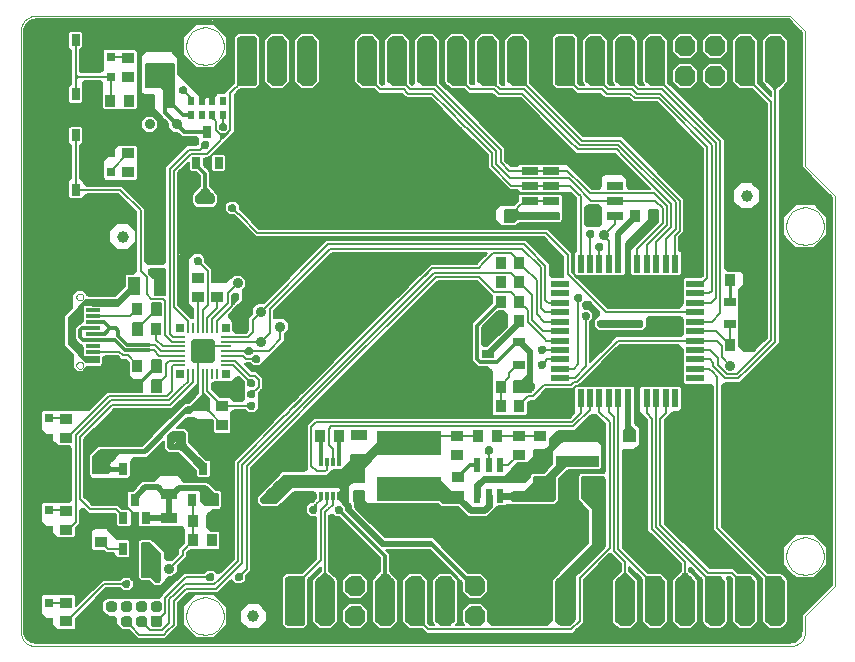
<source format=gbr>
G04 PROTEUS RS274X GERBER FILE*
%FSLAX45Y45*%
%MOMM*%
G01*
%ADD10C,0.190500*%
%ADD11C,0.200000*%
%ADD12C,0.250000*%
%ADD13C,0.470000*%
%ADD14C,0.360000*%
%ADD15C,0.550000*%
%ADD16C,0.300000*%
%ADD17C,0.500000*%
%ADD18C,0.660000*%
%ADD19C,0.400000*%
%ADD70C,0.600000*%
%ADD71C,0.609600*%
%AMPPAD012*
4,1,36,
-0.425000,-0.023800,
-0.425000,0.023800,
-0.423480,0.039380,
-0.419120,0.053790,
-0.412190,0.066740,
-0.402970,0.077970,
-0.391750,0.087190,
-0.378790,0.094120,
-0.364380,0.098480,
-0.348800,0.100000,
0.348800,0.100000,
0.364380,0.098480,
0.378790,0.094120,
0.391750,0.087190,
0.402970,0.077970,
0.412190,0.066740,
0.419120,0.053790,
0.423480,0.039380,
0.425000,0.023800,
0.425000,-0.023800,
0.423480,-0.039380,
0.419120,-0.053790,
0.412190,-0.066740,
0.402970,-0.077970,
0.391750,-0.087190,
0.378790,-0.094120,
0.364380,-0.098480,
0.348800,-0.100000,
-0.348800,-0.100000,
-0.364380,-0.098480,
-0.378790,-0.094120,
-0.391750,-0.087190,
-0.402970,-0.077970,
-0.412190,-0.066740,
-0.419120,-0.053790,
-0.423480,-0.039380,
-0.425000,-0.023800,
0*%
%ADD20PPAD012*%
%AMPPAD013*
4,1,36,
0.023800,-0.425000,
-0.023800,-0.425000,
-0.039380,-0.423480,
-0.053790,-0.419120,
-0.066740,-0.412190,
-0.077970,-0.402970,
-0.087190,-0.391750,
-0.094120,-0.378790,
-0.098480,-0.364380,
-0.100000,-0.348800,
-0.100000,0.348800,
-0.098480,0.364380,
-0.094120,0.378790,
-0.087190,0.391750,
-0.077970,0.402970,
-0.066740,0.412190,
-0.053790,0.419120,
-0.039380,0.423480,
-0.023800,0.425000,
0.023800,0.425000,
0.039380,0.423480,
0.053790,0.419120,
0.066740,0.412190,
0.077970,0.402970,
0.087190,0.391750,
0.094120,0.378790,
0.098480,0.364380,
0.100000,0.348800,
0.100000,-0.348800,
0.098480,-0.364380,
0.094120,-0.378790,
0.087190,-0.391750,
0.077970,-0.402970,
0.066740,-0.412190,
0.053790,-0.419120,
0.039380,-0.423480,
0.023800,-0.425000,
0*%
%ADD21PPAD013*%
%AMPPAD014*
4,1,36,
0.746000,-1.000000,
-0.746000,-1.000000,
-0.797930,-0.994950,
-0.845960,-0.980400,
-0.889150,-0.957300,
-0.926580,-0.926580,
-0.957300,-0.889150,
-0.980400,-0.845960,
-0.994950,-0.797930,
-1.000000,-0.746000,
-1.000000,0.746000,
-0.994950,0.797930,
-0.980400,0.845960,
-0.957300,0.889150,
-0.926580,0.926580,
-0.889150,0.957300,
-0.845960,0.980400,
-0.797930,0.994950,
-0.746000,1.000000,
0.746000,1.000000,
0.797930,0.994950,
0.845960,0.980400,
0.889150,0.957300,
0.926580,0.926580,
0.957300,0.889150,
0.980400,0.845960,
0.994950,0.797930,
1.000000,0.746000,
1.000000,-0.746000,
0.994950,-0.797930,
0.980400,-0.845960,
0.957300,-0.889150,
0.926580,-0.926580,
0.889150,-0.957300,
0.845960,-0.980400,
0.797930,-0.994950,
0.746000,-1.000000,
0*%
%ADD22PPAD014*%
%ADD23R,0.780000X0.780000*%
%ADD24R,0.700000X1.000000*%
%ADD25R,0.800000X0.800000*%
%ADD26R,1.650000X2.200000*%
%ADD27R,1.050000X0.900000*%
%ADD28R,0.900000X1.050000*%
%ADD29R,1.397000X0.889000*%
%AMPPAD022*
4,1,36,
0.323000,-0.450000,
-0.323000,-0.450000,
-0.348970,-0.447470,
-0.372980,-0.440200,
-0.394580,-0.428650,
-0.413290,-0.413290,
-0.428650,-0.394570,
-0.440200,-0.372980,
-0.447470,-0.348970,
-0.450000,-0.323000,
-0.450000,0.323000,
-0.447470,0.348970,
-0.440200,0.372980,
-0.428650,0.394570,
-0.413290,0.413290,
-0.394580,0.428650,
-0.372980,0.440200,
-0.348970,0.447470,
-0.323000,0.450000,
0.323000,0.450000,
0.348970,0.447470,
0.372980,0.440200,
0.394580,0.428650,
0.413290,0.413290,
0.428650,0.394570,
0.440200,0.372980,
0.447470,0.348970,
0.450000,0.323000,
0.450000,-0.323000,
0.447470,-0.348970,
0.440200,-0.372980,
0.428650,-0.394570,
0.413290,-0.413290,
0.394580,-0.428650,
0.372980,-0.440200,
0.348970,-0.447470,
0.323000,-0.450000,
0*%
%ADD72PPAD022*%
%ADD73C,0.900000*%
%AMPPAD024*
4,1,36,
-0.546000,0.800000,
0.546000,0.800000,
0.597930,0.794950,
0.645960,0.780400,
0.689150,0.757300,
0.726580,0.726580,
0.757300,0.689150,
0.780400,0.645960,
0.794950,0.597930,
0.800000,0.546000,
0.800000,-0.546000,
0.794950,-0.597930,
0.780400,-0.645960,
0.757300,-0.689150,
0.726580,-0.726580,
0.689150,-0.757300,
0.645960,-0.780400,
0.597930,-0.794950,
0.546000,-0.800000,
-0.546000,-0.800000,
-0.597930,-0.794950,
-0.645960,-0.780400,
-0.689150,-0.757300,
-0.726580,-0.726580,
-0.757300,-0.689150,
-0.780400,-0.645960,
-0.794950,-0.597930,
-0.800000,-0.546000,
-0.800000,0.546000,
-0.794950,0.597930,
-0.780400,0.645960,
-0.757300,0.689150,
-0.726580,0.726580,
-0.689150,0.757300,
-0.645960,0.780400,
-0.597930,0.794950,
-0.546000,0.800000,
0*%
%ADD30PPAD024*%
%ADD31C,1.600000*%
%ADD32R,0.600000X1.200000*%
%ADD33R,5.500000X2.150000*%
%ADD34R,0.550000X1.500000*%
%ADD35R,1.500000X0.550000*%
%ADD36R,0.711200X0.990600*%
%ADD37R,0.990600X0.711200*%
%ADD38C,0.889000*%
%ADD39C,1.000000*%
%ADD40R,0.660000X1.000000*%
%ADD41R,0.889000X1.397000*%
%ADD42R,1.473200X0.635000*%
%ADD43R,0.500000X0.800000*%
%AMDIL038*
4,1,8,
-0.800100,0.243840,-0.637540,0.406400,0.637540,0.406400,0.800100,0.243840,0.800100,-0.243840,
0.637540,-0.406400,-0.637540,-0.406400,-0.800100,-0.243840,-0.800100,0.243840,
0*%
%ADD44DIL038*%
%ADD45C,0.127000*%
%ADD46R,2.286000X2.032000*%
%ADD47R,1.800000X1.900000*%
%ADD48R,0.300000X0.750000*%
%ADD49C,0.150000*%
%AMPPAD044*
4,1,36,
1.050000,0.195200,
1.050000,-0.195200,
1.043940,-0.257520,
1.026490,-0.315160,
0.998770,-0.366980,
0.961890,-0.411890,
0.916980,-0.448760,
0.865160,-0.476480,
0.807520,-0.493930,
0.745200,-0.500000,
-0.745200,-0.500000,
-0.807520,-0.493930,
-0.865160,-0.476480,
-0.916980,-0.448760,
-0.961890,-0.411890,
-0.998770,-0.366980,
-1.026490,-0.315160,
-1.043940,-0.257520,
-1.050000,-0.195200,
-1.050000,0.195200,
-1.043940,0.257520,
-1.026490,0.315160,
-0.998770,0.366980,
-0.961890,0.411890,
-0.916980,0.448760,
-0.865160,0.476480,
-0.807520,0.493930,
-0.745200,0.500000,
0.745200,0.500000,
0.807520,0.493930,
0.865160,0.476480,
0.916980,0.448760,
0.961890,0.411890,
0.998770,0.366980,
1.026490,0.315160,
1.043940,0.257520,
1.050000,0.195200,
0*%
%ADD50PPAD044*%
%AMPPAD045*
4,1,36,
0.900000,0.195200,
0.900000,-0.195200,
0.893940,-0.257520,
0.876490,-0.315160,
0.848770,-0.366980,
0.811890,-0.411890,
0.766980,-0.448760,
0.715160,-0.476480,
0.657520,-0.493930,
0.595200,-0.500000,
-0.595200,-0.500000,
-0.657520,-0.493930,
-0.715160,-0.476480,
-0.766980,-0.448760,
-0.811890,-0.411890,
-0.848770,-0.366980,
-0.876490,-0.315160,
-0.893940,-0.257520,
-0.900000,-0.195200,
-0.900000,0.195200,
-0.893940,0.257520,
-0.876490,0.315160,
-0.848770,0.366980,
-0.811890,0.411890,
-0.766980,0.448760,
-0.715160,0.476480,
-0.657520,0.493930,
-0.595200,0.500000,
0.595200,0.500000,
0.657520,0.493930,
0.715160,0.476480,
0.766980,0.448760,
0.811890,0.411890,
0.848770,0.366980,
0.876490,0.315160,
0.893940,0.257520,
0.900000,0.195200,
0*%
%ADD51PPAD045*%
%ADD52R,1.150000X0.600000*%
%ADD53R,1.150000X0.300000*%
%ADD54R,1.000000X1.500000*%
%ADD55C,0.025400*%
G36*
X+4325600Y+2260600D02*
X+4325600Y+2228850D01*
X+4344650Y+2209800D01*
X+4344650Y+2184400D01*
X+4319250Y+2159000D01*
X+4262100Y+2159000D01*
X+4262100Y+2241550D01*
X+4281150Y+2260600D01*
X+4325600Y+2260600D01*
G37*
G36*
X+4540250Y+311150D02*
X+4540250Y+450850D01*
X+4679950Y+450850D01*
X+4679950Y+311150D01*
X+4540250Y+311150D01*
G37*
G36*
X+5048250Y+311150D02*
X+5048250Y+450850D01*
X+5187950Y+450850D01*
X+5187950Y+311150D01*
X+5048250Y+311150D01*
G37*
G36*
X+5302250Y+304800D02*
X+5302250Y+444500D01*
X+5441950Y+444500D01*
X+5441950Y+304800D01*
X+5302250Y+304800D01*
G37*
G36*
X+5556250Y+311150D02*
X+5556250Y+450850D01*
X+5695950Y+450850D01*
X+5695950Y+311150D01*
X+5556250Y+311150D01*
G37*
G36*
X+5810250Y+311150D02*
X+5810250Y+450850D01*
X+5949950Y+450850D01*
X+5949950Y+311150D01*
X+5810250Y+311150D01*
G37*
G36*
X+6064250Y+311150D02*
X+6064250Y+450850D01*
X+6203950Y+450850D01*
X+6203950Y+311150D01*
X+6064250Y+311150D01*
G37*
G36*
X+6318250Y+311150D02*
X+6318250Y+450850D01*
X+6457950Y+450850D01*
X+6457950Y+311150D01*
X+6318250Y+311150D01*
G37*
G36*
X+3524250Y+317500D02*
X+3524250Y+457200D01*
X+3663950Y+457200D01*
X+3663950Y+317500D01*
X+3524250Y+317500D01*
G37*
G36*
X+3270250Y+304800D02*
X+3270250Y+444500D01*
X+3409950Y+444500D01*
X+3409950Y+304800D01*
X+3270250Y+304800D01*
G37*
G36*
X+3016250Y+311150D02*
X+3016250Y+450850D01*
X+3155950Y+450850D01*
X+3155950Y+311150D01*
X+3016250Y+311150D01*
G37*
G36*
X+2508250Y+311150D02*
X+2508250Y+450850D01*
X+2647950Y+450850D01*
X+2647950Y+311150D01*
X+2508250Y+311150D01*
G37*
G36*
X+2254250Y+311150D02*
X+2254250Y+450850D01*
X+2393950Y+450850D01*
X+2393950Y+311150D01*
X+2254250Y+311150D01*
G37*
G36*
X+6318250Y+4876800D02*
X+6318250Y+5016500D01*
X+6457950Y+5016500D01*
X+6457950Y+4876800D01*
X+6318250Y+4876800D01*
G37*
G36*
X+6064250Y+4883150D02*
X+6064250Y+5022850D01*
X+6203950Y+5022850D01*
X+6203950Y+4883150D01*
X+6064250Y+4883150D01*
G37*
G36*
X+5302250Y+4883150D02*
X+5302250Y+5022850D01*
X+5441950Y+5022850D01*
X+5441950Y+4883150D01*
X+5302250Y+4883150D01*
G37*
G36*
X+5048250Y+4883150D02*
X+5048250Y+5022850D01*
X+5187950Y+5022850D01*
X+5187950Y+4883150D01*
X+5048250Y+4883150D01*
G37*
G36*
X+4794250Y+4883150D02*
X+4794250Y+5022850D01*
X+4933950Y+5022850D01*
X+4933950Y+4883150D01*
X+4794250Y+4883150D01*
G37*
G36*
X+4540250Y+4883150D02*
X+4540250Y+5022850D01*
X+4679950Y+5022850D01*
X+4679950Y+4883150D01*
X+4540250Y+4883150D01*
G37*
G36*
X+4133850Y+4876800D02*
X+4133850Y+5016500D01*
X+4273550Y+5016500D01*
X+4273550Y+4876800D01*
X+4133850Y+4876800D01*
G37*
G36*
X+3879850Y+4883150D02*
X+3879850Y+5022850D01*
X+4019550Y+5022850D01*
X+4019550Y+4883150D01*
X+3879850Y+4883150D01*
G37*
G36*
X+3625850Y+4883150D02*
X+3625850Y+5022850D01*
X+3765550Y+5022850D01*
X+3765550Y+4883150D01*
X+3625850Y+4883150D01*
G37*
G36*
X+3371850Y+4883150D02*
X+3371850Y+5022850D01*
X+3511550Y+5022850D01*
X+3511550Y+4883150D01*
X+3371850Y+4883150D01*
G37*
G36*
X+3117850Y+4883150D02*
X+3117850Y+5022850D01*
X+3257550Y+5022850D01*
X+3257550Y+4883150D01*
X+3117850Y+4883150D01*
G37*
G36*
X+2863850Y+4883150D02*
X+2863850Y+5022850D01*
X+3003550Y+5022850D01*
X+3003550Y+4883150D01*
X+2863850Y+4883150D01*
G37*
G36*
X+2355850Y+4883150D02*
X+2355850Y+5022850D01*
X+2495550Y+5022850D01*
X+2495550Y+4883150D01*
X+2355850Y+4883150D01*
G37*
G36*
X+2495550Y+5187950D02*
X+2863850Y+5187950D01*
X+2813050Y+5137150D01*
X+2813050Y+4768850D01*
X+2863850Y+4718050D01*
X+2495550Y+4718050D01*
X+2546350Y+4768850D01*
X+2546350Y+5137150D01*
X+2495550Y+5187950D01*
G37*
G36*
X+3003550Y+5187950D02*
X+3117850Y+5187950D01*
X+3067050Y+5137150D01*
X+3067050Y+4762500D01*
X+3060700Y+4762500D01*
X+3054350Y+4768850D01*
X+3054350Y+5137150D01*
X+3003550Y+5187950D01*
G37*
G36*
X+3257550Y+5187950D02*
X+3371850Y+5187950D01*
X+3321050Y+5137150D01*
X+3321050Y+4768850D01*
X+3314700Y+4762500D01*
X+3308350Y+4768850D01*
X+3308350Y+5137150D01*
X+3257550Y+5187950D01*
G37*
G36*
X+3511550Y+5187950D02*
X+3625850Y+5187950D01*
X+3575050Y+5137150D01*
X+3575050Y+4768850D01*
X+3625850Y+4718050D01*
X+3613150Y+4718050D01*
X+3562350Y+4768850D01*
X+3562350Y+5137150D01*
X+3511550Y+5187950D01*
G37*
G36*
X+3765550Y+5187950D02*
X+3879850Y+5187950D01*
X+3829050Y+5137150D01*
X+3829050Y+4768850D01*
X+3822700Y+4762500D01*
X+3816350Y+4768850D01*
X+3816350Y+5137150D01*
X+3765550Y+5187950D01*
G37*
G36*
X+4019550Y+5187950D02*
X+4133850Y+5187950D01*
X+4083050Y+5137150D01*
X+4083050Y+4768850D01*
X+4076700Y+4762500D01*
X+4070350Y+4768850D01*
X+4070350Y+5137150D01*
X+4019550Y+5187950D01*
G37*
G36*
X+4273550Y+5187950D02*
X+4514850Y+5187950D01*
X+4489450Y+5162550D01*
X+4489450Y+4743450D01*
X+4508500Y+4724400D01*
X+4368800Y+4724400D01*
X+4324350Y+4768850D01*
X+4324350Y+5137150D01*
X+4273550Y+5187950D01*
G37*
G36*
X+4705350Y+5187950D02*
X+4794250Y+5187950D01*
X+4743450Y+5137150D01*
X+4743450Y+4768850D01*
X+4756150Y+4756150D01*
X+4743450Y+4756150D01*
X+4730750Y+4768850D01*
X+4730750Y+5162550D01*
X+4705350Y+5187950D01*
G37*
G36*
X+4933950Y+5187950D02*
X+5048250Y+5187950D01*
X+4997450Y+5137150D01*
X+4997450Y+4768850D01*
X+5010150Y+4756150D01*
X+4997450Y+4756150D01*
X+4984750Y+4768850D01*
X+4984750Y+5137150D01*
X+4933950Y+5187950D01*
G37*
G36*
X+5187950Y+5187950D02*
X+5302250Y+5187950D01*
X+5251450Y+5137150D01*
X+5251450Y+4768850D01*
X+5264150Y+4756150D01*
X+5251450Y+4756150D01*
X+5238750Y+4768850D01*
X+5238750Y+5137150D01*
X+5187950Y+5187950D01*
G37*
G36*
X+5441950Y+5187950D02*
X+5556250Y+5187950D01*
X+5505450Y+5137150D01*
X+5505450Y+4768850D01*
X+5556250Y+4718050D01*
X+5543550Y+4718050D01*
X+5492750Y+4768850D01*
X+5492750Y+5137150D01*
X+5441950Y+5187950D01*
G37*
G36*
X+5695950Y+5187950D02*
X+5810250Y+5187950D01*
X+5759450Y+5137150D01*
X+5759450Y+4768850D01*
X+5810250Y+4718050D01*
X+5695950Y+4718050D01*
X+5746750Y+4768850D01*
X+5746750Y+5137150D01*
X+5695950Y+5187950D01*
G37*
G36*
X+5949950Y+5187950D02*
X+6064250Y+5187950D01*
X+6013450Y+5137150D01*
X+6013450Y+4768850D01*
X+6064250Y+4718050D01*
X+5949950Y+4718050D01*
X+6000750Y+4768850D01*
X+6000750Y+5137150D01*
X+5949950Y+5187950D01*
G37*
G36*
X+6203950Y+5187950D02*
X+6318250Y+5187950D01*
X+6267450Y+5137150D01*
X+6267450Y+4768850D01*
X+6343650Y+4692650D01*
X+6343650Y+4679950D01*
X+6254750Y+4768850D01*
X+6254750Y+5137150D01*
X+6203950Y+5187950D01*
G37*
G36*
X+5988050Y+5010150D02*
X+5988050Y+4895850D01*
X+5937250Y+4946650D01*
X+5822950Y+4946650D01*
X+5772150Y+4895850D01*
X+5772150Y+5010150D01*
X+5822950Y+4959350D01*
X+5937250Y+4959350D01*
X+5988050Y+5010150D01*
G37*
G36*
X+5734050Y+5010150D02*
X+5734050Y+4895850D01*
X+5683250Y+4946650D01*
X+5568950Y+4946650D01*
X+5518150Y+4895850D01*
X+5518150Y+5010150D01*
X+5568950Y+4959350D01*
X+5683250Y+4959350D01*
X+5734050Y+5010150D01*
G37*
G36*
X+1625600Y+5295900D02*
X+1720850Y+5200650D01*
X+6597650Y+5200650D01*
X+6502400Y+5295900D01*
X+1625600Y+5295900D01*
G37*
G36*
X+1377950Y+5295900D02*
X+1263650Y+5181600D01*
X+1060450Y+5181600D01*
X+1054100Y+5175250D01*
X+1054100Y+5060950D01*
X+704850Y+5060950D01*
X+704850Y+5295900D01*
X+1377950Y+5295900D01*
G37*
G36*
X+393700Y+3797300D02*
X+393700Y+3937000D01*
X+419100Y+3962400D01*
X+419100Y+4235450D01*
X+393700Y+4260850D01*
X+393700Y+4737100D01*
X+419100Y+4762500D01*
X+419100Y+5041900D01*
X+393700Y+5067300D01*
X+393700Y+5295900D01*
X+139700Y+5295900D01*
X+118926Y+5293878D01*
X+99715Y+5288062D01*
X+82438Y+5278822D01*
X+67469Y+5266531D01*
X+55178Y+5251562D01*
X+45938Y+5234285D01*
X+40122Y+5215074D01*
X+38100Y+5194300D01*
X+38100Y+3797300D01*
X+393700Y+3797300D01*
G37*
G36*
X+1447800Y+2787650D02*
X+1454150Y+2787650D01*
X+1454150Y+2851150D01*
X+1409700Y+2895600D01*
X+1409700Y+3276600D01*
X+1447800Y+3314700D01*
X+1346200Y+3314700D01*
X+1346200Y+2889250D01*
X+1447800Y+2787650D01*
G37*
G36*
X+679450Y+336550D02*
X+685800Y+336550D01*
X+685800Y+171450D01*
X+730250Y+127000D01*
X+787400Y+127000D01*
X+876300Y+38100D01*
X+127000Y+38100D01*
X+92013Y+44958D01*
X+63797Y+63797D01*
X+44958Y+92013D01*
X+38100Y+127000D01*
X+44450Y+431800D01*
X+165100Y+431800D01*
X+165100Y+266700D01*
X+304800Y+127000D01*
X+463550Y+127000D01*
X+476250Y+139700D01*
X+476250Y+228600D01*
X+488950Y+241300D01*
X+584200Y+241300D01*
X+679450Y+336550D01*
G37*
G36*
X+38100Y+1993900D02*
X+165100Y+1993900D01*
X+165100Y+1828800D01*
X+311150Y+1682750D01*
X+406400Y+1682750D01*
X+419100Y+1670050D01*
X+419100Y+1238250D01*
X+412750Y+1231900D01*
X+184150Y+1231900D01*
X+165100Y+1212850D01*
X+165100Y+1047750D01*
X+298450Y+914400D01*
X+38100Y+914400D01*
X+38100Y+1993900D01*
G37*
G36*
X+2647950Y+615950D02*
X+2762250Y+615950D01*
X+2711450Y+565150D01*
X+2711450Y+196850D01*
X+2762250Y+146050D01*
X+2647950Y+146050D01*
X+2698750Y+196850D01*
X+2698750Y+565150D01*
X+2647950Y+615950D01*
G37*
G36*
X+3155950Y+615950D02*
X+3270250Y+615950D01*
X+3219450Y+565150D01*
X+3219450Y+196850D01*
X+3270250Y+146050D01*
X+3155950Y+146050D01*
X+3206750Y+196850D01*
X+3206750Y+565150D01*
X+3155950Y+615950D01*
G37*
G36*
X+2724150Y+438150D02*
X+2724150Y+323850D01*
X+2774950Y+374650D01*
X+2889250Y+374650D01*
X+2940050Y+323850D01*
X+2940050Y+438150D01*
X+2889250Y+387350D01*
X+2774950Y+387350D01*
X+2724150Y+438150D01*
G37*
G36*
X+3486150Y+184150D02*
X+3473450Y+184150D01*
X+3460750Y+196850D01*
X+3460750Y+565150D01*
X+3409950Y+615950D01*
X+3524250Y+615950D01*
X+3473450Y+565150D01*
X+3473450Y+196850D01*
X+3486150Y+184150D01*
G37*
G36*
X+3740150Y+438150D02*
X+3740150Y+323850D01*
X+3790950Y+374650D01*
X+3905250Y+374650D01*
X+3956050Y+323850D01*
X+3956050Y+438150D01*
X+3905250Y+387350D01*
X+3790950Y+387350D01*
X+3740150Y+438150D01*
G37*
G36*
X+3917950Y+615950D02*
X+4540250Y+615950D01*
X+4489450Y+565150D01*
X+4489450Y+222250D01*
X+4451350Y+184150D01*
X+4000500Y+184150D01*
X+3968750Y+215900D01*
X+3968750Y+565150D01*
X+3917950Y+615950D01*
G37*
G36*
X+5048250Y+146050D02*
X+4997450Y+196850D01*
X+4997450Y+565150D01*
X+5073650Y+641350D01*
X+5073650Y+692150D01*
X+4997450Y+768350D01*
X+4991100Y+768350D01*
X+4781550Y+558800D01*
X+4781550Y+196850D01*
X+4730750Y+146050D01*
X+5048250Y+146050D01*
G37*
G36*
X+5187950Y+146050D02*
X+5302250Y+146050D01*
X+5251450Y+196850D01*
X+5251450Y+565150D01*
X+5162550Y+654050D01*
X+5162550Y+641350D01*
X+5238750Y+565150D01*
X+5238750Y+196850D01*
X+5187950Y+146050D01*
G37*
G36*
X+5670550Y+654050D02*
X+5670550Y+641350D01*
X+5746750Y+565150D01*
X+5746750Y+196850D01*
X+5695950Y+146050D01*
X+5810250Y+146050D01*
X+5759450Y+196850D01*
X+5759450Y+565150D01*
X+5670550Y+654050D01*
G37*
G36*
X+5988050Y+577850D02*
X+6000750Y+565150D01*
X+6000750Y+196850D01*
X+5949950Y+146050D01*
X+6064250Y+146050D01*
X+6013450Y+196850D01*
X+6013450Y+565150D01*
X+6000750Y+577850D01*
X+5988050Y+577850D01*
G37*
G36*
X+6203950Y+615950D02*
X+6223000Y+615950D01*
X+6267450Y+571500D01*
X+6267450Y+196850D01*
X+6318250Y+146050D01*
X+6203950Y+146050D01*
X+6254750Y+196850D01*
X+6254750Y+565150D01*
X+6203950Y+615950D01*
G37*
G36*
X+3435350Y+95250D02*
X+3397250Y+133350D01*
X+2241550Y+133350D01*
X+2216150Y+158750D01*
X+2216150Y+38100D01*
X+6324600Y+38100D01*
X+6419850Y+133350D01*
X+4718050Y+133350D01*
X+4679950Y+95250D01*
X+3435350Y+95250D01*
G37*
G36*
X+5441950Y+146050D02*
X+5556250Y+146050D01*
X+5505450Y+196850D01*
X+5505450Y+565150D01*
X+5556250Y+615950D01*
X+5441950Y+615950D01*
X+5492750Y+565150D01*
X+5492750Y+196850D01*
X+5441950Y+146050D01*
G37*
G36*
X+6350000Y+38100D02*
X+6515100Y+38100D01*
X+6550087Y+44958D01*
X+6578302Y+63797D01*
X+6597141Y+92013D01*
X+6604000Y+127000D01*
X+6604000Y+266700D01*
X+6858000Y+520700D01*
X+6858000Y+939800D01*
X+6743700Y+939800D01*
X+6838950Y+844550D01*
X+6838950Y+679450D01*
X+6724650Y+565150D01*
X+6559550Y+565150D01*
X+6464300Y+660400D01*
X+6464300Y+609600D01*
X+6508750Y+565150D01*
X+6508750Y+196850D01*
X+6350000Y+38100D01*
G37*
G36*
X+6203950Y+628650D02*
X+6076950Y+628650D01*
X+6038850Y+666750D01*
X+5835650Y+666750D01*
X+5461000Y+1041400D01*
X+5461000Y+1905000D01*
X+5530850Y+1974850D01*
X+5581650Y+1974850D01*
X+5607050Y+2000250D01*
X+5607050Y+2203450D01*
X+5842000Y+2203450D01*
X+5854700Y+2190750D01*
X+5854700Y+977900D01*
X+6203950Y+628650D01*
G37*
G36*
X+5581650Y+641350D02*
X+5568950Y+628650D01*
X+5314950Y+628650D01*
X+5105400Y+838200D01*
X+5105400Y+1562100D01*
X+5118100Y+1574800D01*
X+5181600Y+1574800D01*
X+5276850Y+1676400D01*
X+5276850Y+1854200D01*
X+5245100Y+1892300D01*
X+5245100Y+1962150D01*
X+5302250Y+1905000D01*
X+5302250Y+971550D01*
X+5581650Y+692150D01*
X+5581650Y+641350D01*
G37*
G36*
X+4286250Y+1943100D02*
X+4648200Y+1943100D01*
X+4679950Y+1974850D01*
X+4679950Y+2165350D01*
X+4451350Y+2165350D01*
X+4356100Y+2070100D01*
X+4318000Y+2070100D01*
X+4305300Y+2057400D01*
X+4305300Y+1962150D01*
X+4286250Y+1943100D01*
G37*
G36*
X+4743450Y+2209800D02*
X+5581650Y+2209800D01*
X+5600700Y+2228850D01*
X+5600700Y+2508250D01*
X+5568950Y+2540000D01*
X+5073650Y+2540000D01*
X+4743450Y+2209800D01*
G37*
G36*
X+4832350Y+2743200D02*
X+4832350Y+2425700D01*
X+5041900Y+2635250D01*
X+5588000Y+2635250D01*
X+5600700Y+2647950D01*
X+5600700Y+2762250D01*
X+5581650Y+2781300D01*
X+5321300Y+2781300D01*
X+5308600Y+2768600D01*
X+5308600Y+2692400D01*
X+5276850Y+2660650D01*
X+4883150Y+2660650D01*
X+4845050Y+2698750D01*
X+4845050Y+2755900D01*
X+4832350Y+2743200D01*
G37*
G36*
X+4857750Y+2825750D02*
X+4857750Y+2774950D01*
X+4895850Y+2813050D01*
X+4895850Y+2825750D01*
X+4819650Y+2901950D01*
X+4775200Y+2901950D01*
X+4768850Y+2895600D01*
X+4768850Y+2882900D01*
X+4787900Y+2863850D01*
X+4819650Y+2863850D01*
X+4857750Y+2825750D01*
G37*
G36*
X+4724400Y+3124200D02*
X+4978400Y+2870200D01*
X+5568950Y+2870200D01*
X+5600700Y+2901950D01*
X+5600700Y+3124200D01*
X+4724400Y+3124200D01*
G37*
G36*
X+4000500Y+1943100D02*
X+2400300Y+1943100D01*
X+3536950Y+3079750D01*
X+3860800Y+3079750D01*
X+3981450Y+2959100D01*
X+3981450Y+2901950D01*
X+3810000Y+2730500D01*
X+3810000Y+2413000D01*
X+3867150Y+2355850D01*
X+3949700Y+2355850D01*
X+3981450Y+2324100D01*
X+3981450Y+1962150D01*
X+4000500Y+1943100D01*
G37*
G36*
X+4641850Y+4095750D02*
X+4641850Y+4076700D01*
X+4838700Y+3879850D01*
X+4889500Y+3879850D01*
X+4908550Y+3898900D01*
X+4908550Y+3975100D01*
X+4940300Y+4006850D01*
X+5092700Y+4006850D01*
X+5137150Y+3962400D01*
X+5137150Y+3898900D01*
X+5156200Y+3879850D01*
X+5308600Y+3879850D01*
X+5029200Y+4159250D01*
X+4705350Y+4159250D01*
X+4641850Y+4095750D01*
G37*
G36*
X+4235450Y+4095750D02*
X+4622800Y+4095750D01*
X+4692650Y+4165600D01*
X+4692650Y+4171950D01*
X+4235450Y+4629150D01*
X+4032250Y+4629150D01*
X+3994150Y+4667250D01*
X+3790950Y+4667250D01*
X+3752850Y+4705350D01*
X+3625850Y+4705350D01*
X+4235450Y+4095750D01*
G37*
G36*
X+4387850Y+4705350D02*
X+4768850Y+4324350D01*
X+5092700Y+4324350D01*
X+5626100Y+3790950D01*
X+5626100Y+3498850D01*
X+5588000Y+3460750D01*
X+5588000Y+3352800D01*
X+5607050Y+3333750D01*
X+5607050Y+3149600D01*
X+5613400Y+3143250D01*
X+5772150Y+3143250D01*
X+5772150Y+4210050D01*
X+5384800Y+4597400D01*
X+5181600Y+4597400D01*
X+5149850Y+4629150D01*
X+4946650Y+4629150D01*
X+4908550Y+4667250D01*
X+4705350Y+4667250D01*
X+4667250Y+4705350D01*
X+4387850Y+4705350D01*
G37*
G36*
X+6134100Y+3143250D02*
X+6134100Y+3054350D01*
X+6096000Y+3016250D01*
X+6096000Y+2540000D01*
X+6127750Y+2508250D01*
X+6203950Y+2508250D01*
X+6311900Y+2616200D01*
X+6311900Y+3143250D01*
X+6134100Y+3143250D01*
G37*
G36*
X+6432550Y+3625850D02*
X+6559550Y+3752850D01*
X+6724650Y+3752850D01*
X+6858000Y+3619500D01*
X+6858000Y+3797300D01*
X+6604000Y+4051300D01*
X+6604000Y+5187950D01*
X+6457950Y+5187950D01*
X+6508750Y+5137150D01*
X+6508750Y+4768850D01*
X+6432550Y+4692650D01*
X+6432550Y+3625850D01*
G37*
G36*
X+1625600Y+2209800D02*
X+1625600Y+2178050D01*
X+1689100Y+2114550D01*
X+1778000Y+2114550D01*
X+1809750Y+2082800D01*
X+1873250Y+2082800D01*
X+1885950Y+2095500D01*
X+1885950Y+2235200D01*
X+1847850Y+2273300D01*
X+1841500Y+2273300D01*
X+1790700Y+2222500D01*
X+1638300Y+2222500D01*
X+1625600Y+2209800D01*
G37*
G36*
X+4089400Y+2825750D02*
X+4108450Y+2806700D01*
X+4108450Y+2698750D01*
X+3956050Y+2546350D01*
X+3924300Y+2546350D01*
X+3911600Y+2559050D01*
X+3911600Y+2692400D01*
X+4044950Y+2825750D01*
X+4089400Y+2825750D01*
G37*
G36*
X+2152650Y+2838450D02*
X+2152650Y+2787650D01*
X+3009900Y+2787650D01*
X+3473450Y+3251200D01*
X+3867150Y+3251200D01*
X+3937000Y+3321050D01*
X+2641600Y+3321050D01*
X+2152650Y+2838450D01*
G37*
G36*
X+6445250Y+628650D02*
X+6330950Y+628650D01*
X+6019800Y+939800D01*
X+6540500Y+939800D01*
X+6445250Y+844550D01*
X+6445250Y+628650D01*
G37*
G36*
X+6858000Y+958850D02*
X+6000750Y+958850D01*
X+5943600Y+1016000D01*
X+5943600Y+2197100D01*
X+5969000Y+2222500D01*
X+6858000Y+2222500D01*
X+6858000Y+958850D01*
G37*
G36*
X+6108700Y+2235200D02*
X+6858000Y+2235200D01*
X+6858000Y+3600450D01*
X+6838950Y+3619500D01*
X+6838950Y+3479800D01*
X+6718300Y+3359150D01*
X+6565900Y+3359150D01*
X+6445250Y+3479800D01*
X+6445250Y+3613150D01*
X+6432550Y+3600450D01*
X+6432550Y+2559050D01*
X+6108700Y+2235200D01*
G37*
G36*
X+514350Y+4235450D02*
X+806450Y+4235450D01*
X+685800Y+4114800D01*
X+685800Y+3956050D01*
X+711200Y+3930650D01*
X+977900Y+3930650D01*
X+984250Y+3937000D01*
X+984250Y+3784600D01*
X+863600Y+3905250D01*
X+571500Y+3905250D01*
X+508000Y+3968750D01*
X+508000Y+4229100D01*
X+514350Y+4235450D01*
G37*
G36*
X+2203450Y+38100D02*
X+2203450Y+361950D01*
X+2032000Y+361950D01*
X+2089150Y+304800D01*
X+2089150Y+203200D01*
X+2019300Y+133350D01*
X+1917700Y+133350D01*
X+1847850Y+209550D01*
X+1847850Y+304800D01*
X+1905000Y+355600D01*
X+1758950Y+355600D01*
X+1758950Y+171450D01*
X+1644650Y+57150D01*
X+1479550Y+57150D01*
X+1397000Y+139700D01*
X+1371600Y+139700D01*
X+1270000Y+38100D01*
X+2203450Y+38100D01*
G37*
G36*
X+4787900Y+3575050D02*
X+4800600Y+3562350D01*
X+4895850Y+3562350D01*
X+4908550Y+3575050D01*
X+4908550Y+3702050D01*
X+4883150Y+3727450D01*
X+4806950Y+3727450D01*
X+4787900Y+3708400D01*
X+4787900Y+3575050D01*
G37*
G36*
X+6102350Y+3187700D02*
X+6134100Y+3155950D01*
X+6311900Y+3155950D01*
X+6311900Y+3917950D01*
X+6210300Y+3917950D01*
X+6267450Y+3860800D01*
X+6267450Y+3759200D01*
X+6197600Y+3689350D01*
X+6096000Y+3689350D01*
X+6026150Y+3759200D01*
X+6026150Y+3867150D01*
X+6076950Y+3917950D01*
X+5969000Y+3917950D01*
X+5969000Y+3206750D01*
X+5988050Y+3187700D01*
X+6102350Y+3187700D01*
G37*
G36*
X+5969000Y+3937000D02*
X+6311900Y+3937000D01*
X+6311900Y+4584700D01*
X+6191250Y+4705350D01*
X+5556250Y+4705350D01*
X+5969000Y+4292600D01*
X+5969000Y+3937000D01*
G37*
G36*
X+2245300Y+2768100D02*
X+2994600Y+2768100D01*
X+2194500Y+1968000D01*
X+1984950Y+1968000D01*
X+2023050Y+2006100D01*
X+2023050Y+2139450D01*
X+2061150Y+2177550D01*
X+2061150Y+2272800D01*
X+2004000Y+2329950D01*
X+1965900Y+2329950D01*
X+1908750Y+2387100D01*
X+1940500Y+2387100D01*
X+1965900Y+2361700D01*
X+2029400Y+2361700D01*
X+2067500Y+2399800D01*
X+2073396Y+2406604D01*
X+2245300Y+2577600D01*
X+2245300Y+2641100D01*
X+2277050Y+2672850D01*
X+2277050Y+2736350D01*
X+2245300Y+2768100D01*
G37*
G36*
X+3712150Y+558300D02*
X+3724850Y+545600D01*
X+3724850Y+202700D01*
X+3743900Y+183650D01*
X+3699450Y+183650D01*
X+3712150Y+196350D01*
X+3712150Y+558300D01*
G37*
G36*
X+2912050Y+615450D02*
X+2969200Y+558300D01*
X+2969200Y+196350D01*
X+3020000Y+145550D01*
X+2899350Y+145550D01*
X+2950150Y+196350D01*
X+2950150Y+564650D01*
X+2899350Y+615450D01*
X+2912050Y+615450D01*
G37*
G36*
X+1860550Y+514350D02*
X+1816100Y+514350D01*
X+1784350Y+546100D01*
X+1778000Y+546100D01*
X+1670050Y+438150D01*
X+1651000Y+438150D01*
X+1739900Y+349250D01*
X+1739900Y+393700D01*
X+1860550Y+514350D01*
G37*
G36*
X+1422400Y+444500D02*
X+1466850Y+444500D01*
X+1365250Y+342900D01*
X+1365250Y+152400D01*
X+1250950Y+38100D01*
X+895350Y+38100D01*
X+793750Y+139700D01*
X+736600Y+139700D01*
X+698500Y+177800D01*
X+698500Y+285750D01*
X+742950Y+241300D01*
X+787400Y+241300D01*
X+800100Y+228600D01*
X+800100Y+184150D01*
X+857250Y+127000D01*
X+914400Y+127000D01*
X+990600Y+50800D01*
X+1225550Y+50800D01*
X+1339850Y+165100D01*
X+1339850Y+361950D01*
X+1422400Y+444500D01*
G37*
G36*
X+1183640Y+562710D02*
X+1170940Y+550010D01*
X+1145540Y+550010D01*
X+1101090Y+594460D01*
X+1050290Y+594460D01*
X+1037590Y+607160D01*
X+1037590Y+861160D01*
X+1043940Y+867510D01*
X+1088390Y+867510D01*
X+1177290Y+778610D01*
X+1177290Y+575410D01*
X+1183640Y+569060D01*
X+1183640Y+562710D01*
G37*
G36*
X+501400Y+254100D02*
X+577600Y+254100D01*
X+685550Y+362050D01*
X+685550Y+374750D01*
X+730000Y+419200D01*
X+1168150Y+419200D01*
X+1377700Y+628750D01*
X+1549150Y+628750D01*
X+1561850Y+641450D01*
X+1523750Y+641450D01*
X+1492000Y+673200D01*
X+1492000Y+762100D01*
X+1485650Y+768450D01*
X+1428500Y+768450D01*
X+1339600Y+679550D01*
X+1339600Y+622400D01*
X+1288800Y+571600D01*
X+1263400Y+571600D01*
X+1193550Y+501750D01*
X+1123700Y+501750D01*
X+1079250Y+546200D01*
X+964950Y+546200D01*
X+964950Y+495400D01*
X+926850Y+457300D01*
X+863350Y+457300D01*
X+831600Y+482700D01*
X+730000Y+482700D01*
X+501400Y+254100D01*
G37*
G36*
X+825250Y+743050D02*
X+825250Y+571600D01*
X+837950Y+571600D01*
X+863350Y+597000D01*
X+926850Y+597000D01*
X+964950Y+558900D01*
X+996700Y+558900D01*
X+984000Y+571600D01*
X+984000Y+895450D01*
X+1009400Y+920850D01*
X+1104650Y+920850D01*
X+1225300Y+800200D01*
X+1225300Y+755750D01*
X+1244350Y+736700D01*
X+1276100Y+736700D01*
X+1326900Y+787500D01*
X+1326900Y+825600D01*
X+1377700Y+876400D01*
X+1377700Y+984350D01*
X+1358650Y+1003400D01*
X+736350Y+1003400D01*
X+825250Y+914500D01*
X+920500Y+914500D01*
X+939550Y+895450D01*
X+939550Y+762100D01*
X+920500Y+743050D01*
X+825250Y+743050D01*
G37*
G36*
X+476000Y+920850D02*
X+514100Y+920850D01*
X+590300Y+844650D01*
X+590300Y+978000D01*
X+628400Y+1016100D01*
X+806200Y+1016100D01*
X+799850Y+1022450D01*
X+799850Y+1105000D01*
X+793500Y+1111350D01*
X+577600Y+1111350D01*
X+539500Y+1149450D01*
X+520450Y+1149450D01*
X+514100Y+1143100D01*
X+514100Y+1035150D01*
X+482350Y+1003400D01*
X+482350Y+933550D01*
X+476000Y+927200D01*
X+476000Y+920850D01*
G37*
G36*
X+37850Y+901800D02*
X+514100Y+901800D01*
X+615700Y+800200D01*
X+704600Y+800200D01*
X+723650Y+781150D01*
X+774450Y+781150D01*
X+812550Y+743050D01*
X+812550Y+571600D01*
X+691900Y+571600D01*
X+476000Y+355700D01*
X+476000Y+431900D01*
X+456950Y+450950D01*
X+44200Y+450950D01*
X+37850Y+901800D01*
G37*
G36*
X+901450Y+1168500D02*
X+863350Y+1168500D01*
X+825250Y+1206600D01*
X+609350Y+1206600D01*
X+552200Y+1263750D01*
X+552200Y+1397100D01*
X+564900Y+1409800D01*
X+920500Y+1409800D01*
X+958600Y+1447900D01*
X+1168150Y+1447900D01*
X+1123700Y+1403450D01*
X+1028450Y+1403450D01*
X+952250Y+1327250D01*
X+914150Y+1327250D01*
X+895100Y+1308200D01*
X+895100Y+1174850D01*
X+901450Y+1168500D01*
G37*
G36*
X+1545650Y+3314550D02*
X+1571050Y+3289150D01*
X+1571050Y+3251050D01*
X+1628200Y+3193900D01*
X+1628200Y+3092300D01*
X+1634550Y+3085950D01*
X+1736150Y+3085950D01*
X+1806000Y+3155800D01*
X+1869500Y+3155800D01*
X+1920300Y+3105000D01*
X+1920300Y+3041500D01*
X+1888550Y+3009750D01*
X+1888550Y+2920850D01*
X+1767900Y+2800200D01*
X+1767900Y+2787500D01*
X+1806000Y+2749400D01*
X+1806000Y+2679550D01*
X+1825050Y+2660500D01*
X+1907600Y+2660500D01*
X+1920300Y+2673200D01*
X+1920300Y+2781150D01*
X+1958400Y+2819250D01*
X+1958400Y+2870050D01*
X+2002850Y+2914500D01*
X+2002850Y+3320900D01*
X+1545650Y+3320900D01*
X+1545650Y+3314550D01*
G37*
G36*
X+4483100Y+3143250D02*
X+4502150Y+3124200D01*
X+4584700Y+3124200D01*
X+4591050Y+3130550D01*
X+4591050Y+3295650D01*
X+4432300Y+3454400D01*
X+4279900Y+3454400D01*
X+4279900Y+3441700D01*
X+4483100Y+3238500D01*
X+4483100Y+3143250D01*
G37*
G36*
X+4108450Y+4203700D02*
X+4108450Y+4114800D01*
X+4152900Y+4070350D01*
X+4197350Y+4070350D01*
X+4216400Y+4089400D01*
X+4216400Y+4095750D01*
X+4108450Y+4203700D01*
G37*
G36*
X+4222750Y+3575050D02*
X+4184650Y+3543300D01*
X+4464050Y+3543300D01*
X+4679950Y+3327400D01*
X+4699000Y+3346450D01*
X+4699000Y+3790950D01*
X+4667250Y+3822700D01*
X+4597400Y+3822700D01*
X+4603750Y+3816350D01*
X+4603750Y+3600450D01*
X+4578350Y+3575050D01*
X+4222750Y+3575050D01*
G37*
G36*
X+4178300Y+3549650D02*
X+4165600Y+3536950D01*
X+3975100Y+3536950D01*
X+2806700Y+4705350D01*
X+2997200Y+4705350D01*
X+3028950Y+4673600D01*
X+3225800Y+4673600D01*
X+3263900Y+4635500D01*
X+3467100Y+4635500D01*
X+3949700Y+4152900D01*
X+3949700Y+4044950D01*
X+4140200Y+3854450D01*
X+4203700Y+3854450D01*
X+4222750Y+3835400D01*
X+4210050Y+3822700D01*
X+4210050Y+3771900D01*
X+4178300Y+3740150D01*
X+4057650Y+3740150D01*
X+4013200Y+3695700D01*
X+4013200Y+3606800D01*
X+4070350Y+3549650D01*
X+4178300Y+3549650D01*
G37*
G36*
X+1601700Y+5295900D02*
X+1620750Y+5276850D01*
X+1481050Y+5276850D01*
X+1366750Y+5162550D01*
X+1366750Y+4997450D01*
X+1462000Y+4902200D01*
X+1423900Y+4902200D01*
X+1277850Y+5048250D01*
X+1277850Y+5181600D01*
X+1392150Y+5295900D01*
X+1601700Y+5295900D01*
G37*
G36*
X+1341350Y+4972050D02*
X+1423900Y+4889500D01*
X+1646150Y+4889500D01*
X+1754100Y+4997450D01*
X+1754100Y+5162550D01*
X+1728700Y+5187950D01*
X+1823950Y+5187950D01*
X+1798550Y+5162550D01*
X+1798550Y+4768850D01*
X+1722350Y+4692650D01*
X+1665200Y+4692650D01*
X+1627100Y+4654550D01*
X+1531850Y+4654550D01*
X+1341350Y+4845050D01*
X+1341350Y+4972050D01*
G37*
G36*
X+2100350Y+4889500D02*
X+2100350Y+5029200D01*
X+2240050Y+5029200D01*
X+2240050Y+4889500D01*
X+2100350Y+4889500D01*
G37*
G36*
X+1846350Y+4883150D02*
X+1846350Y+5022850D01*
X+1986050Y+5022850D01*
X+1986050Y+4883150D01*
X+1846350Y+4883150D01*
G37*
G36*
X+2012950Y+5187950D02*
X+2101850Y+5187950D01*
X+2051050Y+5137150D01*
X+2051050Y+4768850D01*
X+2101850Y+4718050D01*
X+2012950Y+4718050D01*
X+2038350Y+4743450D01*
X+2038350Y+5162550D01*
X+2012950Y+5187950D01*
G37*
G36*
X+2241550Y+5187950D02*
X+2355850Y+5187950D01*
X+2305050Y+5137150D01*
X+2305050Y+4768850D01*
X+2355850Y+4718050D01*
X+2241550Y+4718050D01*
X+2292350Y+4768850D01*
X+2292350Y+5137150D01*
X+2241550Y+5187950D01*
G37*
G36*
X+1651000Y+3721100D02*
X+1708150Y+3721100D01*
X+1765300Y+3778250D01*
X+1809750Y+3778250D01*
X+1809750Y+4343400D01*
X+1638300Y+4171950D01*
X+1727200Y+4171950D01*
X+1746250Y+4152900D01*
X+1746250Y+4025900D01*
X+1727200Y+4006850D01*
X+1631950Y+4006850D01*
X+1619250Y+4019550D01*
X+1612900Y+4019550D01*
X+1612900Y+3892550D01*
X+1682750Y+3822700D01*
X+1682750Y+3752850D01*
X+1651000Y+3721100D01*
G37*
G36*
X+1606550Y+4133850D02*
X+1606550Y+4025900D01*
X+1555750Y+4076700D01*
X+1555750Y+4114800D01*
X+1562100Y+4121150D01*
X+1593850Y+4121150D01*
X+1606550Y+4133850D01*
G37*
G36*
X+1854200Y+4705350D02*
X+1822450Y+4673600D01*
X+1822450Y+3778250D01*
X+1860550Y+3740150D01*
X+1860550Y+3702050D01*
X+2019300Y+3543300D01*
X+3956050Y+3543300D01*
X+2794000Y+4705350D01*
X+1854200Y+4705350D01*
G37*
G36*
X+406400Y+5302250D02*
X+692150Y+5302250D01*
X+692150Y+4883150D01*
X+673100Y+4864100D01*
X+514350Y+4864100D01*
X+508000Y+4870450D01*
X+508000Y+5041900D01*
X+533400Y+5067300D01*
X+533400Y+5194300D01*
X+514350Y+5213350D01*
X+419100Y+5213350D01*
X+406400Y+5200650D01*
X+406400Y+5302250D01*
G37*
G36*
X+977900Y+5054600D02*
X+1060450Y+5054600D01*
X+1060450Y+5041900D01*
X+1016000Y+4997450D01*
X+1016000Y+4686300D01*
X+1123950Y+4578350D01*
X+1123950Y+4540250D01*
X+1162050Y+4502150D01*
X+1066800Y+4502150D01*
X+996950Y+4432300D01*
X+996950Y+5035550D01*
X+977900Y+5054600D01*
G37*
G36*
X+1016000Y+4438650D02*
X+996950Y+4419600D01*
X+996950Y+4254500D01*
X+1003300Y+4248150D01*
X+1485900Y+4248150D01*
X+1492250Y+4254500D01*
X+1492250Y+4292600D01*
X+1485900Y+4298950D01*
X+1365250Y+4298950D01*
X+1320800Y+4343400D01*
X+1282700Y+4343400D01*
X+1244600Y+4381500D01*
X+1244600Y+4425950D01*
X+1181100Y+4489450D01*
X+1136650Y+4489450D01*
X+1136650Y+4483100D01*
X+1168400Y+4451350D01*
X+1168400Y+4387850D01*
X+1123950Y+4343400D01*
X+1060450Y+4343400D01*
X+1016000Y+4387850D01*
X+1016000Y+4438650D01*
G37*
G36*
X+984250Y+4533900D02*
X+977900Y+4527550D01*
X+704850Y+4527550D01*
X+679450Y+4552950D01*
X+679450Y+4768850D01*
X+673100Y+4775200D01*
X+539750Y+4775200D01*
X+533400Y+4768850D01*
X+533400Y+4597400D01*
X+520700Y+4584700D01*
X+406400Y+4584700D01*
X+406400Y+4400550D01*
X+419100Y+4413250D01*
X+514350Y+4413250D01*
X+533400Y+4394200D01*
X+533400Y+4248150D01*
X+984250Y+4248150D01*
X+984250Y+4533900D01*
G37*
G36*
X+1416050Y+4083050D02*
X+1416050Y+4025900D01*
X+1435100Y+4006850D01*
X+1485900Y+4006850D01*
X+1511300Y+3981450D01*
X+1511300Y+3892550D01*
X+1441450Y+3822700D01*
X+1441450Y+3752850D01*
X+1485900Y+3708400D01*
X+1625600Y+3708400D01*
X+1339850Y+3422650D01*
X+1339850Y+4006850D01*
X+1416050Y+4083050D01*
G37*
G36*
X+1346200Y+3409950D02*
X+1346200Y+3327400D01*
X+2006600Y+3327400D01*
X+2133600Y+3454400D01*
X+1987550Y+3454400D01*
X+1803400Y+3638550D01*
X+1765300Y+3638550D01*
X+1727200Y+3676650D01*
X+1727200Y+3721100D01*
X+1714500Y+3708400D01*
X+1644650Y+3708400D01*
X+1346200Y+3409950D01*
G37*
G36*
X+2019300Y+3327400D02*
X+2019300Y+2914650D01*
X+2057400Y+2914650D01*
X+2584450Y+3441700D01*
X+2133600Y+3441700D01*
X+2019300Y+3327400D01*
G37*
G36*
X+1532435Y+1315542D02*
X+1546942Y+1301035D01*
X+1567458Y+1301035D01*
X+1581965Y+1315542D01*
X+1581965Y+1326435D01*
X+1627050Y+1281350D01*
X+1652450Y+1281350D01*
X+1665150Y+1268650D01*
X+1665150Y+1252873D01*
X+1656358Y+1261665D01*
X+1635842Y+1261665D01*
X+1621335Y+1247158D01*
X+1621335Y+1226642D01*
X+1635842Y+1212135D01*
X+1656358Y+1212135D01*
X+1665150Y+1220927D01*
X+1665150Y+1205150D01*
X+1658800Y+1198800D01*
X+1563550Y+1198800D01*
X+1550215Y+1212135D01*
X+1567458Y+1212135D01*
X+1581965Y+1226642D01*
X+1581965Y+1247158D01*
X+1567458Y+1261665D01*
X+1546942Y+1261665D01*
X+1538150Y+1252873D01*
X+1538150Y+1306750D01*
X+1512750Y+1332150D01*
X+1532435Y+1332150D01*
X+1532435Y+1315542D01*
G37*
G36*
X+3549650Y+1250950D02*
X+3581400Y+1219200D01*
X+3702050Y+1219200D01*
X+3702050Y+1301750D01*
X+3638550Y+1301750D01*
X+3549650Y+1390650D01*
X+3549650Y+1250950D01*
G37*
G36*
X+4761250Y+1257300D02*
X+4850150Y+1168400D01*
X+4850150Y+850900D01*
X+4545350Y+546100D01*
X+4545350Y+457200D01*
X+4691400Y+457200D01*
X+4691400Y+596900D01*
X+4945400Y+850900D01*
X+4945400Y+1403350D01*
X+4926350Y+1422400D01*
X+4773950Y+1422400D01*
X+4761250Y+1409700D01*
X+4761250Y+1257300D01*
G37*
G36*
X+4926350Y+1504950D02*
X+4939050Y+1504950D01*
X+4945400Y+1498600D01*
X+4945400Y+1479550D01*
X+4932700Y+1466850D01*
X+4735850Y+1466850D01*
X+4716800Y+1447800D01*
X+4716800Y+1231900D01*
X+4805700Y+1143000D01*
X+4805700Y+876300D01*
X+4551700Y+622300D01*
X+3796050Y+622300D01*
X+3491250Y+927100D01*
X+3091200Y+927100D01*
X+2837200Y+1181100D01*
X+2837200Y+1219200D01*
X+2907050Y+1219200D01*
X+2932450Y+1193800D01*
X+3535700Y+1193800D01*
X+3561100Y+1168400D01*
X+3700800Y+1168400D01*
X+3783350Y+1085850D01*
X+3954800Y+1085850D01*
X+4043700Y+1174750D01*
X+4107200Y+1174750D01*
X+4119900Y+1187450D01*
X+4526300Y+1187450D01*
X+4564400Y+1225550D01*
X+4564400Y+1416050D01*
X+4634250Y+1485900D01*
X+4907300Y+1485900D01*
X+4926350Y+1504950D01*
G37*
G36*
X+4119900Y+1447800D02*
X+4119900Y+1403350D01*
X+4126250Y+1397000D01*
X+4272300Y+1397000D01*
X+4304050Y+1428750D01*
X+4304050Y+1454150D01*
X+4329450Y+1479550D01*
X+4431050Y+1479550D01*
X+4494550Y+1543050D01*
X+4494550Y+1657350D01*
X+4583450Y+1746250D01*
X+4894600Y+1746250D01*
X+4945400Y+1695450D01*
X+4945400Y+1879600D01*
X+4875550Y+1949450D01*
X+4831100Y+1949450D01*
X+4697750Y+1816100D01*
X+4545350Y+1816100D01*
X+4481850Y+1752600D01*
X+4481850Y+1689100D01*
X+4443750Y+1651000D01*
X+4361200Y+1651000D01*
X+4354850Y+1644650D01*
X+4354850Y+1600200D01*
X+4297700Y+1543050D01*
X+4215150Y+1543050D01*
X+4119900Y+1447800D01*
G37*
G36*
X+3110250Y+806450D02*
X+3135650Y+781050D01*
X+3135650Y+635000D01*
X+3142000Y+628650D01*
X+3643650Y+628650D01*
X+3465850Y+806450D01*
X+3110250Y+806450D01*
G37*
G36*
X+3446800Y+876300D02*
X+3465850Y+857250D01*
X+3059450Y+857250D01*
X+2761000Y+1155700D01*
X+2761000Y+1187450D01*
X+2703850Y+1244600D01*
X+2703850Y+1282700D01*
X+2767350Y+1346200D01*
X+2767350Y+1212850D01*
X+2786400Y+1193800D01*
X+2786400Y+1162050D01*
X+3072150Y+876300D01*
X+3446800Y+876300D01*
G37*
G36*
X+3021350Y+1625600D02*
X+2907050Y+1511300D01*
X+2907050Y+1397000D01*
X+2805450Y+1397000D01*
X+2805450Y+1600200D01*
X+2811800Y+1606550D01*
X+2919750Y+1606550D01*
X+3021350Y+1708150D01*
X+3021350Y+1625600D01*
G37*
G36*
X+2792750Y+1549400D02*
X+2792750Y+1384300D01*
X+2761000Y+1352550D01*
X+2297450Y+1352550D01*
X+2164100Y+1219200D01*
X+2056150Y+1219200D01*
X+2043450Y+1231900D01*
X+2043450Y+1250950D01*
X+2227600Y+1435100D01*
X+2595900Y+1435100D01*
X+2646700Y+1485900D01*
X+2729250Y+1485900D01*
X+2792750Y+1549400D01*
G37*
G36*
X+1954550Y+1225550D02*
X+2214900Y+1485900D01*
X+2399050Y+1485900D01*
X+2418100Y+1504950D01*
X+2418100Y+1873250D01*
X+2475250Y+1930400D01*
X+2380000Y+1930400D01*
X+1954550Y+1504950D01*
X+1954550Y+1225550D01*
G37*
G36*
X+1999000Y+1250950D02*
X+1954550Y+1206500D01*
X+1954550Y+590550D01*
X+1751350Y+387350D01*
X+1751350Y+368300D01*
X+2208550Y+368300D01*
X+2208550Y+590550D01*
X+2246650Y+628650D01*
X+2386350Y+628650D01*
X+2500650Y+742950D01*
X+2500650Y+1079500D01*
X+2494300Y+1085850D01*
X+2449850Y+1085850D01*
X+2405400Y+1130300D01*
X+2405400Y+1187450D01*
X+2443500Y+1225550D01*
X+2462550Y+1225550D01*
X+2494300Y+1257300D01*
X+2494300Y+1282700D01*
X+2475250Y+1301750D01*
X+2316500Y+1301750D01*
X+2183150Y+1168400D01*
X+2037100Y+1168400D01*
X+1999000Y+1206500D01*
X+1999000Y+1250950D01*
G37*
G36*
X+2621300Y+1104900D02*
X+2640350Y+1104900D01*
X+2659400Y+1085850D01*
X+2691150Y+1085850D01*
X+3040400Y+736600D01*
X+3040400Y+635000D01*
X+2970550Y+565150D01*
X+2945150Y+565150D01*
X+2881650Y+628650D01*
X+2634000Y+628650D01*
X+2621300Y+641350D01*
X+2621300Y+1104900D01*
G37*
G36*
X+2418300Y+147100D02*
X+2513550Y+147100D01*
X+2456400Y+204250D01*
X+2456400Y+559850D01*
X+2532600Y+636050D01*
X+2532600Y+655100D01*
X+2443700Y+566200D01*
X+2443700Y+172500D01*
X+2418300Y+147100D01*
G37*
G36*
X+1605280Y+1423770D02*
X+1605280Y+1379320D01*
X+1586230Y+1398370D01*
X+1389380Y+1398370D01*
X+1332230Y+1455520D01*
X+944880Y+1455520D01*
X+944880Y+1569820D01*
X+963930Y+1588870D01*
X+1071880Y+1588870D01*
X+1205230Y+1722220D01*
X+1205230Y+1665070D01*
X+1243330Y+1626970D01*
X+1332230Y+1626970D01*
X+1478280Y+1480920D01*
X+1478280Y+1436470D01*
X+1497330Y+1417420D01*
X+1598930Y+1417420D01*
X+1605280Y+1423770D01*
G37*
G36*
X+1617980Y+1366620D02*
X+1649730Y+1334870D01*
X+1694180Y+1334870D01*
X+1713230Y+1315820D01*
X+1713230Y+1169770D01*
X+1694180Y+1150720D01*
X+1630680Y+1150720D01*
X+1592580Y+1112620D01*
X+1592580Y+1004670D01*
X+1611630Y+985620D01*
X+1681480Y+985620D01*
X+1700530Y+966570D01*
X+1700530Y+826870D01*
X+1681480Y+807820D01*
X+1433830Y+807820D01*
X+1414780Y+788770D01*
X+1497330Y+788770D01*
X+1503680Y+782420D01*
X+1503680Y+680820D01*
X+1529080Y+655420D01*
X+1637030Y+655420D01*
X+1668780Y+623670D01*
X+1681480Y+623670D01*
X+1795780Y+737970D01*
X+1795780Y+1569820D01*
X+2189480Y+1963520D01*
X+1929130Y+1963520D01*
X+1903730Y+1988920D01*
X+1808480Y+1988920D01*
X+1795780Y+1976220D01*
X+1795780Y+1811120D01*
X+1776730Y+1792070D01*
X+1637030Y+1792070D01*
X+1617980Y+1811120D01*
X+1617980Y+1900020D01*
X+1611630Y+1906370D01*
X+1490980Y+1906370D01*
X+1471930Y+1925420D01*
X+1408430Y+1925420D01*
X+1338580Y+1855570D01*
X+1395730Y+1855570D01*
X+1433830Y+1817470D01*
X+1433830Y+1728570D01*
X+1579880Y+1582520D01*
X+1605280Y+1582520D01*
X+1617980Y+1569820D01*
X+1617980Y+1366620D01*
G37*
G36*
X+741680Y+1550770D02*
X+741680Y+1538070D01*
X+627380Y+1538070D01*
X+621030Y+1544420D01*
X+621030Y+1601570D01*
X+671830Y+1652370D01*
X+843280Y+1652370D01*
X+741680Y+1550770D01*
G37*
G36*
X+544830Y+1417420D02*
X+595630Y+1417420D01*
X+570230Y+1442820D01*
X+570230Y+1620620D01*
X+652780Y+1703170D01*
X+1027430Y+1703170D01*
X+1389380Y+2065120D01*
X+1427480Y+2065120D01*
X+1459230Y+2096870D01*
X+1383030Y+2096870D01*
X+1287780Y+2001620D01*
X+798830Y+2001620D01*
X+544830Y+1747620D01*
X+544830Y+1417420D01*
G37*
G36*
X+520700Y+2528200D02*
X+520700Y+2445650D01*
X+412750Y+2553600D01*
X+412750Y+2775850D01*
X+520700Y+2883800D01*
X+520700Y+2756800D01*
X+457200Y+2693300D01*
X+457200Y+2591700D01*
X+520700Y+2528200D01*
G37*
G36*
X+374650Y+2007500D02*
X+577850Y+2007500D01*
X+730250Y+2159900D01*
X+946150Y+2159900D01*
X+946150Y+2248800D01*
X+908050Y+2286900D01*
X+908050Y+2394850D01*
X+889000Y+2413900D01*
X+850900Y+2413900D01*
X+819150Y+2445650D01*
X+717550Y+2445650D01*
X+711200Y+2439300D01*
X+711200Y+2382150D01*
X+685800Y+2356750D01*
X+571500Y+2356750D01*
X+527050Y+2312300D01*
X+469900Y+2312300D01*
X+438150Y+2344050D01*
X+438150Y+2464700D01*
X+374650Y+2528200D01*
X+374650Y+2007500D01*
G37*
G36*
X+38100Y+2007500D02*
X+361950Y+2007500D01*
X+361950Y+2794900D01*
X+431800Y+2864750D01*
X+431800Y+2979050D01*
X+476250Y+3023500D01*
X+533400Y+3023500D01*
X+558800Y+2991750D01*
X+577850Y+2972700D01*
X+793750Y+2972700D01*
X+876300Y+3055250D01*
X+876300Y+3144150D01*
X+889000Y+3156850D01*
X+952500Y+3156850D01*
X+971550Y+3175900D01*
X+971550Y+3410850D01*
X+914400Y+3347350D01*
X+38100Y+3347350D01*
X+38100Y+2007500D01*
G37*
G36*
X+1060450Y+3264800D02*
X+1079500Y+3245750D01*
X+1206500Y+3245750D01*
X+1219200Y+3258450D01*
X+1219200Y+4058550D01*
X+1397000Y+4236350D01*
X+996950Y+4236350D01*
X+1003300Y+4230000D01*
X+1003300Y+3766450D01*
X+1060450Y+3709300D01*
X+1060450Y+3264800D01*
G37*
G36*
X+38100Y+3360050D02*
X+800100Y+3360050D01*
X+742950Y+3417200D01*
X+742950Y+3518800D01*
X+812800Y+3588650D01*
X+914400Y+3588650D01*
X+971550Y+3531500D01*
X+971550Y+3671200D01*
X+825500Y+3817250D01*
X+565150Y+3817250D01*
X+527050Y+3779150D01*
X+38100Y+3779150D01*
X+38100Y+3360050D01*
G37*
G36*
X+4273550Y+1301400D02*
X+4273550Y+1237900D01*
X+4502150Y+1237900D01*
X+4514850Y+1250600D01*
X+4514850Y+1434750D01*
X+4610100Y+1530000D01*
X+4876800Y+1530000D01*
X+4883150Y+1536350D01*
X+4883150Y+1593500D01*
X+4876800Y+1599850D01*
X+4552950Y+1599850D01*
X+4546600Y+1593500D01*
X+4546600Y+1530000D01*
X+4445000Y+1428400D01*
X+4362450Y+1428400D01*
X+4356100Y+1422050D01*
X+4356100Y+1383950D01*
X+4273550Y+1301400D01*
G37*
D10*
X+241300Y+3864350D02*
X+241300Y+3917950D01*
X+241300Y+4324350D02*
X+241300Y+3917950D01*
X+241300Y+1149350D02*
X+382350Y+1149350D01*
X+387350Y+1144350D01*
X+241300Y+368200D02*
X+387350Y+368200D01*
X+241300Y+4424711D02*
X+241300Y+4324350D01*
X+241300Y+5069300D02*
X+241300Y+5130800D01*
X+241300Y+5069300D02*
X+241300Y+4670800D01*
X+241300Y+4430776D02*
X+241300Y+4424711D01*
X+4610100Y+482600D02*
X+4610100Y+508000D01*
X+895350Y+335200D02*
X+933450Y+335200D01*
X+933450Y+354250D01*
X+914400Y+373300D01*
X+876300Y+373300D01*
X+857250Y+354250D01*
X+857250Y+316150D01*
X+876300Y+297100D01*
X+914400Y+297100D01*
X+933450Y+316150D01*
X+933450Y+347900D01*
X+1022350Y+335200D02*
X+1060450Y+335200D01*
X+1060450Y+354250D01*
X+1041400Y+373300D01*
X+1003300Y+373300D01*
X+984250Y+354250D01*
X+984250Y+316150D01*
X+1003300Y+297100D01*
X+1041400Y+297100D01*
X+1060450Y+316150D01*
X+1060450Y+347900D01*
X+1149350Y+335200D02*
X+1187450Y+335200D01*
X+1187450Y+354250D01*
X+1168400Y+373300D01*
X+1130300Y+373300D01*
X+1111250Y+354250D01*
X+1111250Y+316150D01*
X+1130300Y+297100D01*
X+1168400Y+297100D01*
X+1187450Y+316150D01*
X+1187450Y+347900D01*
X+1187450Y+214550D02*
X+1187450Y+208200D01*
X+1187450Y+176450D01*
X+1149350Y+208200D02*
X+1187450Y+208200D01*
X+2832100Y+254000D02*
X+2908300Y+254000D01*
X+2908300Y+292100D01*
X+2870200Y+330200D01*
X+2794000Y+330200D01*
X+2755900Y+292100D01*
X+2755900Y+215900D01*
X+2794000Y+177800D01*
X+2870200Y+177800D01*
X+2908300Y+215900D01*
X+2908300Y+279400D01*
X+2832100Y+508000D02*
X+2908300Y+508000D01*
X+2908300Y+546100D01*
X+2870200Y+584200D01*
X+2794000Y+584200D01*
X+2755900Y+546100D01*
X+2755900Y+469900D01*
X+2794000Y+431800D01*
X+2870200Y+431800D01*
X+2908300Y+469900D01*
X+2908300Y+533400D01*
X+3848100Y+254000D02*
X+3924300Y+254000D01*
X+3924300Y+292100D01*
X+3886200Y+330200D01*
X+3810000Y+330200D01*
X+3771900Y+292100D01*
X+3771900Y+215900D01*
X+3810000Y+177800D01*
X+3886200Y+177800D01*
X+3924300Y+215900D01*
X+3924300Y+279400D01*
X+4102100Y+508000D02*
X+4102100Y+431800D01*
X+4102100Y+584200D02*
X+4102100Y+508000D01*
X+4102100Y+330200D02*
X+4102100Y+254000D01*
X+4356100Y+254000D02*
X+4432300Y+254000D01*
X+4432300Y+292100D01*
X+4394200Y+330200D01*
X+4356100Y+330200D01*
X+4356100Y+254000D02*
X+4356100Y+330200D01*
X+4356100Y+584200D02*
X+4318000Y+584200D01*
X+4298950Y+565150D01*
X+4356100Y+431800D02*
X+4394200Y+431800D01*
X+4432300Y+469900D01*
X+4432300Y+533400D01*
X+4356100Y+508000D02*
X+4298950Y+565150D01*
X+4356100Y+431800D02*
X+4356100Y+508000D01*
X+4610100Y+431800D02*
X+4610100Y+482600D01*
X+4610100Y+330200D02*
X+4572000Y+330200D01*
X+4552950Y+311150D01*
X+4610100Y+330200D02*
X+4610100Y+254000D01*
X+5118100Y+330200D02*
X+5080000Y+330200D01*
X+5060950Y+311150D01*
X+5372100Y+330200D02*
X+5334000Y+330200D01*
X+5314950Y+311150D01*
X+5626100Y+330200D02*
X+5588000Y+330200D01*
X+5568950Y+311150D01*
X+5880100Y+330200D02*
X+5842000Y+330200D01*
X+5822950Y+311150D01*
X+6134100Y+330200D02*
X+6096000Y+330200D01*
X+6076950Y+311150D01*
X+6388100Y+330200D02*
X+6350000Y+330200D01*
X+6330950Y+311150D01*
X+6388100Y+4902200D02*
X+6350000Y+4902200D01*
X+6330950Y+4883150D01*
X+6388100Y+5156200D02*
X+6350000Y+5156200D01*
X+6330950Y+5137150D01*
X+6134100Y+5156200D02*
X+6096000Y+5156200D01*
X+6076950Y+5137150D01*
X+6134100Y+4902200D02*
X+6096000Y+4902200D01*
X+6076950Y+4883150D01*
X+5880100Y+4826000D02*
X+5956300Y+4826000D01*
X+5956300Y+4864100D01*
X+5918200Y+4902200D01*
X+5880100Y+4902200D01*
X+5842000Y+4902200D01*
X+5822950Y+4883150D01*
X+5803900Y+4864100D01*
X+5803900Y+4787900D01*
X+5842000Y+4749800D01*
X+5880100Y+4749800D01*
X+5918200Y+4749800D01*
X+5956300Y+4787900D01*
X+5956300Y+4851400D01*
X+5880100Y+5080000D02*
X+5956300Y+5080000D01*
X+5956300Y+5118100D01*
X+5918200Y+5156200D01*
X+5880100Y+5156200D01*
X+5842000Y+5156200D01*
X+5822950Y+5137150D01*
X+5803900Y+5118100D01*
X+5803900Y+5041900D01*
X+5842000Y+5003800D01*
X+5880100Y+5003800D01*
X+5918200Y+5003800D01*
X+5956300Y+5041900D01*
X+5956300Y+5105400D01*
X+5626100Y+5080000D02*
X+5702300Y+5080000D01*
X+5702300Y+5118100D01*
X+5664200Y+5156200D01*
X+5626100Y+5156200D01*
X+5588000Y+5156200D01*
X+5568950Y+5137150D01*
X+5549900Y+5118100D01*
X+5549900Y+5041900D01*
X+5588000Y+5003800D01*
X+5626100Y+5003800D01*
X+5664200Y+5003800D01*
X+5702300Y+5041900D01*
X+5702300Y+5105400D01*
X+5626100Y+4826000D02*
X+5702300Y+4826000D01*
X+5702300Y+4864100D01*
X+5664200Y+4902200D01*
X+5626100Y+4902200D01*
X+5588000Y+4902200D01*
X+5568950Y+4883150D01*
X+5549900Y+4864100D01*
X+5549900Y+4787900D01*
X+5588000Y+4749800D01*
X+5626100Y+4749800D01*
X+5664200Y+4749800D01*
X+5702300Y+4787900D01*
X+5702300Y+4851400D01*
X+5372100Y+4902200D02*
X+5334000Y+4902200D01*
X+5314950Y+4883150D01*
X+5372100Y+5156200D02*
X+5334000Y+5156200D01*
X+5314950Y+5137150D01*
X+5118100Y+4902200D02*
X+5080000Y+4902200D01*
X+5060950Y+4883150D01*
X+5118100Y+5156200D02*
X+5080000Y+5156200D01*
X+5060950Y+5137150D01*
X+4864100Y+5156200D02*
X+4826000Y+5156200D01*
X+4806950Y+5137150D01*
X+4864100Y+4902200D02*
X+4826000Y+4902200D01*
X+4806950Y+4883150D01*
X+4203700Y+5156200D02*
X+4165600Y+5156200D01*
X+4146550Y+5137150D01*
X+4203700Y+4902200D02*
X+4165600Y+4902200D01*
X+4146550Y+4883150D01*
X+3949700Y+4902200D02*
X+3911600Y+4902200D01*
X+3892550Y+4883150D01*
X+3949700Y+5156200D02*
X+3911600Y+5156200D01*
X+3892550Y+5137150D01*
X+3695700Y+4902200D02*
X+3657600Y+4902200D01*
X+3638550Y+4883150D01*
X+3695700Y+5156200D02*
X+3657600Y+5156200D01*
X+3638550Y+5137150D01*
X+3441700Y+5156200D02*
X+3403600Y+5156200D01*
X+3384550Y+5137150D01*
X+3441700Y+4902200D02*
X+3403600Y+4902200D01*
X+3384550Y+4883150D01*
X+3187700Y+4902200D02*
X+3149600Y+4902200D01*
X+3130550Y+4883150D01*
X+3187700Y+5156200D02*
X+3149600Y+5156200D01*
X+3130550Y+5137150D01*
X+2933700Y+5156200D02*
X+2895600Y+5156200D01*
X+2876550Y+5137150D01*
X+2933700Y+4902200D02*
X+2895600Y+4902200D01*
X+2876550Y+4883150D01*
X+2679700Y+4902200D02*
X+2641600Y+4902200D01*
X+2622550Y+4883150D01*
X+2679700Y+5156200D02*
X+2641600Y+5156200D01*
X+2622550Y+5137150D01*
X+2425700Y+5156200D02*
X+2387600Y+5156200D01*
X+2368550Y+5137150D01*
X+2425700Y+4902200D02*
X+2387600Y+4902200D01*
X+2368550Y+4883150D01*
X+2171700Y+5156200D02*
X+2133600Y+5156200D01*
X+2114550Y+5137150D01*
X+1460500Y+1066900D02*
X+1460500Y+1092300D01*
X+762000Y+4013200D02*
X+762000Y+4025900D01*
X+908050Y+4171950D01*
X+241300Y+4470400D02*
X+241300Y+4430776D01*
X+1917700Y+4832350D02*
X+1844675Y+4759325D01*
X+1917700Y+4826000D02*
X+1917700Y+4832350D01*
X+1847850Y+4756150D02*
X+1844675Y+4759325D01*
X+1854200Y+4749800D02*
X+1847850Y+4756150D01*
X+1844675Y+4759325D02*
X+1841500Y+4762500D01*
X+241300Y+4670800D02*
X+241300Y+4565650D01*
X+2114550Y+4883150D02*
X+2095500Y+4864100D01*
X+2152650Y+4902200D02*
X+2133600Y+4902200D01*
X+2171700Y+4902200D02*
X+2152650Y+4902200D01*
X+2133600Y+4902200D02*
X+2114550Y+4883150D01*
X+1501200Y+2692250D02*
X+1501200Y+2957700D01*
X+1706300Y+2035550D02*
X+1581200Y+2160650D01*
X+1581200Y+2302250D01*
X+1953950Y+2251775D02*
X+1941250Y+2251775D01*
X+1928550Y+2251775D01*
X+1934900Y+2245425D02*
X+1941250Y+2251775D01*
X+1953950Y+2251775D02*
X+1966650Y+2251775D01*
X+1979350Y+2239075D01*
X+1979350Y+2213675D01*
X+1928550Y+2232725D02*
X+1928550Y+2239075D01*
X+1928550Y+2251775D01*
X+1953950Y+2226375D02*
X+1979350Y+2226375D01*
X+1979350Y+2213675D01*
X+1966650Y+2200975D01*
X+1941250Y+2200975D01*
X+1928550Y+2213675D01*
X+1928550Y+2232725D01*
X+1928550Y+2239075D02*
X+1934900Y+2245425D01*
X+1947600Y+2232725D02*
X+1953950Y+2226375D01*
X+1934900Y+2149850D02*
X+1941250Y+2156200D01*
X+1953950Y+2156200D01*
X+1953950Y+2149850D02*
X+1953950Y+2156200D01*
X+1953950Y+2149850D02*
X+1953950Y+2130800D01*
X+1953950Y+2035550D02*
X+1979350Y+2035550D01*
X+1979350Y+2048250D01*
X+1966650Y+2060950D01*
X+1941250Y+2060950D01*
X+1934900Y+2054600D01*
X+1953950Y+2035550D01*
X+1928550Y+2035550D02*
X+1953950Y+2035550D01*
X+1934900Y+2016500D02*
X+1928550Y+2022850D01*
X+1915850Y+2035550D01*
X+1706300Y+2035550D02*
X+1915850Y+2035550D01*
X+1928550Y+2035550D01*
X+1928550Y+2022850D01*
X+1934900Y+2016500D02*
X+1941250Y+2010150D01*
X+1966650Y+2010150D01*
X+1979350Y+2022850D01*
X+1979350Y+2048250D01*
X+1934900Y+2054600D02*
X+1928550Y+2048250D01*
X+1915850Y+2035550D01*
X+1928550Y+2048250D02*
X+1928550Y+2035550D01*
X+1947600Y+2232725D02*
X+1934900Y+2245425D01*
X+1928550Y+2251775D01*
X+1803075Y+2377250D01*
X+1736200Y+2377250D01*
X+1973000Y+2149850D02*
X+1953950Y+2130800D01*
X+1966650Y+2156200D02*
X+1973000Y+2149850D01*
X+1979350Y+2130800D02*
X+1979350Y+2143500D01*
X+1979350Y+2156200D01*
X+1953950Y+2130800D02*
X+1979350Y+2130800D01*
X+1979350Y+2118100D01*
X+1966650Y+2105400D01*
X+1941250Y+2105400D01*
X+1928550Y+2118100D01*
X+1928550Y+2143500D01*
X+1934900Y+2149850D01*
X+1979350Y+2156200D02*
X+1973000Y+2149850D01*
X+1979350Y+2143500D01*
X+1979350Y+2130800D02*
X+1979350Y+2118100D01*
X+1953950Y+2156200D02*
X+1966650Y+2156200D01*
X+1979350Y+2156200D01*
X+1988875Y+2165725D01*
X+1992050Y+2168900D01*
X+2011837Y+2258537D02*
X+1981850Y+2288524D01*
X+1957592Y+2288524D01*
X+1943782Y+2288524D01*
X+1926128Y+2306178D01*
X+1815056Y+2417250D01*
X+1736200Y+2417250D02*
X+1815056Y+2417250D01*
X+2011837Y+2258537D02*
X+2016137Y+2254237D01*
X+2016137Y+2192987D01*
X+1992050Y+2168900D01*
X+28532Y+1238350D02*
X+28529Y+1238350D01*
X+241300Y+4470400D02*
X+241300Y+4565650D01*
X+1541200Y+2692250D02*
X+1541200Y+2846551D01*
X+2324100Y+254000D02*
X+2324100Y+330200D01*
X+2324100Y+431800D01*
X+2324100Y+508000D01*
X+2324100Y+584200D01*
X+2578100Y+254000D02*
X+2578100Y+330200D01*
X+2578100Y+431800D01*
X+2578100Y+508000D01*
X+2578100Y+584200D01*
X+3594100Y+254000D02*
X+3594100Y+330200D01*
X+3594100Y+431800D02*
X+3594100Y+508000D01*
X+3536950Y+565150D01*
X+4552950Y+196850D02*
X+4610100Y+254000D01*
X+4552950Y+196850D02*
X+4572000Y+177800D01*
X+4610100Y+177800D01*
X+4064000Y+2032000D02*
X+4064000Y+2197100D01*
X+3340100Y+254000D02*
X+3340100Y+330200D01*
X+3340100Y+431800D02*
X+3340100Y+501650D01*
X+3346450Y+508000D01*
X+3340100Y+508000D01*
X+3086100Y+254000D02*
X+3086100Y+330200D01*
X+3086100Y+431800D01*
X+3340100Y+330200D02*
X+3340100Y+381000D01*
X+3340100Y+431800D01*
X+5060950Y+565150D02*
X+5118100Y+508000D01*
X+4864100Y+260350D02*
X+4864100Y+330200D01*
X+4864100Y+431800D01*
X+4864100Y+508000D01*
X+4864100Y+254000D02*
X+4864100Y+260350D01*
X+5118100Y+254000D02*
X+5118100Y+330200D01*
X+5118100Y+431800D01*
X+5372100Y+254000D02*
X+5372100Y+330200D01*
X+5372100Y+431800D01*
X+5372100Y+508000D01*
X+5314950Y+565150D02*
X+5372100Y+508000D01*
X+5118100Y+496800D02*
X+5118100Y+508000D01*
X+5118100Y+584200D01*
X+5118100Y+431800D02*
X+5118100Y+496800D01*
X+5154350Y+1779500D02*
X+5153600Y+1778750D01*
X+5626100Y+254000D02*
X+5626100Y+330200D01*
X+5626100Y+431800D01*
X+5626100Y+508000D02*
X+5568950Y+565150D01*
X+5822950Y+565150D02*
X+5880100Y+508000D01*
X+5880100Y+431800D01*
X+5880100Y+330200D01*
X+5880100Y+254000D01*
X+6134100Y+254000D02*
X+6134100Y+330200D01*
X+6134100Y+431800D01*
X+6134100Y+508000D01*
X+6076950Y+565150D01*
X+6330950Y+565150D02*
X+6388100Y+508000D01*
X+6388100Y+254000D02*
X+6388100Y+330200D01*
X+6388100Y+431800D01*
X+6388100Y+508000D01*
X+1022350Y+208200D02*
X+1050925Y+179625D01*
X+895350Y+208200D02*
X+923925Y+179625D01*
X+4571650Y+2586999D02*
X+4451902Y+2586999D01*
X+4437255Y+2601646D01*
X+4296965Y+2741936D01*
X+4296965Y+2841685D01*
X+4224000Y+2914650D01*
X+4229725Y+3074025D02*
X+4224000Y+3079750D01*
X+4571650Y+2666999D02*
X+4423904Y+2666999D01*
X+4397624Y+2693279D01*
X+4333727Y+2757176D01*
X+4333727Y+2970023D01*
X+4229725Y+3074025D01*
X+4264650Y+3204200D02*
X+4224000Y+3244850D01*
X+4571650Y+2746999D02*
X+4434062Y+2746999D01*
X+4370484Y+2810577D01*
X+4370484Y+3098366D01*
X+4264650Y+3204200D01*
X+3585950Y+584200D02*
X+3594100Y+576050D01*
X+3594100Y+508000D01*
X+3585950Y+584200D02*
X+3556000Y+584200D01*
X+3536950Y+565150D01*
X+2425700Y+4826000D02*
X+2425700Y+4902200D01*
X+2425700Y+5003800D01*
X+2425700Y+5080000D01*
X+2368550Y+5137150D01*
X+2679700Y+4826000D02*
X+2679700Y+4902200D01*
X+2679700Y+5003800D01*
X+2679700Y+5080000D01*
X+2622550Y+5137150D01*
X+6388100Y+5080000D02*
X+6388100Y+5003800D01*
X+6388100Y+4902200D01*
X+6388100Y+4826000D02*
X+6388100Y+4749800D01*
X+6134100Y+5080000D02*
X+6134100Y+5003800D01*
X+6134100Y+4902200D01*
X+6134100Y+4826000D01*
X+6191250Y+4768850D01*
X+4571650Y+2346999D02*
X+4685950Y+2346999D01*
X+6010100Y+2724149D02*
X+6010100Y+2546349D01*
X+4724050Y+2435899D02*
X+4724050Y+2385099D01*
X+4685950Y+2346999D01*
X+4461368Y+2916167D02*
X+4444032Y+2933503D01*
X+4444032Y+2933504D01*
X+4571650Y+2906999D02*
X+4470537Y+2906999D01*
X+4461368Y+2916167D01*
X+4444032Y+2933504D01*
X+4444032Y+2933503D01*
X+4443999Y+2933537D01*
X+5711650Y+2666999D02*
X+5889450Y+2666999D01*
X+6010100Y+2546349D01*
X+4046450Y+2897099D02*
X+4064000Y+2914649D01*
X+4064000Y+2914650D01*
X+4679950Y+4756150D02*
X+4610100Y+4826000D01*
X+3498850Y+4768850D02*
X+3441700Y+4826000D01*
X+3752850Y+4768850D02*
X+3695700Y+4826000D01*
X+4203700Y+4826000D02*
X+4260850Y+4768850D01*
X+2933700Y+4826000D02*
X+2933700Y+4902200D01*
X+2933700Y+5003800D01*
X+2933700Y+5080000D01*
X+3187700Y+4826000D02*
X+3187700Y+4902200D01*
X+3187700Y+5003800D01*
X+3187700Y+5080000D01*
X+3441700Y+5080000D02*
X+3441700Y+5003800D01*
X+3441700Y+4902200D01*
X+3441700Y+4826000D01*
X+3695700Y+5080000D02*
X+3695700Y+5003800D01*
X+3695700Y+4902200D01*
X+3695700Y+4826000D01*
X+3949700Y+5080000D02*
X+3949700Y+5003800D01*
X+3949700Y+4902200D01*
X+3949700Y+4826000D01*
X+4006850Y+4768850D02*
X+3959850Y+4815850D01*
X+3949700Y+4826000D01*
X+4203700Y+5080000D02*
X+4203700Y+5003800D01*
X+4203700Y+4902200D01*
X+4203700Y+4826000D01*
X+4676360Y+4752560D02*
X+4610100Y+4818821D01*
X+4610100Y+4826000D01*
X+4679950Y+4756150D02*
X+4676360Y+4752560D01*
X+4864100Y+4826000D02*
X+4921250Y+4768850D01*
X+5372100Y+4749800D02*
X+5372100Y+4826000D01*
X+5372100Y+4902200D01*
X+5372100Y+5003800D01*
X+5372100Y+5080000D01*
X+5118100Y+4749800D02*
X+5118100Y+4826000D01*
X+5118100Y+4902200D01*
X+5118100Y+5003800D01*
X+5118100Y+5080000D01*
X+4864100Y+4826000D02*
X+4864100Y+4902200D01*
X+4864100Y+5003800D01*
X+4864100Y+5080000D01*
X+4610100Y+4826000D02*
X+4610100Y+4902200D01*
X+4610100Y+5003800D01*
X+4610100Y+5080000D01*
X+1907650Y+2497250D02*
X+1933050Y+2497250D01*
X+1914000Y+2516300D02*
X+1907650Y+2509950D01*
X+1894950Y+2497250D01*
X+1907650Y+2497250D02*
X+1907650Y+2509950D01*
X+1914000Y+2516300D02*
X+1920350Y+2522650D01*
X+1939400Y+2522650D01*
X+1736200Y+2497250D02*
X+1894950Y+2497250D01*
X+1907650Y+2497250D01*
X+1914000Y+2478200D02*
X+1907650Y+2484550D01*
X+1894950Y+2497250D01*
X+1907650Y+2484550D02*
X+1907650Y+2497250D01*
X+241300Y+1930400D02*
X+382350Y+1930400D01*
X+387350Y+1925400D01*
X+4724050Y+2950249D02*
X+4724050Y+2924849D01*
X+4705000Y+2931199D02*
X+4711350Y+2924849D01*
X+4724050Y+2912149D01*
X+4724050Y+2924849D02*
X+4711350Y+2924849D01*
X+4705000Y+2931199D02*
X+4698650Y+2937549D01*
X+4698650Y+2962949D01*
X+4711350Y+2975649D01*
X+4730400Y+2975649D01*
X+4724050Y+2924849D02*
X+4724050Y+2912149D01*
X+4724050Y+2435899D01*
X+4743100Y+2931199D02*
X+4736750Y+2924849D01*
X+4724050Y+2912149D01*
X+4724050Y+2950249D02*
X+4724050Y+2975649D01*
X+4736750Y+2975649D01*
X+4749450Y+2962949D01*
X+4749450Y+2937549D01*
X+4743100Y+2931199D01*
X+4736750Y+2924849D02*
X+4724050Y+2924849D01*
X+4787550Y+2794800D02*
X+4787550Y+2774999D01*
X+4787550Y+2769700D01*
X+4768200Y+2776050D02*
X+4774550Y+2769700D01*
X+4787550Y+2794800D02*
X+4812650Y+2794800D01*
X+4812650Y+2807800D01*
X+4799950Y+2820500D01*
X+4774550Y+2820500D01*
X+4761850Y+2807800D01*
X+4761850Y+2782400D01*
X+4768200Y+2776050D01*
X+4774550Y+2769700D02*
X+4787550Y+2769700D01*
X+4803125Y+2772875D02*
X+4799950Y+2769700D01*
X+4787550Y+2757300D01*
X+4787250Y+2757000D01*
X+4787550Y+2769700D02*
X+4799950Y+2769700D01*
X+4803125Y+2772875D02*
X+4812650Y+2782400D01*
X+4812650Y+2807800D01*
X+4774550Y+2769700D02*
X+4787250Y+2757000D01*
X+4787550Y+2756700D01*
X+4787550Y+2757300D01*
X+4787550Y+2769700D01*
X+1352550Y+4705350D02*
X+1377950Y+4705350D01*
X+1352550Y+4705350D02*
X+1352550Y+4718050D01*
X+1365250Y+4730750D01*
X+1384300Y+4730750D01*
X+1352550Y+4692650D02*
X+1352550Y+4705350D01*
X+4102100Y+254000D02*
X+4178300Y+254000D01*
X+4279900Y+254000D01*
X+4356100Y+254000D01*
X+4178300Y+254000D02*
X+4178300Y+292100D01*
X+4140200Y+330200D01*
X+4102100Y+330200D01*
X+4178300Y+254000D02*
X+4178300Y+279400D01*
X+4356100Y+330200D02*
X+4318000Y+330200D01*
X+4279900Y+292100D01*
X+4279900Y+254000D01*
X+4126850Y+508000D02*
X+4178300Y+508000D01*
X+4279900Y+508000D01*
X+4356100Y+508000D01*
X+4102100Y+508000D02*
X+4126850Y+508000D01*
X+4178300Y+508000D02*
X+4178300Y+546100D01*
X+4140200Y+584200D01*
X+4102100Y+584200D01*
X+4102100Y+431800D02*
X+4140200Y+431800D01*
X+4178300Y+469900D01*
X+4178300Y+508000D01*
X+4178300Y+533400D01*
X+4298950Y+565150D02*
X+4279900Y+546100D01*
X+4279900Y+508000D01*
X+4279900Y+469900D01*
X+4318000Y+431800D01*
X+4356100Y+431800D01*
X+2034650Y+2577250D02*
X+2034651Y+2577250D01*
X+1736200Y+2577250D01*
X+4444032Y+2933504D02*
X+4444032Y+3051849D01*
X+4444032Y+3097950D01*
X+2034650Y+2831250D02*
X+2604305Y+3400904D01*
X+2041000Y+2837600D02*
X+2034650Y+2831250D01*
X+1964800Y+2761400D01*
X+1964800Y+2659800D01*
X+1922250Y+2617250D01*
X+1736200Y+2617250D01*
X+4431950Y+2401599D02*
X+4412900Y+2382549D01*
X+4425600Y+2407949D02*
X+4438300Y+2407949D01*
X+4412900Y+2382549D02*
X+4412900Y+2407949D01*
X+4425600Y+2407949D01*
X+4431950Y+2401599D01*
X+4571650Y+2426999D02*
X+4457350Y+2426999D01*
X+4438300Y+2407949D01*
X+4431950Y+2401599D01*
X+4438300Y+2395249D02*
X+4438300Y+2407949D01*
X+4431950Y+2401599D02*
X+4438300Y+2395249D01*
X+4438300Y+2369849D01*
X+4425600Y+2357149D01*
X+4400200Y+2357149D01*
X+4387500Y+2369849D01*
X+4387500Y+2395249D01*
X+4400200Y+2407949D01*
X+4425600Y+2407949D01*
X+4438300Y+2506999D02*
X+4412900Y+2506999D01*
X+4428775Y+2529224D02*
X+4438300Y+2519699D01*
X+4451000Y+2506999D01*
X+4412900Y+2506999D02*
X+4412900Y+2532399D01*
X+4425600Y+2532399D01*
X+4428775Y+2529224D01*
X+4438300Y+2519699D02*
X+4438300Y+2506999D01*
X+4571650Y+2506999D02*
X+4451000Y+2506999D01*
X+4438300Y+2506999D01*
X+4431950Y+2487949D02*
X+4438300Y+2494299D01*
X+4451000Y+2506999D01*
X+4438300Y+2506999D02*
X+4438300Y+2494299D01*
X+4431950Y+2487949D02*
X+4425600Y+2481599D01*
X+4400200Y+2481599D01*
X+4387500Y+2494299D01*
X+4387500Y+2513349D01*
X+4387500Y+2519699D01*
X+4393850Y+2526049D01*
X+4400200Y+2532399D01*
X+4425600Y+2532399D01*
X+1184275Y+243125D02*
X+1181100Y+246300D01*
X+1187450Y+214550D02*
X+1187450Y+227250D01*
X+1187450Y+239950D02*
X+1184275Y+243125D01*
X+1060450Y+196850D02*
X+1060450Y+189150D01*
X+1060450Y+170100D01*
X+1050925Y+179625D02*
X+1060450Y+189150D01*
X+1060450Y+196850D02*
X+1060450Y+220900D01*
X+1050925Y+179625D02*
X+1060450Y+170100D01*
X+1028700Y+170100D02*
X+1041400Y+170100D01*
X+1060450Y+170100D01*
X+1022350Y+208200D02*
X+1060450Y+208200D01*
X+1060450Y+227250D01*
X+1041400Y+246300D01*
X+1003300Y+246300D01*
X+984250Y+227250D01*
X+984250Y+189150D01*
X+1003300Y+170100D01*
X+1028700Y+170100D01*
X+1041400Y+170100D02*
X+1050925Y+179625D01*
X+933450Y+208200D02*
X+933450Y+189150D01*
X+933450Y+170100D01*
X+895350Y+208200D02*
X+933450Y+208200D01*
X+923925Y+179625D02*
X+933450Y+189150D01*
X+933450Y+208200D02*
X+933450Y+220900D01*
X+933450Y+170100D02*
X+923925Y+179625D01*
X+901700Y+170100D02*
X+914400Y+170100D01*
X+933450Y+170100D01*
X+933450Y+208200D02*
X+933450Y+227250D01*
X+914400Y+246300D01*
X+876300Y+246300D01*
X+857250Y+227250D01*
X+857250Y+189150D01*
X+876300Y+170100D01*
X+901700Y+170100D01*
X+914400Y+170100D02*
X+923925Y+179625D01*
X+768350Y+208200D02*
X+806450Y+208200D01*
X+796925Y+179625D02*
X+806450Y+189150D01*
X+787400Y+170100D02*
X+796925Y+179625D01*
X+1971100Y+2430650D02*
X+1996500Y+2430650D01*
X+1980625Y+2452875D02*
X+1971100Y+2443350D01*
X+1958400Y+2430650D01*
X+1971100Y+2430650D02*
X+1971100Y+2443350D01*
X+1980625Y+2452875D02*
X+1983800Y+2456050D01*
X+2002850Y+2456050D01*
X+1736200Y+2457250D02*
X+1881000Y+2457250D01*
X+1907600Y+2430650D01*
X+1920300Y+2430650D01*
X+1958400Y+2430650D01*
X+1971100Y+2430650D01*
X+1977450Y+2411600D02*
X+1971100Y+2417950D01*
X+1958400Y+2430650D01*
X+1996500Y+2430650D02*
X+1996500Y+2456050D01*
X+2009200Y+2456050D01*
X+2021900Y+2443350D01*
X+2021900Y+2417950D01*
X+2009200Y+2405250D01*
X+1983800Y+2405250D01*
X+1977450Y+2411600D01*
X+1971100Y+2417950D02*
X+1971100Y+2430650D01*
D11*
X+1581200Y+2692250D02*
X+1581200Y+2780100D01*
X+1666300Y+2865200D01*
X+1666300Y+2957700D01*
D10*
X+1799650Y+2938650D02*
X+1818700Y+2957700D01*
X+1818700Y+2932300D02*
X+1806000Y+2932300D01*
X+1793300Y+2932300D01*
X+1806000Y+2932300D02*
X+1799650Y+2938650D01*
X+1793300Y+2932300D02*
X+1799650Y+2938650D01*
X+1793300Y+2951350D02*
X+1793300Y+2945000D01*
X+1799650Y+2938650D02*
X+1793300Y+2945000D01*
X+1793300Y+2951350D02*
X+1793300Y+2970400D01*
X+1806000Y+2983100D01*
X+1825050Y+2983100D01*
X+4064000Y+2197100D02*
X+4064000Y+2205800D01*
X+4136450Y+2278250D01*
X+4136450Y+2316350D01*
X+4201350Y+2381250D01*
X+4216400Y+2381250D01*
X+3397250Y+196850D02*
X+3340100Y+254000D01*
X+4102100Y+508000D02*
X+4044950Y+450850D01*
X+4102100Y+584200D02*
X+4064000Y+584200D01*
X+4025900Y+546100D01*
X+4025900Y+469900D01*
X+4044950Y+450850D01*
X+4064000Y+431800D01*
X+4102100Y+431800D01*
X+3848100Y+584200D02*
X+3848100Y+508000D01*
X+3905250Y+565150D02*
X+3886200Y+584200D01*
X+3848100Y+508000D02*
X+3924300Y+508000D01*
X+3924300Y+546100D01*
X+3905250Y+565150D01*
D12*
X+6010100Y+2914649D02*
X+6010100Y+3097092D01*
D10*
X+6002531Y+3104661D01*
X+6010100Y+3098799D01*
X+6010100Y+3097092D01*
D13*
X+3954780Y+2475230D02*
X+3961130Y+2475230D01*
X+4224000Y+2738100D01*
X+4224000Y+2749550D01*
D10*
X+768350Y+335200D02*
X+796925Y+363775D01*
X+3009900Y+247650D02*
X+3009900Y+292100D01*
X+3009900Y+469900D01*
X+3009900Y+504916D01*
X+3009900Y+469900D02*
X+3048000Y+431800D01*
X+3086100Y+431800D01*
X+3086100Y+330200D02*
X+3048000Y+330200D01*
X+3009900Y+292100D01*
X+3632200Y+584200D02*
X+3670300Y+546100D01*
X+3632200Y+584200D02*
X+3585950Y+584200D01*
X+3670300Y+539750D02*
X+3670300Y+533400D01*
X+3670300Y+508000D01*
X+3670300Y+469900D01*
X+3670300Y+292100D01*
X+3670300Y+279400D01*
X+3670300Y+254000D01*
X+3670300Y+215900D01*
X+3638550Y+184150D01*
X+3594100Y+431800D02*
X+3632200Y+431800D01*
X+3670300Y+469900D01*
X+3594100Y+254000D02*
X+3670300Y+254000D01*
X+3670300Y+292100D02*
X+3632200Y+330200D01*
X+3594100Y+330200D01*
X+3594100Y+508000D02*
X+3670300Y+508000D01*
X+3670300Y+539750D02*
X+3670300Y+546100D01*
X+4735250Y+446000D02*
X+4735250Y+212845D01*
X+4663471Y+141066D01*
X+4611980Y+141066D01*
X+3453034Y+141066D01*
X+3438525Y+155575D01*
X+3416300Y+177800D02*
X+3397250Y+196850D01*
X+3416300Y+215900D01*
X+3352800Y+177800D02*
X+3378200Y+177800D01*
X+3416300Y+177800D01*
X+3432175Y+161925D01*
X+3378200Y+177800D02*
X+3397250Y+196850D01*
X+3432175Y+161925D02*
X+3438525Y+155575D01*
X+3416300Y+184150D02*
X+3416300Y+215900D01*
X+3416300Y+241300D01*
X+3416300Y+254000D01*
X+3416300Y+279400D01*
X+3416300Y+292100D01*
X+3416300Y+469900D01*
X+3416300Y+508000D01*
X+3416300Y+518452D01*
X+3340100Y+254000D02*
X+3416300Y+254000D01*
X+3416300Y+292100D02*
X+3378200Y+330200D01*
X+3340100Y+330200D01*
X+3346450Y+508000D02*
X+3416300Y+508000D01*
X+3340100Y+431800D02*
X+3378200Y+431800D01*
X+3416300Y+469900D01*
X+3416300Y+518452D02*
X+3416300Y+533400D01*
X+3416300Y+184150D02*
X+3416300Y+177800D01*
X+3263900Y+254000D02*
X+3263900Y+292100D01*
X+3263900Y+469900D01*
X+3263900Y+501650D01*
X+3340100Y+330200D02*
X+3302000Y+330200D01*
X+3263900Y+292100D01*
X+3263900Y+254000D02*
X+3263900Y+215900D01*
X+3302000Y+177800D01*
X+3352800Y+177800D01*
X+3416300Y+518452D02*
X+3416300Y+546100D01*
X+3378200Y+584200D01*
X+3302000Y+584200D01*
X+3263900Y+546100D01*
X+3263900Y+501650D01*
X+3263900Y+469900D02*
X+3302000Y+431800D01*
X+3340100Y+431800D01*
X+3517900Y+247650D02*
X+3517900Y+292100D01*
X+3517900Y+469900D01*
X+3517900Y+546100D01*
X+3527425Y+555625D01*
X+3536950Y+565150D02*
X+3527425Y+555625D01*
X+3517900Y+469900D02*
X+3556000Y+431800D01*
X+3594100Y+431800D01*
X+3594100Y+330200D02*
X+3556000Y+330200D01*
X+3517900Y+292100D01*
X+3517900Y+247650D02*
X+3517900Y+215900D01*
X+3556000Y+177800D01*
X+3632200Y+177800D01*
X+3638550Y+184150D01*
X+3162300Y+533400D02*
X+3162300Y+508000D01*
X+3162300Y+469900D01*
X+3162300Y+292100D01*
X+3162300Y+279400D01*
X+3162300Y+254000D01*
X+3162300Y+234950D01*
X+3086100Y+431800D02*
X+3124200Y+431800D01*
X+3162300Y+469900D01*
X+3086100Y+254000D02*
X+3162300Y+254000D01*
X+3162300Y+292100D02*
X+3124200Y+330200D01*
X+3086100Y+330200D01*
X+3009900Y+247650D02*
X+3009900Y+215900D01*
X+3048000Y+177800D01*
X+3124200Y+177800D01*
X+3162300Y+215900D01*
X+3162300Y+234950D01*
X+3086100Y+508000D02*
X+3162300Y+508000D01*
X+806450Y+342900D02*
X+806450Y+347900D01*
X+806450Y+354250D01*
X+768350Y+335200D02*
X+806450Y+335200D01*
X+806450Y+342900D01*
X+774700Y+373300D02*
X+787400Y+373300D01*
X+774700Y+373300D02*
X+768350Y+373300D01*
X+4533900Y+266700D02*
X+4533900Y+292100D01*
X+4533900Y+469900D01*
X+4533900Y+508000D01*
X+4552950Y+565150D02*
X+4533900Y+546100D01*
X+4533900Y+508000D01*
X+4533900Y+469900D02*
X+4572000Y+431800D01*
X+4610100Y+431800D01*
X+4552950Y+311150D02*
X+4533900Y+292100D01*
X+4533900Y+266700D02*
X+4533900Y+215900D01*
X+4552950Y+196850D01*
X+4686300Y+247650D02*
X+4686300Y+254000D01*
X+4686300Y+279400D01*
X+4686300Y+292100D01*
X+4686300Y+469900D01*
X+4686300Y+508000D01*
X+4686300Y+520700D01*
X+4610100Y+508000D02*
X+4686300Y+508000D01*
X+4610100Y+431800D02*
X+4648200Y+431800D01*
X+4686300Y+469900D01*
X+4610100Y+254000D02*
X+4686300Y+254000D01*
X+4686300Y+292100D02*
X+4648200Y+330200D01*
X+4610100Y+330200D01*
X+4610100Y+552450D02*
X+4610100Y+584200D01*
X+4610100Y+508000D02*
X+4610100Y+533400D01*
X+4610100Y+552450D01*
X+4610100Y+584200D02*
X+4660900Y+584200D01*
X+4686300Y+527050D02*
X+4686300Y+533400D01*
X+4686300Y+546100D01*
X+4686300Y+520700D02*
X+4686300Y+527050D01*
X+4686300Y+520700D02*
X+4686300Y+527050D01*
X+4660900Y+584200D02*
X+4686300Y+584200D01*
X+4901650Y+3357649D02*
X+4901650Y+3383049D01*
X+4920700Y+3363999D02*
X+4914350Y+3357649D01*
X+4901650Y+3344949D01*
X+4901650Y+3383049D02*
X+4927050Y+3383049D01*
X+4927050Y+3370349D01*
X+4920700Y+3363999D01*
X+4914350Y+3357649D02*
X+4901650Y+3357649D01*
X+4901650Y+3236999D02*
X+4901650Y+3344949D01*
X+4901650Y+3357649D01*
X+4882600Y+3363999D02*
X+4888950Y+3357649D01*
X+4901650Y+3344949D01*
X+4901650Y+3357649D02*
X+4888950Y+3357649D01*
X+4882600Y+3363999D02*
X+4876250Y+3370349D01*
X+4876250Y+3395749D01*
X+4888950Y+3408449D01*
X+4914350Y+3408449D01*
X+4927050Y+3395749D01*
X+4927050Y+3370349D01*
X+4821650Y+3465599D02*
X+4821650Y+3490999D01*
X+4843875Y+3475124D02*
X+4834350Y+3465599D01*
X+4821650Y+3452899D01*
X+4821650Y+3490999D02*
X+4847050Y+3490999D01*
X+4847050Y+3478299D01*
X+4843875Y+3475124D01*
X+4834350Y+3465599D02*
X+4821650Y+3465599D01*
X+4821650Y+3236999D02*
X+4821650Y+3452899D01*
X+4821650Y+3465599D01*
X+4802600Y+3471949D02*
X+4808950Y+3465599D01*
X+4821650Y+3452899D01*
X+4821650Y+3465599D02*
X+4808950Y+3465599D01*
X+4802600Y+3471949D02*
X+4796250Y+3478299D01*
X+4796250Y+3503699D01*
X+4808950Y+3516399D01*
X+4834350Y+3516399D01*
X+4847050Y+3503699D01*
X+4847050Y+3484649D01*
D14*
X+4914900Y+2730500D02*
X+4940300Y+2730500D01*
X+5213350Y+2730500D02*
X+5238750Y+2730500D01*
D10*
X+5245100Y+2755900D02*
X+5238750Y+2755900D01*
X+5226050Y+2755900D01*
X+4927600Y+2755900D02*
X+4914900Y+2755900D01*
X+5245100Y+2755900D02*
X+5251450Y+2755900D01*
X+4914900Y+2705100D02*
X+4927600Y+2705100D01*
X+5226050Y+2705100D02*
X+5238750Y+2705100D01*
X+4224000Y+2197100D02*
X+4300200Y+2197100D01*
X+4325600Y+2197100D01*
X+4351000Y+2184400D02*
X+4338300Y+2171700D01*
D15*
X+4224000Y+2197100D02*
X+4268450Y+2241550D01*
D10*
X+4351000Y+2209800D02*
X+4338300Y+2222500D01*
X+4319250Y+2241550D02*
X+4293850Y+2266950D01*
X+4268450Y+2241550D02*
X+4319250Y+2241550D01*
D15*
X+4268450Y+2241550D02*
X+4293850Y+2266950D01*
D10*
X+4351000Y+2184400D02*
X+4351000Y+2197100D01*
X+4351000Y+2209800D01*
X+4230299Y+2571750D02*
X+4216400Y+2571750D01*
X+4211300Y+2571750D01*
D16*
X+4204602Y+2571750D01*
X+4038102Y+2405250D01*
X+3888799Y+2405250D01*
X+3863400Y+2430649D01*
X+3863400Y+2714050D01*
X+4064000Y+2914650D01*
D15*
X+4293850Y+2266950D02*
X+4314250Y+2287350D01*
X+4314250Y+2487799D01*
X+4230299Y+2571750D01*
D10*
X+4325600Y+2159000D02*
X+4331950Y+2165350D01*
X+4331950Y+2171700D01*
X+4331950Y+2197100D01*
X+4331950Y+2222500D01*
X+4331950Y+2228850D01*
X+4338300Y+2171700D02*
X+4331950Y+2165350D01*
X+4325600Y+2159000D02*
X+4319250Y+2152650D01*
X+4179550Y+2152650D01*
X+4179550Y+2241550D01*
X+4268450Y+2241550D01*
X+4338300Y+2171700D02*
X+4331950Y+2171700D01*
X+4312900Y+2171700D01*
X+4300200Y+2184400D01*
X+4300200Y+2197100D01*
X+4338300Y+2222500D02*
X+4331950Y+2228850D01*
X+4319250Y+2241550D01*
X+4300200Y+2197100D02*
X+4300200Y+2209800D01*
X+4312900Y+2222500D01*
X+4331950Y+2222500D01*
X+4338300Y+2222500D01*
X+4325600Y+2197100D02*
X+4331950Y+2197100D01*
X+4351000Y+2197100D01*
X+4216400Y+2571750D02*
X+4235451Y+2590801D01*
X+4236700Y+2590801D01*
X+4331950Y+2228850D02*
X+4331950Y+2495551D01*
X+4236700Y+2590801D01*
X+1646100Y+1236900D02*
X+1646100Y+1249600D01*
X+1620700Y+1281250D02*
X+1620700Y+1287700D01*
X+1614350Y+1287700D01*
X+1614250Y+1287700D01*
X+1633400Y+1268550D02*
X+1633400Y+1287700D01*
X+1620700Y+1287700D01*
D17*
X+1644650Y+1238350D02*
X+1644650Y+1257300D01*
X+1633400Y+1268550D01*
X+1620700Y+1281250D01*
D10*
X+1658800Y+1287700D02*
X+1633400Y+1287700D01*
D14*
X+4940300Y+2730500D02*
X+5213350Y+2730500D01*
D10*
X+5226050Y+2755900D02*
X+4927600Y+2755900D01*
X+4927600Y+2705100D02*
X+5226050Y+2705100D01*
X+5168900Y+2199210D02*
X+5182379Y+2199210D01*
X+4711700Y+2199210D02*
X+4698492Y+2199210D01*
X+4659577Y+2212277D02*
X+4659610Y+2212277D01*
X+4683292Y+2235959D01*
X+4787550Y+2756700D02*
X+4787550Y+2368200D01*
X+4692093Y+2272743D01*
X+4577394Y+2272743D01*
X+4571650Y+2266999D01*
X+4659553Y+2212277D02*
X+4683235Y+2235959D01*
X+4683259Y+2235959D01*
X+4683292Y+2235959D01*
X+4659553Y+2212277D02*
X+4659577Y+2212277D01*
X+4683259Y+2235959D01*
X+4224000Y+2032000D02*
X+4224000Y+2038350D01*
X+4300200Y+2114550D01*
X+4338300Y+2114550D01*
X+4433550Y+2209800D01*
X+4657076Y+2209800D01*
X+4659553Y+2212277D01*
X+4694516Y+2195234D02*
X+4698492Y+2199210D01*
X+4688166Y+2188884D02*
X+4686300Y+2187018D01*
X+4694516Y+2195234D02*
X+4688166Y+2188884D01*
X+4686300Y+2187018D02*
X+4672346Y+2173064D01*
X+4406900Y+1934163D02*
X+4433445Y+1934163D01*
X+4686300Y+2025650D02*
X+4686300Y+1993900D01*
X+4686300Y+1969670D01*
X+4677729Y+1961099D01*
X+4650793Y+1934163D01*
X+4626563Y+1934163D01*
X+4599439Y+1934163D01*
X+4433445Y+1934163D02*
X+4599439Y+1934163D01*
X+4264613Y+1934163D02*
X+4233210Y+1934163D01*
X+4264613Y+1934163D02*
X+4406900Y+1934163D01*
X+3987800Y+1966019D02*
X+4004369Y+1949450D01*
X+4019656Y+1934163D01*
X+4032250Y+1934163D01*
X+4672346Y+2173064D02*
X+4448821Y+2173064D01*
X+4353565Y+2077808D01*
X+4315495Y+2077808D01*
X+4296260Y+2058573D01*
X+4296260Y+1965811D01*
X+4279899Y+1949450D01*
X+4004369Y+1949450D01*
X+4032250Y+1934163D02*
X+4233210Y+1934163D01*
X+4011960Y+1941860D02*
X+4272310Y+1941860D01*
X+4286250Y+1955800D01*
X+4292600Y+1962150D02*
X+4286250Y+1955800D01*
X+4272310Y+1941860D02*
X+4264613Y+1934163D01*
X+5213350Y+2586999D02*
X+5185325Y+2586999D01*
X+5058382Y+2586999D01*
X+4795558Y+2324175D01*
X+4707342Y+2235959D01*
X+4707322Y+2235959D01*
X+4692650Y+2235959D01*
X+4683292Y+2235959D02*
X+4692650Y+2235959D01*
X+5213350Y+2586999D02*
X+5711650Y+2586999D01*
X+4711700Y+2199210D02*
X+4722569Y+2199210D01*
X+6222952Y+621117D02*
X+6223007Y+621117D01*
X+6330950Y+565150D02*
X+6311900Y+546100D01*
X+6388100Y+584200D02*
X+6375400Y+584200D01*
X+6350000Y+584200D02*
X+6330950Y+565150D01*
X+6311900Y+565150D02*
X+6321425Y+574675D01*
X+6330950Y+584200D01*
X+6350000Y+584200D01*
X+6356350Y+584200D01*
X+6311900Y+546100D02*
X+6311900Y+565150D01*
X+6311900Y+584200D01*
X+6321425Y+574675D01*
X+6330950Y+565150D01*
X+6375400Y+584200D02*
X+6356350Y+584200D01*
X+6330950Y+584200D02*
X+6311900Y+584200D01*
X+6115050Y+584200D02*
X+6096000Y+584200D01*
X+6057900Y+584200D01*
X+6134100Y+584200D02*
X+6115050Y+584200D01*
X+6096000Y+584200D02*
X+6076950Y+565150D01*
X+6057900Y+584200D01*
X+6057900Y+539750D02*
X+6057900Y+546100D01*
X+6057900Y+584200D01*
X+6051550Y+590550D01*
X+6076950Y+565150D02*
X+6057900Y+546100D01*
X+5867400Y+584200D02*
X+5842000Y+584200D01*
X+5803900Y+584200D01*
X+5880100Y+584200D02*
X+5867400Y+584200D01*
X+5842000Y+584200D02*
X+5822950Y+565150D01*
X+5381650Y+2096999D02*
X+5381650Y+1006450D01*
X+5791200Y+596900D01*
X+5803900Y+584200D02*
X+5822950Y+565150D01*
X+5803900Y+533400D02*
X+5803900Y+546100D01*
X+5803900Y+584200D01*
X+5794375Y+593725D01*
X+5822950Y+565150D02*
X+5803900Y+546100D01*
X+5794375Y+593725D02*
X+5791200Y+596900D01*
X+5619750Y+584200D02*
X+5588000Y+584200D01*
X+5626100Y+584200D02*
X+5619750Y+584200D01*
X+5568950Y+565150D02*
X+5549900Y+546100D01*
X+5372100Y+584200D02*
X+5334000Y+584200D01*
X+5295900Y+584200D01*
X+5334000Y+584200D02*
X+5314950Y+565150D01*
X+5061650Y+2096999D02*
X+5061650Y+818450D01*
X+5273675Y+606425D01*
X+5295900Y+584200D02*
X+5314950Y+565150D01*
X+5295900Y+533400D02*
X+5295900Y+546100D01*
X+5295900Y+584200D01*
X+5286375Y+593725D01*
X+5314950Y+565150D02*
X+5295900Y+546100D01*
X+5286375Y+593725D02*
X+5273675Y+606425D01*
X+5168900Y+571500D02*
X+5156200Y+584200D01*
X+5118100Y+584200D01*
X+5118100Y+660400D02*
X+5118100Y+710003D01*
X+5024849Y+803254D01*
X+5024849Y+1938249D01*
X+4981650Y+1981448D01*
X+4981650Y+2096999D01*
X+5060950Y+565150D02*
X+5080000Y+584200D01*
X+5118100Y+622300D02*
X+5118100Y+641350D01*
X+5118100Y+584200D02*
X+5080000Y+584200D01*
X+5118100Y+641350D02*
X+5118100Y+660400D01*
X+5156200Y+584200D02*
X+5143500Y+596900D01*
X+5130800Y+596900D01*
X+5118100Y+596900D01*
X+5092700Y+596900D01*
X+5086350Y+590550D01*
X+5143500Y+596900D02*
X+5118100Y+622300D01*
X+5118100Y+584200D02*
X+5118100Y+596900D01*
X+5118100Y+622300D01*
X+5080000Y+584200D02*
X+5086350Y+590550D01*
X+5092700Y+596900D02*
X+5118100Y+622300D01*
X+4667250Y+196850D02*
X+4686300Y+215900D01*
X+4610100Y+177800D02*
X+4648200Y+177800D01*
X+4667250Y+196850D01*
X+4686300Y+215900D02*
X+4686300Y+247650D01*
X+4735250Y+539750D02*
X+4735250Y+560170D01*
X+4735250Y+573000D01*
X+4735250Y+577620D01*
X+4787090Y+629460D01*
X+4988068Y+830438D01*
X+4988083Y+830453D01*
X+4988083Y+871517D01*
X+4735250Y+539750D02*
X+4735250Y+446000D01*
X+4901650Y+2096999D02*
X+4901650Y+1981400D01*
X+4988068Y+1894982D01*
X+4988068Y+830438D01*
X+4114800Y+177800D02*
X+4140200Y+177800D01*
X+4318000Y+177800D01*
X+4356100Y+177800D01*
X+4394200Y+177800D02*
X+4403725Y+187325D01*
X+4102100Y+177800D02*
X+4114800Y+177800D01*
X+4140200Y+177800D02*
X+4178300Y+215900D01*
X+4178300Y+254000D01*
X+4279900Y+254000D02*
X+4279900Y+215900D01*
X+4318000Y+177800D01*
X+4403725Y+187325D02*
X+4432300Y+215900D01*
X+4432300Y+279400D01*
X+4102100Y+254000D02*
X+4044950Y+311150D01*
X+4102100Y+330200D02*
X+4064000Y+330200D01*
X+4044950Y+311150D01*
X+3835400Y+366982D02*
X+3845518Y+366982D01*
X+4025900Y+242464D02*
X+4025900Y+219207D01*
X+4044950Y+311150D02*
X+4025900Y+292100D01*
X+4025900Y+242464D01*
X+4044950Y+196850D02*
X+4025900Y+215900D01*
X+4025900Y+219207D02*
X+4025900Y+215900D01*
X+4381500Y+177800D02*
X+4394200Y+177800D01*
X+4497143Y+280743D02*
X+4497143Y+292100D01*
X+4356100Y+177800D02*
X+4381500Y+177800D01*
X+4432300Y+215900D02*
X+4497143Y+280743D01*
X+4394200Y+177800D02*
X+4457700Y+177800D01*
X+4497143Y+217243D01*
X+4497143Y+280743D01*
X+4076700Y+177800D02*
X+4064000Y+177800D01*
X+4044950Y+196850D02*
X+4064000Y+177800D01*
X+4076700Y+177800D02*
X+4102100Y+177800D01*
X+3961052Y+254000D02*
X+3961052Y+286790D01*
X+3961052Y+307309D01*
X+3901379Y+366982D01*
X+3901364Y+366997D01*
X+3852665Y+366997D01*
X+3845518Y+366982D02*
X+3901379Y+366982D01*
X+4064000Y+177800D02*
X+3994150Y+177800D01*
X+3961052Y+210898D01*
X+3961052Y+254000D01*
X+4368800Y+584200D02*
X+4394200Y+584200D01*
X+4368800Y+584200D02*
X+4356100Y+584200D01*
X+4497143Y+292100D02*
X+4497143Y+561386D01*
X+4556714Y+620957D01*
X+3702634Y+196266D02*
X+3689350Y+182982D01*
X+3702634Y+196266D02*
X+3707062Y+200694D01*
X+3707062Y+234950D01*
X+3707062Y+518004D01*
X+3707130Y+518072D01*
X+3708400Y+177800D02*
X+3689350Y+177800D01*
X+3684168Y+177800D01*
X+3689350Y+182982D02*
X+3684168Y+177800D01*
X+3689350Y+177800D02*
X+3689350Y+182982D01*
X+3740150Y+177800D02*
X+3758009Y+177800D01*
X+3740150Y+177800D02*
X+3708400Y+177800D01*
X+3749080Y+186730D02*
X+3758010Y+177800D01*
X+3758009Y+177800D02*
X+3758010Y+177800D01*
X+2247900Y+266700D02*
X+2247900Y+317500D01*
X+2247900Y+444500D01*
X+2247900Y+469900D01*
X+2324100Y+431800D02*
X+2260600Y+431800D01*
X+2247900Y+444500D01*
X+2247900Y+317500D02*
X+2260600Y+330200D01*
X+2324100Y+330200D01*
X+2400300Y+444500D02*
X+2400300Y+317500D01*
X+2400300Y+285750D01*
X+2400300Y+444500D02*
X+2387600Y+431800D01*
X+2324100Y+431800D01*
X+2324100Y+330200D02*
X+2381250Y+330200D01*
X+2387600Y+330200D01*
X+2400300Y+317500D01*
X+2400300Y+285750D02*
X+2400300Y+190500D01*
X+2387600Y+177800D01*
X+2260600Y+177800D01*
X+2247900Y+190500D01*
X+2247900Y+266700D01*
X+2247900Y+571500D02*
X+2260600Y+584200D01*
X+2247900Y+469900D02*
X+2247900Y+571500D01*
X+2260600Y+584200D02*
X+2324100Y+584200D01*
X+2393950Y+577850D02*
X+2387600Y+584200D01*
X+2520950Y+565150D02*
X+2540000Y+584200D01*
X+2578100Y+622300D02*
X+2578100Y+654050D01*
X+2578100Y+584200D02*
X+2540000Y+584200D01*
X+2641600Y+558800D02*
X+2616200Y+584200D01*
X+2552700Y+596900D02*
X+2578100Y+596900D01*
X+2603500Y+596900D02*
X+2609850Y+590550D01*
X+2540000Y+584200D02*
X+2552700Y+596900D01*
X+2578100Y+622300D01*
X+2578100Y+584200D02*
X+2578100Y+596900D01*
X+2578100Y+622300D01*
X+2616200Y+584200D02*
X+2609850Y+590550D01*
X+2501900Y+247650D02*
X+2501900Y+292100D01*
X+2501900Y+469900D01*
X+2501900Y+488950D01*
X+2578100Y+330200D02*
X+2540000Y+330200D01*
X+2501900Y+292100D01*
X+2520950Y+565150D02*
X+2501900Y+546100D01*
X+2501900Y+488950D01*
X+2501900Y+469900D02*
X+2540000Y+431800D01*
X+2578100Y+431800D01*
X+2654300Y+520700D02*
X+2654300Y+508000D01*
X+2654300Y+469900D01*
X+2654300Y+292100D01*
X+2654300Y+279400D01*
X+2654300Y+260350D01*
X+2578100Y+431800D02*
X+2616200Y+431800D01*
X+2654300Y+469900D01*
X+2654300Y+520700D02*
X+2654300Y+533400D01*
X+2578100Y+254000D02*
X+2654300Y+254000D01*
X+2654300Y+260350D01*
X+2654300Y+292100D02*
X+2616200Y+330200D01*
X+2578100Y+330200D01*
X+2578100Y+508000D02*
X+2654300Y+508000D01*
X+2654300Y+520700D02*
X+2654300Y+546100D01*
X+2641600Y+558800D01*
X+2501900Y+247650D02*
X+2501900Y+215900D01*
X+2540000Y+177800D01*
X+2616200Y+177800D01*
X+2654300Y+215900D01*
X+2654300Y+260350D01*
X+4787900Y+247650D02*
X+4787900Y+317500D01*
X+4787900Y+444500D01*
X+4787900Y+471865D01*
X+4864100Y+431800D02*
X+4800600Y+431800D01*
X+4787900Y+444500D01*
X+4787900Y+317500D02*
X+4800600Y+330200D01*
X+4864100Y+330200D01*
X+4940300Y+533400D02*
X+4940300Y+444500D01*
X+4940300Y+317500D01*
X+4940300Y+241300D01*
X+4864100Y+508000D02*
X+4864100Y+584200D01*
X+4921250Y+584200D01*
X+4927600Y+584200D01*
X+4940300Y+571500D01*
X+4940300Y+533400D01*
X+4940300Y+444500D02*
X+4927600Y+431800D01*
X+4864100Y+431800D01*
X+4864100Y+330200D02*
X+4921250Y+330200D01*
X+4927600Y+330200D01*
X+4940300Y+317500D01*
X+4940300Y+241300D02*
X+4940300Y+190500D01*
X+4927600Y+177800D01*
X+4800600Y+177800D01*
X+4787900Y+190500D01*
X+4787900Y+247650D01*
X+5041900Y+495300D02*
X+5041900Y+469900D01*
X+5041900Y+292100D01*
X+5041900Y+263138D01*
X+5060950Y+311150D02*
X+5041900Y+292100D01*
X+5041900Y+263138D02*
X+5041900Y+215900D01*
X+5080000Y+177800D01*
X+5118100Y+177800D01*
X+5060950Y+565150D02*
X+5041900Y+546100D01*
X+5041900Y+495300D01*
X+5041900Y+469900D02*
X+5080000Y+431800D01*
X+5118100Y+431800D01*
X+5194300Y+527050D02*
X+5194300Y+508000D01*
X+5194300Y+469900D01*
X+5194300Y+292100D01*
X+5194300Y+279400D01*
X+5194300Y+260350D01*
X+5118100Y+254000D02*
X+5194300Y+254000D01*
X+5194300Y+260350D01*
X+5194300Y+292100D02*
X+5156200Y+330200D01*
X+5118100Y+330200D01*
X+5118100Y+177800D02*
X+5156200Y+177800D01*
X+5194300Y+215900D01*
X+5194300Y+260350D01*
X+5118100Y+431800D02*
X+5156200Y+431800D01*
X+5194300Y+469900D01*
X+5194300Y+527050D02*
X+5194300Y+533400D01*
X+5118100Y+508000D02*
X+5194300Y+508000D01*
X+5194300Y+527050D02*
X+5194300Y+546100D01*
X+5168900Y+571500D01*
X+5295900Y+527050D02*
X+5295900Y+469900D01*
X+5295900Y+292100D01*
X+5295900Y+254000D01*
X+5314950Y+311150D02*
X+5295900Y+292100D01*
X+5295900Y+254000D02*
X+5295900Y+215900D01*
X+5334000Y+177800D01*
X+5372100Y+177800D01*
X+5295900Y+533400D02*
X+5295900Y+527050D01*
X+5295900Y+469900D02*
X+5334000Y+431800D01*
X+5372100Y+431800D01*
X+5448300Y+533400D02*
X+5448300Y+508000D01*
X+5448300Y+469900D01*
X+5448300Y+292100D01*
X+5448300Y+279400D01*
X+5448300Y+254000D01*
X+5448300Y+234950D01*
X+5372100Y+508000D02*
X+5448300Y+508000D01*
X+5448300Y+533400D02*
X+5448300Y+546100D01*
X+5410200Y+584200D01*
X+5372100Y+584200D01*
X+5372100Y+431800D02*
X+5410200Y+431800D01*
X+5448300Y+469900D01*
X+5372100Y+254000D02*
X+5448300Y+254000D01*
X+5448300Y+292100D02*
X+5410200Y+330200D01*
X+5372100Y+330200D01*
X+5372100Y+177800D02*
X+5410200Y+177800D01*
X+5448300Y+215900D01*
X+5448300Y+234950D01*
X+5549900Y+533400D02*
X+5549900Y+514350D01*
X+5549900Y+469900D01*
X+5549900Y+292100D01*
X+5549900Y+264031D01*
X+5568950Y+311150D02*
X+5549900Y+292100D01*
X+5549900Y+264031D02*
X+5549900Y+215900D01*
X+5588000Y+177800D01*
X+5626100Y+177800D01*
X+5549900Y+533400D02*
X+5549900Y+546100D01*
X+5549900Y+469900D02*
X+5588000Y+431800D01*
X+5626100Y+431800D01*
X+5702300Y+514350D02*
X+5702300Y+508000D01*
X+5702300Y+469900D01*
X+5702300Y+292100D01*
X+5702300Y+279400D01*
X+5702300Y+270705D01*
X+5626100Y+254000D02*
X+5702300Y+254000D01*
X+5702300Y+270705D01*
X+5702300Y+292100D02*
X+5664200Y+330200D01*
X+5626100Y+330200D01*
X+5626100Y+177800D02*
X+5664200Y+177800D01*
X+5702300Y+215900D01*
X+5702300Y+270705D01*
X+5626100Y+508000D02*
X+5702300Y+508000D01*
X+5702300Y+514350D02*
X+5702300Y+546100D01*
X+5664200Y+584200D01*
X+5626100Y+584200D01*
X+5626100Y+431800D02*
X+5664200Y+431800D01*
X+5702300Y+469900D01*
X+5702300Y+514350D02*
X+5702300Y+533400D01*
X+5803900Y+508000D02*
X+5803900Y+469900D01*
X+5803900Y+292100D01*
X+5803900Y+268798D01*
X+5822950Y+311150D02*
X+5803900Y+292100D01*
X+5803900Y+268798D02*
X+5803900Y+215900D01*
X+5842000Y+177800D01*
X+5880100Y+177800D01*
X+5803900Y+533400D02*
X+5803900Y+508000D01*
X+5803900Y+469900D02*
X+5842000Y+431800D01*
X+5880100Y+431800D01*
X+5956300Y+527050D02*
X+5956300Y+508000D01*
X+5956300Y+469900D01*
X+5956300Y+292100D01*
X+5956300Y+279400D01*
X+5956300Y+266700D01*
X+5880100Y+508000D02*
X+5956300Y+508000D01*
X+5956300Y+527050D02*
X+5956300Y+546100D01*
X+5918200Y+584200D01*
X+5880100Y+584200D01*
X+5880100Y+431800D02*
X+5918200Y+431800D01*
X+5956300Y+469900D01*
X+5956300Y+527050D02*
X+5956300Y+533400D01*
X+5880100Y+254000D02*
X+5956300Y+254000D01*
X+5956300Y+266700D01*
X+5956300Y+292100D02*
X+5918200Y+330200D01*
X+5880100Y+330200D01*
X+5880100Y+177800D02*
X+5918200Y+177800D01*
X+5956300Y+215900D01*
X+5956300Y+266700D01*
X+6057900Y+539750D02*
X+6057900Y+469900D01*
X+6057900Y+292100D01*
X+6057900Y+266700D01*
X+6076950Y+311150D02*
X+6057900Y+292100D01*
X+6057900Y+266700D02*
X+6057900Y+215900D01*
X+6096000Y+177800D01*
X+6134100Y+177800D01*
X+6057900Y+469900D02*
X+6096000Y+431800D01*
X+6134100Y+431800D01*
X+6210300Y+533400D02*
X+6210300Y+508000D01*
X+6210300Y+469900D01*
X+6210300Y+292100D01*
X+6210300Y+279400D01*
X+6210300Y+254000D01*
X+6134100Y+254000D02*
X+6210300Y+254000D01*
X+6210300Y+292100D02*
X+6172200Y+330200D01*
X+6134100Y+330200D01*
X+6134100Y+177800D02*
X+6172200Y+177800D01*
X+6210300Y+215900D01*
X+6210300Y+254000D01*
X+6134100Y+508000D02*
X+6210300Y+508000D01*
X+6210300Y+533400D02*
X+6210300Y+546100D01*
X+6172200Y+584200D01*
X+6134100Y+584200D01*
X+6134100Y+431800D02*
X+6172200Y+431800D01*
X+6210300Y+469900D01*
X+6311900Y+546100D02*
X+6311900Y+495300D01*
X+6311900Y+469900D01*
X+6311900Y+292100D01*
X+6311900Y+254000D01*
X+6330950Y+311150D02*
X+6311900Y+292100D01*
X+6311900Y+254000D02*
X+6311900Y+215900D01*
X+6350000Y+177800D01*
X+6388100Y+177800D01*
X+6311900Y+469900D02*
X+6350000Y+431800D01*
X+6388100Y+431800D01*
X+6464300Y+527050D02*
X+6464300Y+508000D01*
X+6464300Y+469900D01*
X+6464300Y+292100D01*
X+6464300Y+279400D01*
X+6464300Y+260350D01*
X+6388100Y+508000D02*
X+6464300Y+508000D01*
X+6464300Y+527050D02*
X+6464300Y+546100D01*
X+6426200Y+584200D01*
X+6388100Y+584200D01*
X+6388100Y+431800D02*
X+6426200Y+431800D01*
X+6464300Y+469900D01*
X+6464300Y+527050D02*
X+6464300Y+533400D01*
X+6388100Y+254000D02*
X+6464300Y+254000D01*
X+6464300Y+260350D01*
X+6464300Y+292100D02*
X+6426200Y+330200D01*
X+6388100Y+330200D01*
X+6388100Y+177800D02*
X+6426200Y+177800D01*
X+6464300Y+215900D01*
X+6464300Y+260350D01*
X+6464300Y+4794250D02*
X+6464300Y+4826000D01*
X+6464300Y+4851400D01*
X+6464300Y+4864100D01*
X+6464300Y+5041900D01*
X+6464300Y+5080000D01*
X+6464300Y+5105400D01*
X+6464300Y+4864100D02*
X+6426200Y+4902200D01*
X+6388100Y+4902200D01*
X+6388100Y+5080000D02*
X+6464300Y+5080000D01*
X+6464300Y+5105400D02*
X+6464300Y+5118100D01*
X+6426200Y+5156200D01*
X+6388100Y+5156200D01*
X+6388100Y+5003800D02*
X+6426200Y+5003800D01*
X+6464300Y+5041900D01*
X+6445250Y+4768850D02*
X+6464300Y+4787900D01*
X+6464300Y+4794250D01*
X+6311900Y+4806950D02*
X+6311900Y+4864100D01*
X+6311900Y+5041900D01*
X+6311900Y+5080000D01*
X+6330950Y+4883150D02*
X+6311900Y+4864100D01*
X+6330950Y+5137150D02*
X+6311900Y+5118100D01*
X+6311900Y+5080000D01*
X+6311900Y+5041900D02*
X+6350000Y+5003800D01*
X+6388100Y+5003800D01*
X+6271720Y+2852419D02*
X+6271720Y+2820669D01*
X+6284420Y+2852419D02*
X+6271720Y+2852419D01*
X+6227270Y+2852419D01*
X+6227270Y+2788919D01*
X+6271720Y+2788919D01*
X+6316170Y+2788919D01*
X+6316170Y+2820669D01*
X+6316170Y+2839719D01*
X+6271720Y+2788919D02*
X+6271720Y+2820669D01*
X+6316170Y+2820669D01*
X+6316170Y+2839719D02*
X+6316170Y+2852419D01*
X+6284420Y+2852419D01*
X+6215820Y+2592069D02*
X+6271720Y+2647969D01*
X+6271720Y+2788919D01*
X+6208220Y+2508229D02*
X+6208220Y+2500541D01*
X+6208220Y+2592069D02*
X+6215820Y+2592069D01*
X+6170100Y+2546349D02*
X+6208220Y+2584469D01*
X+6215820Y+2592069D01*
X+6170100Y+2546349D02*
X+6208220Y+2508229D01*
X+6208220Y+2584469D01*
X+6208220Y+2592069D01*
X+6210300Y+4820919D02*
X+6210300Y+4787900D01*
X+6210300Y+4749800D01*
X+6191250Y+4768850D02*
X+6210300Y+4787900D01*
X+6210300Y+4749799D02*
X+6210300Y+4749800D01*
X+6227675Y+4732424D01*
X+6151070Y+4749800D02*
X+6172200Y+4749800D01*
X+6210299Y+4749800D01*
X+6210300Y+4749799D01*
X+6227675Y+4732424D01*
X+6134100Y+4749800D02*
X+6151070Y+4749800D01*
X+6172200Y+4749800D02*
X+6191250Y+4768850D01*
X+6210300Y+4749800D02*
X+6210299Y+4749800D01*
X+6191250Y+4768850D02*
X+6210299Y+4749800D01*
X+6389698Y+4748202D02*
X+6389698Y+4749800D01*
X+6389698Y+4824402D01*
X+6389698Y+4826000D01*
X+6389698Y+4830004D01*
X+6388100Y+4831602D01*
X+6445250Y+4768850D02*
X+6389698Y+4824402D01*
X+6388100Y+4826000D01*
X+6388100Y+4749800D02*
X+6389698Y+4749800D01*
X+6388100Y+4902200D02*
X+6388100Y+4831602D01*
X+6388100Y+4826000D01*
X+6388100Y+4749800D02*
X+6389698Y+4748202D01*
X+6388100Y+4826000D02*
X+6389698Y+4826000D01*
X+6464300Y+4826000D01*
X+6445250Y+4768850D02*
X+6426200Y+4749800D01*
X+6389698Y+4749800D02*
X+6426200Y+4749800D01*
X+6335626Y+4764175D02*
X+6350001Y+4749800D01*
X+6311900Y+4806950D02*
X+6311900Y+4787900D01*
X+6335626Y+4764175D01*
X+6350001Y+4749800D02*
X+6350000Y+4749800D01*
X+6388100Y+4749800D01*
X+6389698Y+4713298D02*
X+6389698Y+4710103D01*
X+6367376Y+4732425D02*
X+6389698Y+4732425D01*
X+6408825Y+4732425D01*
X+6408826Y+4732425D01*
X+6422620Y+4746219D01*
X+6426200Y+4749800D02*
X+6422620Y+4746219D01*
X+6408826Y+4732425D01*
X+6408825Y+4732425D01*
X+6389698Y+4713298D01*
X+6389698Y+4732425D01*
X+6389698Y+4748202D01*
X+6350001Y+4749800D02*
X+6367376Y+4732425D01*
X+6389698Y+4710103D01*
X+6057900Y+4820919D02*
X+6057900Y+4864100D01*
X+6057900Y+5041900D01*
X+6057900Y+5062219D01*
X+6076950Y+5137150D02*
X+6057900Y+5118100D01*
X+6057900Y+5062219D01*
X+6057900Y+5041900D02*
X+6096000Y+5003800D01*
X+6134100Y+5003800D01*
X+6076950Y+4883150D02*
X+6057900Y+4864100D01*
X+6057900Y+4820919D02*
X+6057900Y+4787900D01*
X+6096000Y+4749800D01*
X+6134100Y+4749800D01*
X+6210300Y+5080000D02*
X+6210300Y+5041900D01*
X+6210300Y+4864100D01*
X+6210300Y+4851400D01*
X+6210300Y+4828080D01*
X+6208220Y+4826000D01*
X+6134100Y+5080000D02*
X+6210300Y+5080000D01*
X+6210300Y+5118100D01*
X+6172200Y+5156200D01*
X+6134100Y+5156200D01*
X+6134100Y+5003800D02*
X+6172200Y+5003800D01*
X+6210300Y+5041900D01*
X+6210300Y+5080000D02*
X+6210300Y+5105400D01*
X+6134100Y+4826000D02*
X+6208220Y+4826000D01*
X+6210300Y+4826000D01*
X+6210300Y+4828080D01*
X+6210300Y+4864100D02*
X+6172200Y+4902200D01*
X+6134100Y+4902200D01*
X+6210300Y+4820919D02*
X+6210300Y+4828080D01*
X+5295900Y+4808219D02*
X+5295900Y+4864100D01*
X+5295900Y+5041900D01*
X+5295900Y+5070246D01*
X+5314950Y+4883150D02*
X+5295900Y+4864100D01*
X+5295900Y+4808219D02*
X+5295900Y+4787900D01*
X+5334000Y+4749800D01*
X+5372100Y+4749800D01*
X+5314950Y+5137150D02*
X+5295900Y+5118100D01*
X+5295900Y+5070246D01*
X+5295900Y+5041900D02*
X+5334000Y+5003800D01*
X+5372100Y+5003800D01*
X+5448300Y+5093969D02*
X+5448300Y+5080000D01*
X+5448300Y+5041900D01*
X+5448300Y+4864100D01*
X+5448300Y+4851400D01*
X+5448300Y+4827269D01*
X+5372100Y+4826000D02*
X+5448300Y+4826000D01*
X+5448300Y+4827269D01*
X+5448300Y+4864100D02*
X+5410200Y+4902200D01*
X+5372100Y+4902200D01*
X+5372100Y+5080000D02*
X+5448300Y+5080000D01*
X+5448300Y+5093969D02*
X+5448300Y+5118100D01*
X+5410200Y+5156200D01*
X+5372100Y+5156200D01*
X+5372100Y+5003800D02*
X+5410200Y+5003800D01*
X+5448300Y+5041900D01*
X+5448300Y+5093969D02*
X+5448300Y+5105400D01*
X+5041900Y+4801869D02*
X+5041900Y+4864100D01*
X+5041900Y+5041900D01*
X+5041900Y+5078055D01*
X+5060950Y+4883150D02*
X+5041900Y+4864100D01*
X+5041900Y+4801869D02*
X+5041900Y+4787900D01*
X+5080000Y+4749800D01*
X+5118100Y+4749800D01*
X+5060950Y+5137150D02*
X+5041900Y+5118100D01*
X+5041900Y+5078055D01*
X+5041900Y+5041900D02*
X+5080000Y+5003800D01*
X+5118100Y+5003800D01*
X+5194300Y+5093969D02*
X+5194300Y+5080000D01*
X+5194300Y+5041900D01*
X+5194300Y+4864100D01*
X+5194300Y+4851400D01*
X+5194300Y+4839969D01*
X+5118100Y+4826000D02*
X+5194300Y+4826000D01*
X+5194300Y+4839969D01*
X+5194300Y+4864100D02*
X+5156200Y+4902200D01*
X+5118100Y+4902200D01*
X+5118100Y+5080000D02*
X+5194300Y+5080000D01*
X+5194300Y+5093969D02*
X+5194300Y+5118100D01*
X+5156200Y+5156200D01*
X+5118100Y+5156200D01*
X+5118100Y+5003800D02*
X+5156200Y+5003800D01*
X+5194300Y+5041900D01*
X+5194300Y+5093969D02*
X+5194300Y+5105400D01*
X+4679950Y+4756150D02*
X+4614776Y+4821325D01*
X+5372100Y+4826000D02*
X+5429250Y+4768850D01*
X+5925085Y+3868984D02*
X+5925085Y+3731101D01*
X+5925085Y+2816934D01*
X+5855150Y+2746999D01*
X+5711650Y+2746999D01*
X+5372100Y+4749800D02*
X+5410200Y+4749800D01*
X+5448300Y+4749800D01*
X+5448301Y+4749800D02*
X+5448300Y+4749800D01*
X+5497426Y+4700675D01*
X+5925085Y+4273015D01*
X+5925085Y+3868984D01*
X+5410200Y+4749800D02*
X+5429250Y+4768850D01*
X+5448300Y+4814569D02*
X+5448300Y+4787900D01*
X+5448300Y+4749801D01*
X+5448301Y+4749800D01*
X+5497426Y+4700675D01*
X+5429250Y+4768850D02*
X+5448300Y+4787900D01*
X+5448300Y+4814569D02*
X+5448300Y+4827269D01*
X+5448300Y+4749800D02*
X+5448300Y+4749801D01*
X+5429250Y+4768850D02*
X+5448300Y+4749801D01*
X+5888289Y+3773169D02*
X+5888289Y+3853805D01*
X+5175250Y+4768850D02*
X+5118100Y+4826000D01*
X+5711650Y+2906999D02*
X+5850051Y+2906999D01*
X+5888289Y+2945237D01*
X+5888289Y+3773169D01*
X+5141420Y+4749800D02*
X+5156200Y+4749800D01*
X+5194300Y+4749800D01*
X+5888289Y+3853805D02*
X+5888289Y+4257781D01*
X+5809489Y+4336581D01*
X+5433063Y+4713007D01*
X+5231093Y+4713007D01*
X+5205326Y+4738775D01*
X+5194301Y+4749800D02*
X+5194300Y+4749800D01*
X+5175250Y+4768850D01*
X+5118100Y+4749800D02*
X+5141420Y+4749800D01*
X+5156200Y+4749800D02*
X+5175250Y+4768850D01*
X+5194300Y+4808219D02*
X+5194300Y+4787900D01*
X+5194300Y+4749801D01*
X+5194301Y+4749800D01*
X+5205326Y+4738775D01*
X+5175250Y+4768850D02*
X+5194300Y+4787900D01*
X+5194300Y+4808219D02*
X+5194300Y+4839969D01*
X+5194300Y+4749800D02*
X+5194300Y+4749801D01*
X+5194301Y+4749800D01*
X+5205326Y+4738775D02*
X+5194300Y+4749801D01*
X+5194301Y+4749800D01*
X+4977046Y+4713054D02*
X+5144569Y+4713054D01*
X+5179019Y+4713054D01*
X+5215806Y+4676267D01*
X+5270981Y+4676267D01*
X+5417845Y+4676267D01*
X+5484966Y+4609146D01*
X+5851536Y+4242576D01*
X+5851536Y+3838564D01*
X+5851536Y+3821344D01*
X+4921250Y+4768850D02*
X+4935450Y+4754649D01*
X+5851536Y+3821344D02*
X+5851536Y+3010084D01*
X+5828451Y+2986999D01*
X+5711650Y+2986999D01*
X+4881070Y+4749800D02*
X+4902200Y+4749800D01*
X+4940201Y+4749800D01*
X+4953744Y+4736257D01*
X+4864100Y+4749800D02*
X+4881070Y+4749800D01*
X+4902200Y+4749800D02*
X+4921250Y+4768850D01*
X+4940300Y+4801869D02*
X+4940300Y+4787900D01*
X+4940300Y+4749799D01*
X+4964025Y+4726074D01*
X+4921250Y+4768850D02*
X+4940300Y+4787900D01*
X+4935450Y+4754649D02*
X+4940300Y+4749799D01*
X+4964025Y+4726074D02*
X+4977045Y+4713054D01*
X+4977046Y+4713054D01*
X+4935450Y+4754649D02*
X+4940300Y+4749799D01*
X+4964025Y+4726074D02*
X+4977046Y+4713054D01*
X+4925014Y+4713040D02*
X+4961802Y+4676252D01*
X+5019846Y+4676252D01*
X+5163779Y+4676252D01*
X+5200513Y+4639518D01*
X+5254957Y+4639518D01*
X+5402640Y+4639518D01*
X+5481801Y+4560357D01*
X+5814520Y+4227638D01*
X+5814520Y+3823534D01*
X+5814520Y+3802754D01*
X+5711650Y+3066999D02*
X+5762400Y+3066999D01*
X+5814520Y+3119119D01*
X+5814520Y+3802754D01*
X+5122370Y+3131819D02*
X+5141650Y+3131819D01*
X+5374600Y+3695700D02*
X+5361900Y+3695700D01*
X+5323800Y+3695700D01*
X+5323800Y+3606800D01*
X+5323800Y+3594100D01*
X+5361900Y+3644900D02*
X+5361900Y+3695700D01*
X+5323800Y+3594100D02*
X+5311100Y+3594100D01*
X+5323800Y+3606800D01*
X+5361900Y+3644900D01*
D15*
X+5311100Y+3575050D02*
X+5330150Y+3594100D01*
X+5361900Y+3625850D01*
X+5361900Y+3644900D01*
D10*
X+5330150Y+3594100D02*
X+5323800Y+3594100D01*
X+5107900Y+3131819D02*
X+5141650Y+3165569D01*
X+5107900Y+3131819D02*
X+5122370Y+3131819D01*
D15*
X+5141650Y+3131819D02*
X+5141650Y+3165569D01*
D10*
X+5177750Y+3131819D02*
X+5141650Y+3167919D01*
X+5141650Y+3131819D02*
X+5177750Y+3131819D01*
D15*
X+5141650Y+3165569D02*
X+5141650Y+3167919D01*
X+5141650Y+3236999D01*
D10*
X+5221650Y+3302000D02*
X+5221650Y+3315969D01*
X+5221650Y+3328101D01*
X+5221650Y+3363795D01*
X+5436802Y+3578947D01*
X+5436802Y+3621348D01*
X+5436802Y+3710915D01*
X+5375817Y+3771900D01*
X+5317450Y+3771900D01*
X+5221650Y+3236999D02*
X+5221650Y+3302000D01*
X+5400000Y+3594100D02*
X+5141650Y+3335750D01*
X+5374600Y+3695700D02*
X+5400000Y+3695700D01*
X+5400000Y+3594100D01*
D15*
X+5141650Y+3236999D02*
X+5141650Y+3335750D01*
D10*
X+5380950Y+3594100D02*
X+5141650Y+3354800D01*
X+5400000Y+3594100D02*
X+5380950Y+3594100D01*
D15*
X+5141650Y+3335750D02*
X+5141650Y+3354800D01*
D10*
X+5374600Y+3594100D02*
X+5141650Y+3361150D01*
X+5380950Y+3594100D02*
X+5374600Y+3594100D01*
X+5330150Y+3594100D01*
D15*
X+5141650Y+3354800D02*
X+5141650Y+3361150D01*
X+5141650Y+3405600D01*
X+5311100Y+3575050D01*
D10*
X+5381650Y+3333750D02*
X+5381650Y+3384127D01*
X+5381650Y+3236999D02*
X+5381650Y+3333750D01*
X+5100550Y+4013200D02*
X+5100550Y+4051300D01*
X+5030700Y+4025900D02*
X+5030700Y+4051300D01*
X+5100550Y+4051300D01*
X+2736850Y+5137150D02*
X+2679700Y+5080000D01*
X+2736850Y+5137150D02*
X+2717800Y+5156200D01*
X+2679700Y+5156200D01*
X+4787900Y+4806950D02*
X+4787900Y+4864100D01*
X+4787900Y+5041900D01*
X+4787900Y+5080000D01*
X+4806950Y+5137150D02*
X+4787900Y+5118100D01*
X+4787900Y+5080000D01*
X+4787900Y+5041900D02*
X+4826000Y+5003800D01*
X+4864100Y+5003800D01*
X+4806950Y+4883150D02*
X+4787900Y+4864100D01*
X+4787900Y+4806950D02*
X+4787900Y+4787900D01*
X+4826000Y+4749800D01*
X+4864100Y+4749800D01*
X+4940300Y+4801869D02*
X+4940300Y+4826000D01*
X+4940300Y+4851400D01*
X+4940300Y+4864100D01*
X+4940300Y+5041900D01*
X+4940300Y+5080000D01*
X+4864100Y+5080000D02*
X+4940300Y+5080000D01*
X+4940300Y+5118100D01*
X+4902200Y+5156200D01*
X+4864100Y+5156200D01*
X+4864100Y+5003800D02*
X+4902200Y+5003800D01*
X+4940300Y+5041900D01*
X+4940300Y+5080000D02*
X+4940300Y+5105400D01*
X+4864100Y+4826000D02*
X+4940300Y+4826000D01*
X+4940300Y+4864100D02*
X+4902200Y+4902200D01*
X+4864100Y+4902200D01*
X+4686300Y+4800600D02*
X+4686300Y+4889500D01*
X+4686300Y+5016500D01*
X+4686300Y+5073650D01*
X+4610100Y+5080000D02*
X+4610100Y+5156200D01*
X+4667250Y+5156200D01*
X+4673600Y+5156200D01*
X+4686300Y+5143500D01*
X+4686300Y+5073650D01*
X+4686300Y+5016500D02*
X+4673600Y+5003800D01*
X+4610100Y+5003800D01*
X+4610100Y+4902200D02*
X+4667250Y+4902200D01*
X+4673600Y+4902200D01*
X+4686300Y+4889500D01*
X+4533900Y+4813300D02*
X+4533900Y+4889500D01*
X+4533900Y+5016500D01*
X+4533900Y+5073650D01*
X+4533900Y+4889500D02*
X+4546600Y+4902200D01*
X+4610100Y+4902200D01*
X+4610100Y+5003800D02*
X+4546600Y+5003800D01*
X+4533900Y+5016500D01*
X+4533900Y+5073650D02*
X+4533900Y+5143500D01*
X+4546600Y+5156200D01*
X+4610100Y+5156200D01*
X+4279900Y+4826000D02*
X+4279900Y+4851400D01*
X+4279900Y+4864100D01*
X+4279900Y+5041900D01*
X+4279900Y+5080000D01*
X+4279900Y+5092700D01*
X+4203700Y+5080000D02*
X+4279900Y+5080000D01*
X+4279900Y+5092700D02*
X+4279900Y+5118100D01*
X+4241800Y+5156200D01*
X+4203700Y+5156200D01*
X+4203700Y+5003800D02*
X+4241800Y+5003800D01*
X+4279900Y+5041900D01*
X+4279900Y+5092700D02*
X+4279900Y+5105400D01*
X+4203700Y+4826000D02*
X+4279900Y+4826000D01*
X+4279900Y+4864100D02*
X+4241800Y+4902200D01*
X+4203700Y+4902200D01*
X+4127500Y+4806950D02*
X+4127500Y+4864100D01*
X+4127500Y+5041900D01*
X+4127500Y+5080000D01*
X+4146550Y+5137150D02*
X+4127500Y+5118100D01*
X+4127500Y+5080000D01*
X+4127500Y+5041900D02*
X+4165600Y+5003800D01*
X+4203700Y+5003800D01*
X+4146550Y+4883150D02*
X+4127500Y+4864100D01*
X+4127500Y+4806950D02*
X+4127500Y+4787900D01*
X+4165600Y+4749800D01*
X+4203700Y+4749800D01*
X+4025900Y+4813300D02*
X+4025900Y+4826000D01*
X+4025900Y+4851400D01*
X+4025900Y+4864100D01*
X+4025900Y+5041900D01*
X+4025900Y+5080000D01*
X+3949700Y+4826000D02*
X+4025900Y+4826000D01*
X+4025900Y+4864100D02*
X+3987800Y+4902200D01*
X+3949700Y+4902200D01*
X+3949700Y+5080000D02*
X+4025900Y+5080000D01*
X+4025900Y+5118100D01*
X+3987800Y+5156200D01*
X+3949700Y+5156200D01*
X+3949700Y+5003800D02*
X+3987800Y+5003800D01*
X+4025900Y+5041900D01*
X+4025900Y+5080000D02*
X+4025900Y+5105400D01*
X+3873500Y+4826000D02*
X+3873500Y+4864100D01*
X+3873500Y+5041900D01*
X+3873500Y+5073650D01*
X+3892550Y+4883150D02*
X+3873500Y+4864100D01*
X+3873500Y+4826000D02*
X+3873500Y+4787900D01*
X+3911600Y+4749800D01*
X+3949700Y+4749800D01*
X+3892550Y+5137150D02*
X+3873500Y+5118100D01*
X+3873500Y+5073650D01*
X+3873500Y+5041900D02*
X+3911600Y+5003800D01*
X+3949700Y+5003800D01*
X+3771900Y+4851400D02*
X+3771900Y+4864100D01*
X+3771900Y+5041900D01*
X+3771900Y+5080000D01*
X+3695700Y+4826000D02*
X+3771900Y+4826000D01*
X+3771900Y+4864100D02*
X+3733800Y+4902200D01*
X+3695700Y+4902200D01*
X+3695700Y+5080000D02*
X+3771900Y+5080000D01*
X+3771900Y+5118100D01*
X+3733800Y+5156200D01*
X+3695700Y+5156200D01*
X+3695700Y+5003800D02*
X+3733800Y+5003800D01*
X+3771900Y+5041900D01*
X+3771900Y+5080000D02*
X+3771900Y+5105400D01*
X+3619500Y+4813300D02*
X+3619500Y+4864100D01*
X+3619500Y+5041900D01*
X+3619500Y+5080000D01*
X+3638550Y+4883150D02*
X+3619500Y+4864100D01*
X+3619500Y+4813300D02*
X+3619500Y+4787900D01*
X+3657600Y+4749800D01*
X+3695700Y+4749800D01*
X+3638550Y+5137150D02*
X+3619500Y+5118100D01*
X+3619500Y+5080000D01*
X+3619500Y+5041900D02*
X+3657600Y+5003800D01*
X+3695700Y+5003800D01*
X+3517900Y+5041900D02*
X+3517900Y+5080000D01*
X+3517900Y+5086350D01*
X+3441700Y+5080000D02*
X+3517900Y+5080000D01*
X+3517900Y+5086350D02*
X+3517900Y+5118100D01*
X+3479800Y+5156200D01*
X+3441700Y+5156200D01*
X+3441700Y+5003800D02*
X+3479800Y+5003800D01*
X+3517900Y+5041900D01*
X+3517900Y+5086350D02*
X+3517900Y+5105400D01*
X+3441700Y+4826000D02*
X+3517900Y+4826000D01*
X+3517900Y+4864100D02*
X+3479800Y+4902200D01*
X+3441700Y+4902200D01*
X+3365500Y+4819650D02*
X+3365500Y+4864100D01*
X+3365500Y+5041900D01*
X+3365500Y+5086350D01*
X+3384550Y+5137150D02*
X+3365500Y+5118100D01*
X+3365500Y+5086350D01*
X+3365500Y+5041900D02*
X+3403600Y+5003800D01*
X+3441700Y+5003800D01*
X+3384550Y+4883150D02*
X+3365500Y+4864100D01*
X+3365500Y+4819650D02*
X+3365500Y+4787900D01*
X+3403600Y+4749800D01*
X+3441700Y+4749800D01*
X+3263900Y+4826000D02*
X+3263900Y+4851400D01*
X+3263900Y+4864100D01*
X+3263900Y+5041900D01*
X+3263900Y+5080000D01*
X+3263900Y+5099050D01*
X+3187700Y+4826000D02*
X+3263900Y+4826000D01*
X+3263900Y+4864100D02*
X+3225800Y+4902200D01*
X+3187700Y+4902200D01*
X+3187700Y+5080000D02*
X+3263900Y+5080000D01*
X+3263900Y+5099050D02*
X+3263900Y+5118100D01*
X+3225800Y+5156200D01*
X+3187700Y+5156200D01*
X+3187700Y+5003800D02*
X+3225800Y+5003800D01*
X+3263900Y+5041900D01*
X+3263900Y+5099050D02*
X+3263900Y+5105400D01*
X+3111500Y+4832350D02*
X+3111500Y+4864100D01*
X+3111500Y+5041900D01*
X+3111500Y+5092700D01*
X+3130550Y+4883150D02*
X+3111500Y+4864100D01*
X+3111500Y+4832350D02*
X+3111500Y+4787900D01*
X+3149600Y+4749800D01*
X+3187700Y+4749800D01*
X+3130550Y+5137150D02*
X+3111500Y+5118100D01*
X+3111500Y+5092700D01*
X+3111500Y+5041900D02*
X+3149600Y+5003800D01*
X+3187700Y+5003800D01*
X+3009900Y+4826000D02*
X+3009900Y+4851400D01*
X+3009900Y+4864100D01*
X+3009900Y+5041900D01*
X+3009900Y+5080000D01*
X+3009900Y+5099050D01*
X+2933700Y+5080000D02*
X+3009900Y+5080000D01*
X+3009900Y+5099050D02*
X+3009900Y+5118100D01*
X+2971800Y+5156200D01*
X+2933700Y+5156200D01*
X+2933700Y+5003800D02*
X+2971800Y+5003800D01*
X+3009900Y+5041900D01*
X+3009900Y+5099050D02*
X+3009900Y+5105400D01*
X+2933700Y+4826000D02*
X+3009900Y+4826000D01*
X+3009900Y+4864100D02*
X+2971800Y+4902200D01*
X+2933700Y+4902200D01*
X+2857500Y+4832350D02*
X+2857500Y+4864100D01*
X+2857500Y+5041900D01*
X+2857500Y+5073650D01*
X+2876550Y+5137150D02*
X+2857500Y+5118100D01*
X+2857500Y+5073650D01*
X+2857500Y+5041900D02*
X+2895600Y+5003800D01*
X+2933700Y+5003800D01*
X+2876550Y+4883150D02*
X+2857500Y+4864100D01*
X+2857500Y+4832350D02*
X+2857500Y+4787900D01*
X+2895600Y+4749800D01*
X+2933700Y+4749800D01*
X+2501900Y+4806950D02*
X+2501900Y+4826000D01*
X+2501900Y+4851400D01*
X+2501900Y+4864100D01*
X+2501900Y+5041900D01*
X+2501900Y+5080000D01*
X+2425700Y+5080000D02*
X+2501900Y+5080000D01*
X+2501900Y+5118100D01*
X+2463800Y+5156200D01*
X+2425700Y+5156200D01*
X+2425700Y+5003800D02*
X+2463800Y+5003800D01*
X+2501900Y+5041900D01*
X+2501900Y+5080000D02*
X+2501900Y+5105400D01*
X+2425700Y+4826000D02*
X+2501900Y+4826000D01*
X+2501900Y+4864100D02*
X+2463800Y+4902200D01*
X+2425700Y+4902200D01*
X+2425700Y+4749800D02*
X+2463800Y+4749800D01*
X+2501900Y+4787900D01*
X+2501900Y+4806950D01*
X+2349500Y+4813300D02*
X+2349500Y+4864100D01*
X+2349500Y+5041900D01*
X+2349500Y+5080000D01*
X+2368550Y+5137150D02*
X+2349500Y+5118100D01*
X+2349500Y+5080000D01*
X+2349500Y+5041900D02*
X+2387600Y+5003800D01*
X+2425700Y+5003800D01*
X+2368550Y+4883150D02*
X+2349500Y+4864100D01*
X+2349500Y+4813300D02*
X+2349500Y+4787900D01*
X+2387600Y+4749800D01*
X+2425700Y+4749800D01*
X+2603500Y+4806950D02*
X+2603500Y+4864100D01*
X+2603500Y+5041900D01*
X+2603500Y+5086350D01*
X+2622550Y+4883150D02*
X+2603500Y+4864100D01*
X+2622550Y+5137150D02*
X+2603500Y+5118100D01*
X+2603500Y+5086350D01*
X+2603500Y+5041900D02*
X+2641600Y+5003800D01*
X+2679700Y+5003800D01*
X+2755900Y+4806950D02*
X+2755900Y+4826000D01*
X+2755900Y+4851400D01*
X+2755900Y+4864100D01*
X+2755900Y+5041900D01*
X+2755900Y+5080000D01*
X+2755900Y+5105400D01*
X+2679700Y+4826000D02*
X+2755900Y+4826000D01*
X+2755900Y+4864100D02*
X+2717800Y+4902200D01*
X+2679700Y+4902200D01*
X+2679700Y+4749800D02*
X+2717800Y+4749800D01*
X+2755900Y+4787900D01*
X+2755900Y+4806950D01*
X+2679700Y+5003800D02*
X+2717800Y+5003800D01*
X+2755900Y+5041900D01*
X+2679700Y+5080000D02*
X+2755900Y+5080000D01*
X+2755900Y+5105400D02*
X+2755900Y+5118100D01*
X+2736850Y+5137150D01*
X+4686300Y+4794250D02*
X+4686300Y+4762500D01*
X+4686300Y+4749800D01*
X+4925014Y+4713040D02*
X+4723061Y+4713040D01*
X+4686300Y+4749800D01*
X+4679950Y+4756150D01*
X+4686300Y+4800600D02*
X+4686300Y+4794250D01*
X+4686300Y+4762500D02*
X+4679950Y+4756150D01*
X+4655800Y+4749800D02*
X+4673600Y+4749800D01*
X+4686300Y+4749800D01*
X+4676360Y+4752560D02*
X+4673600Y+4749800D01*
X+4655800Y+4749800D02*
X+4546600Y+4749800D01*
X+4533900Y+4762500D01*
X+4533900Y+4813300D01*
X+4279900Y+4819650D02*
X+4279900Y+4813300D01*
X+4279900Y+4787900D01*
X+4279900Y+4819650D02*
X+4279900Y+4826000D01*
X+4260850Y+4768850D02*
X+4279900Y+4787900D01*
X+4224000Y+4749800D02*
X+4241800Y+4749800D01*
X+4203700Y+4749800D02*
X+4224000Y+4749800D01*
X+4241800Y+4749800D02*
X+4260850Y+4768850D01*
X+4249400Y+4749800D02*
X+4264650Y+4765050D01*
X+4279900Y+4780300D01*
X+4279900Y+4787900D02*
X+4279900Y+4780300D01*
X+4279900Y+4749800D01*
X+4260850Y+4768850D02*
X+4264650Y+4765050D01*
X+4279900Y+4749800D01*
X+4241800Y+4749800D02*
X+4249400Y+4749800D01*
X+4279900Y+4749800D01*
X+3411200Y+5192987D02*
X+3495019Y+5192987D01*
X+3642419Y+5192987D02*
X+3495019Y+5192987D01*
X+3517900Y+4870450D02*
X+3517900Y+4864100D01*
X+3517900Y+4851400D01*
X+3517900Y+4826000D01*
X+3517900Y+4787900D01*
X+3517900Y+4749800D01*
X+3498850Y+4768850D01*
X+3517900Y+4870450D02*
X+3517900Y+5041900D01*
X+3498850Y+4768850D02*
X+3517900Y+4787900D01*
X+3441700Y+4749800D02*
X+3479800Y+4749800D01*
X+3771900Y+4838700D02*
X+3771900Y+4826000D01*
X+3771900Y+4819650D01*
X+3771900Y+4787900D01*
X+3771900Y+4749800D01*
X+3752850Y+4768850D01*
X+3771900Y+4838700D02*
X+3771900Y+4851400D01*
X+3752850Y+4768850D02*
X+3771900Y+4787900D01*
X+3695700Y+4749800D02*
X+3733800Y+4749800D01*
X+3771900Y+4749800D01*
X+3733800Y+4749800D02*
X+3752850Y+4768850D01*
X+3963650Y+4749800D02*
X+3987800Y+4749800D01*
X+4025900Y+4749800D01*
X+3949700Y+4749800D02*
X+3963650Y+4749800D01*
X+3987800Y+4749800D02*
X+4006850Y+4768850D01*
X+4025900Y+4749800D02*
X+4006850Y+4768850D01*
X+4025900Y+4813300D02*
X+4025900Y+4787900D01*
X+4025900Y+4749800D01*
X+4006850Y+4768850D02*
X+4025900Y+4787900D01*
X+4039225Y+4736475D02*
X+4062632Y+4713068D01*
X+4039225Y+4736475D02*
X+4029700Y+4746000D01*
X+4025900Y+4749800D01*
X+5093203Y+4158503D02*
X+5054804Y+4196902D01*
X+5046537Y+4205169D01*
X+5014693Y+4205169D01*
X+4720498Y+4205169D01*
X+4647529Y+4278138D01*
X+4249371Y+4676296D01*
X+4213022Y+4676296D01*
X+4047418Y+4676296D01*
X+4026410Y+4697304D01*
X+4010693Y+4713021D01*
X+3986983Y+4713021D01*
X+3808679Y+4713021D01*
X+5381650Y+3384127D02*
X+5381650Y+3419843D01*
X+5510344Y+3548537D01*
X+5510344Y+3626268D01*
X+5510344Y+3741362D01*
X+5466752Y+3784954D01*
X+5093203Y+4158503D01*
X+3808679Y+4713021D02*
X+3771900Y+4749800D01*
X+5087850Y+4111854D02*
X+5070502Y+4129202D01*
X+3642374Y+4713022D02*
X+3616348Y+4739048D01*
X+3613173Y+4742223D01*
X+3582722Y+4772674D01*
X+3582722Y+4832350D01*
X+3582722Y+5133290D01*
X+3642419Y+5192987D01*
X+3709650Y+4713022D02*
X+3642374Y+4713022D01*
X+3606689Y+4713022D01*
X+3606688Y+4713022D01*
X+3595330Y+4724380D01*
X+3495019Y+5192987D02*
X+3554682Y+5133324D01*
X+3554682Y+5079635D01*
X+3554682Y+4765029D01*
X+3595330Y+4724380D01*
X+3602176Y+4717535D01*
X+3606688Y+4713022D01*
X+3606689Y+4713022D01*
X+5461650Y+3365500D02*
X+5461650Y+3412124D01*
X+5461650Y+3447886D01*
X+5547131Y+3533367D01*
X+5547131Y+3589474D01*
X+5547131Y+3756604D01*
X+5061795Y+4241940D01*
X+4986000Y+4241940D01*
X+4062632Y+4713068D02*
X+4228606Y+4713068D01*
X+4264628Y+4713068D01*
X+4362473Y+4615223D01*
X+4735756Y+4241940D01*
X+4939224Y+4241940D01*
X+4986000Y+4241940D01*
X+5461650Y+3236999D02*
X+5461650Y+3365500D01*
X+5541650Y+3346450D02*
X+5541650Y+3440143D01*
X+5541650Y+3475869D01*
X+5583906Y+3518125D01*
X+5583906Y+3579126D01*
X+5583906Y+3771872D01*
X+5542114Y+3813664D01*
X+5077066Y+4278712D01*
X+5039450Y+4278712D01*
X+4279900Y+4749800D02*
X+4750988Y+4278712D01*
X+5039450Y+4278712D01*
X+5541650Y+3346450D02*
X+5541650Y+3236999D01*
X+3263900Y+4819650D02*
X+3263900Y+4787900D01*
X+3263900Y+4749800D01*
X+3244850Y+4768850D02*
X+3263900Y+4787900D01*
X+3263900Y+4819650D02*
X+3263900Y+4826000D01*
X+3208000Y+4749800D02*
X+3225800Y+4749800D01*
X+3263900Y+4749800D01*
X+3187700Y+4749800D02*
X+3208000Y+4749800D01*
X+3225800Y+4749800D02*
X+3244850Y+4768850D01*
X+3009900Y+4813300D02*
X+3009900Y+4806950D01*
X+3009900Y+4787900D01*
X+3009900Y+4749800D01*
X+3009900Y+4813300D02*
X+3009900Y+4826000D01*
X+2990850Y+4768850D02*
X+3009900Y+4787900D01*
X+2960350Y+4749800D02*
X+2971800Y+4749800D01*
X+3009900Y+4749800D01*
X+2933700Y+4749800D02*
X+2960350Y+4749800D01*
X+2971800Y+4749800D02*
X+2990850Y+4768850D01*
X+2987041Y+5192987D02*
X+3046690Y+5133338D01*
X+3046690Y+5073650D01*
X+3046690Y+4765004D01*
X+3058122Y+4753572D01*
X+3061948Y+4749746D01*
X+3074738Y+4762536D01*
X+3074738Y+4832350D01*
X+3074738Y+5133324D01*
X+3134401Y+5192987D01*
X+2987041Y+5192987D02*
X+2988538Y+5192987D01*
X+3134401Y+5192987D02*
X+2988538Y+5192987D01*
X+3143250Y+5192987D02*
X+3175000Y+5192987D01*
X+3240969Y+5192987D01*
X+3134401Y+5192987D02*
X+3143250Y+5192987D01*
X+3411200Y+5192987D02*
X+3240969Y+5192987D01*
X+3300663Y+5133293D01*
X+3300663Y+4765029D01*
X+3312121Y+4753571D01*
X+3318471Y+4753571D01*
X+3328736Y+4763836D01*
X+3328738Y+5133322D01*
X+3388354Y+5192938D01*
X+3460750Y+5192938D01*
X+3657600Y+5192987D02*
X+3749035Y+5192987D01*
X+3642419Y+5192987D02*
X+3657600Y+5192987D01*
X+3749035Y+5192987D02*
X+3896431Y+5192987D01*
X+3924300Y+5192987D02*
X+3943350Y+5192987D01*
X+4003003Y+5192987D01*
X+4062637Y+5133353D01*
X+4062637Y+5054600D01*
X+4062637Y+4765019D01*
X+4067753Y+4759903D01*
X+4077856Y+4749800D01*
X+4089400Y+4749800D01*
X+4090762Y+4751162D01*
X+4090762Y+4813300D01*
X+4090762Y+5133390D01*
X+4150359Y+5192987D01*
X+4191000Y+5192987D01*
X+3896431Y+5192987D02*
X+3924300Y+5192987D01*
X+4003003Y+5192987D02*
X+4150359Y+5192987D01*
X+3836734Y+4794250D02*
X+3836734Y+4776534D01*
X+3836734Y+4794250D02*
X+3836734Y+4813300D01*
X+3836734Y+5133290D01*
X+3896431Y+5192987D01*
X+3835400Y+4762500D02*
X+3836734Y+4763834D01*
X+3836734Y+4776534D02*
X+3836734Y+4763834D01*
X+3749035Y+5192987D02*
X+3808663Y+5133359D01*
X+3808663Y+5067300D01*
X+3808663Y+4765063D01*
X+3813788Y+4759938D01*
X+3816963Y+4756763D02*
X+3829663Y+4756763D01*
X+3832838Y+4759938D01*
X+3835400Y+4762500D01*
X+3813788Y+4759938D02*
X+3816963Y+4756763D01*
X+1027450Y+2705850D02*
X+1027450Y+2686800D01*
X+951250Y+2724900D02*
X+951250Y+2737600D01*
X+989350Y+2686800D02*
X+1027450Y+2686800D01*
X+989350Y+2686800D02*
X+951250Y+2724900D01*
X+1027450Y+2737600D02*
X+951250Y+2737600D01*
X+1066800Y+5175250D02*
X+1073150Y+5175250D01*
X+1168400Y+5175250D01*
X+1268955Y+5175250D01*
X+1066800Y+5175250D02*
X+1060450Y+5175250D01*
X+1060450Y+5143500D02*
X+1060450Y+5175250D01*
X+1276350Y+5182291D02*
X+1275659Y+5181600D01*
X+1268955Y+5175250D01*
X+2603500Y+4787900D02*
X+2617725Y+4773675D01*
X+2603500Y+4806950D02*
X+2603500Y+4787900D01*
X+2617725Y+4773675D02*
X+2641600Y+4749800D01*
X+2679700Y+4749800D01*
X+2880349Y+4713062D02*
X+2820706Y+4772705D01*
X+2820706Y+4816010D01*
X+2820706Y+5133339D01*
X+2880354Y+5192987D01*
X+1996389Y+5192994D02*
X+1996381Y+5193002D01*
X+1956713Y+5193002D01*
X+2165350Y+5192994D02*
X+2118401Y+5192994D01*
X+2425700Y+5192994D02*
X+2372355Y+5192994D01*
X+2372306Y+4713062D02*
X+2372340Y+4713028D01*
X+2420603Y+4713028D01*
X+2538631Y+4994400D02*
X+2538631Y+4852769D01*
X+2538631Y+4772647D01*
X+2479046Y+4713062D01*
X+2538631Y+4852769D02*
X+2603500Y+4787900D01*
X+6198010Y+646059D02*
X+6198006Y+646059D01*
X+6198010Y+646059D02*
X+6222952Y+621117D01*
X+6203950Y+2500541D02*
X+6208220Y+2500541D01*
X+6102350Y+5192957D02*
X+6118442Y+5192957D01*
X+6187471Y+5192957D01*
X+6080765Y+5192957D02*
X+6102350Y+5192957D01*
X+6346213Y+4701563D02*
X+6352925Y+4694851D01*
X+6346213Y+4701563D02*
X+6336688Y+4711088D01*
X+6275137Y+4772639D01*
X+6275137Y+4845050D01*
X+6275137Y+5133359D01*
X+6334715Y+5192937D01*
X+6394450Y+5192937D01*
X+6334720Y+4677370D02*
X+6338490Y+4673600D01*
X+6187471Y+5192957D02*
X+6247062Y+5133366D01*
X+6247062Y+5080000D01*
X+6247062Y+4765028D01*
X+6283920Y+4728170D01*
X+6334720Y+4677370D01*
X+6352925Y+4679950D02*
X+6352925Y+4673600D01*
X+6352925Y+4659165D01*
X+6338490Y+4673600D02*
X+6352925Y+4673600D01*
X+6352925Y+4679950D02*
X+6352925Y+4694851D01*
X+6338490Y+4673600D02*
X+6352925Y+4659165D01*
X+5933397Y+5192957D02*
X+6080765Y+5192957D01*
X+5880100Y+5192957D02*
X+5873750Y+5192957D01*
X+5826760Y+5192957D01*
X+5767161Y+5133358D01*
X+5767140Y+5133337D01*
X+5767140Y+5089237D01*
X+5880100Y+5192957D02*
X+5933397Y+5192957D01*
X+5767161Y+5192957D02*
X+5826760Y+5192957D01*
X+5645150Y+5192957D02*
X+5679409Y+5192957D01*
X+5572735Y+5192957D02*
X+5602520Y+5192957D01*
X+5645150Y+5192957D01*
X+5679409Y+5192957D02*
X+5767161Y+5192957D01*
X+5425401Y+5192957D02*
X+5572735Y+5192957D01*
X+6127750Y+3149599D02*
X+6170100Y+3107249D01*
X+6170100Y+3098799D01*
X+6208200Y+3124199D02*
X+6208200Y+3098799D01*
X+6208200Y+3060699D01*
X+6170100Y+3098799D02*
X+6208200Y+3060699D01*
X+6271720Y+2997179D01*
X+6271720Y+2856229D01*
X+6271720Y+2852419D01*
X+6170100Y+3098799D02*
X+6208200Y+3098799D01*
X+6125650Y+3151699D02*
X+6127750Y+3149599D01*
X+6125650Y+3054349D02*
X+6086907Y+3015606D01*
X+6086907Y+2920999D01*
X+6086907Y+2539304D01*
X+6125670Y+2500541D01*
X+6203950Y+2500541D02*
X+6125670Y+2500541D01*
X+6125670Y+2592069D01*
X+6208220Y+2592069D01*
X+6208200Y+3060699D02*
X+6208200Y+3054349D01*
X+6125650Y+3054349D01*
X+6125650Y+3151699D01*
X+6195500Y+3149599D02*
X+6208200Y+3149599D01*
X+6316173Y+3149599D01*
X+6208220Y+2500541D02*
X+6208305Y+2500541D01*
X+6245200Y+2537436D01*
X+6316173Y+2608409D01*
X+6316173Y+2671893D01*
X+6316173Y+3149599D01*
X+6208200Y+3124199D02*
X+6208200Y+3149599D01*
X+6195500Y+3149599D02*
X+6127750Y+3149599D01*
X+6182800Y+4713014D02*
X+6080785Y+4713014D01*
X+5933372Y+4713014D01*
X+5826760Y+4713014D01*
X+5537059Y+4713014D01*
X+5933372Y+4713014D02*
X+5933369Y+4713011D01*
X+5826763Y+4713011D01*
X+5826760Y+4713014D01*
X+5425401Y+5192957D02*
X+5485083Y+5133275D01*
X+5485083Y+4764990D01*
X+5537059Y+4713014D01*
X+5961836Y+4288237D01*
X+5961836Y+3203772D01*
X+5987095Y+3178513D01*
X+6098836Y+3178513D01*
X+6125650Y+3151699D01*
X+6080785Y+4713014D02*
X+6021163Y+4772636D01*
X+6021163Y+4823482D01*
X+6021163Y+5133355D01*
X+6080765Y+5192957D01*
X+5389050Y+5192957D02*
X+5372100Y+5192957D01*
X+5318810Y+5192957D01*
X+5259097Y+5133244D01*
X+5259097Y+4772743D01*
X+5282016Y+4749824D01*
X+5282016Y+4749799D01*
X+5246266Y+4749799D01*
X+5235108Y+4760957D01*
X+5231072Y+4764993D01*
X+5231072Y+4819649D01*
X+5231072Y+5133359D01*
X+5200216Y+5164215D01*
X+5171474Y+5192957D01*
X+5389050Y+5192957D02*
X+5425401Y+5192957D01*
X+5171474Y+5192957D02*
X+5318810Y+5192957D01*
X+5154100Y+5192957D02*
X+5064804Y+5192957D01*
X+5005144Y+5133297D01*
X+5005144Y+5073649D01*
X+5005144Y+4771755D01*
X+5027066Y+4749833D01*
X+4992232Y+4749833D01*
X+4981108Y+4760957D01*
X+4977098Y+4764967D01*
X+4977098Y+4813299D01*
X+4977098Y+5133263D01*
X+4917404Y+5192957D01*
X+5064804Y+5192957D01*
X+5154100Y+5192957D02*
X+5171474Y+5192957D01*
X+4893750Y+5192957D02*
X+4810804Y+5192957D01*
X+4691892Y+5192957D02*
X+4810804Y+5192957D01*
X+4893750Y+5192957D02*
X+4917404Y+5192957D01*
X+4723097Y+5130799D02*
X+4723097Y+5158714D01*
X+4688854Y+5192957D01*
X+4810804Y+5192957D02*
X+4751119Y+5133272D01*
X+4751119Y+5079999D01*
X+4751119Y+4771780D01*
X+4773083Y+4749816D01*
X+4738281Y+4749816D01*
X+4730299Y+4757798D01*
X+4723097Y+4765000D01*
X+4723097Y+4838699D01*
X+4723097Y+5130799D01*
X+4688854Y+5192957D02*
X+4691892Y+5192957D01*
X+4684200Y+5192957D02*
X+4531347Y+5192957D01*
X+4256990Y+5192957D01*
X+4223697Y+5192957D01*
X+4223667Y+5192987D01*
X+4191000Y+5192987D02*
X+4223667Y+5192987D01*
X+4256960Y+5192987D01*
X+4256990Y+5192957D01*
X+4684200Y+5192957D02*
X+4688854Y+5192957D01*
X+4576250Y+4713036D02*
X+4531389Y+4713036D01*
X+4368710Y+4713036D01*
X+4347775Y+4733971D01*
X+4531389Y+4713036D02*
X+4497125Y+4747300D01*
X+4497125Y+5158735D01*
X+4531347Y+5192957D01*
X+5547800Y+3131819D02*
X+5579925Y+3131819D01*
X+5775175Y+3131819D02*
X+5777780Y+3134424D01*
X+5547800Y+3131819D02*
X+5177750Y+3131819D01*
X+5609435Y+3105851D02*
X+5609435Y+3131819D01*
X+5609435Y+3135317D01*
X+5596429Y+3148323D01*
X+5579925Y+3131819D02*
X+5609435Y+3131819D01*
X+5775175Y+3131819D01*
X+4256990Y+5192957D02*
X+4316681Y+5133266D01*
X+4316681Y+4765031D01*
X+4766239Y+4315473D01*
X+5092337Y+4315473D01*
X+5620654Y+3787156D01*
X+5620654Y+3502892D01*
X+5578419Y+3460657D01*
X+5578419Y+3350931D01*
X+5596429Y+3332921D01*
X+5596429Y+3148323D01*
X+5579925Y+3131819D01*
X+5609435Y+3105851D02*
X+5625361Y+3121777D01*
X+5765133Y+3121777D01*
X+5775175Y+3131819D01*
X+2987041Y+5192987D02*
X+2965450Y+5192987D01*
X+2914650Y+5192987D01*
X+2908300Y+5192987D01*
X+2880354Y+5192987D01*
X+2792687Y+5192987D01*
X+2566713Y+5192987D01*
X+2478989Y+5192987D01*
X+2372348Y+5192987D01*
X+2792687Y+5192987D02*
X+2736850Y+5137150D01*
X+2622550Y+5137150D02*
X+2566713Y+5192987D01*
X+2372355Y+5192994D02*
X+2372348Y+5192987D01*
X+2425700Y+5192994D02*
X+2478982Y+5192994D01*
X+2478989Y+5192987D01*
X+2538631Y+5133345D01*
X+2538631Y+5067986D01*
X+2538631Y+4994400D01*
X+1641790Y+5267256D02*
X+1749346Y+5159700D01*
X+1749346Y+5002382D01*
X+1749346Y+5002381D01*
X+1699832Y+4952867D01*
X+1749346Y+5002381D01*
X+1749346Y+5002382D01*
X+1672298Y+5236747D02*
X+1641789Y+5267256D01*
X+1603583Y+5305462D01*
X+1598100Y+5267256D02*
X+1641789Y+5267256D01*
X+1641790Y+5267256D01*
X+1731450Y+5305462D02*
X+1603583Y+5305462D01*
X+1579050Y+5305462D01*
X+1522693Y+5305462D01*
X+1399521Y+5305462D01*
X+28535Y+1978165D02*
X+28535Y+1552635D01*
X+28535Y+1197115D01*
X+403262Y+5305462D02*
X+241300Y+5143500D01*
X+241300Y+5130800D01*
X+241300Y+203200D02*
X+239200Y+203200D01*
X+28535Y+1197115D02*
X+28532Y+1197118D01*
X+28532Y+1238350D01*
X+28532Y+1552632D01*
X+28535Y+1552635D01*
X+241300Y+1765400D01*
X+28535Y+1978165D02*
X+28516Y+1978184D01*
X+28516Y+2060515D01*
X+28535Y+2060534D01*
X+1744150Y+5305462D02*
X+1731450Y+5305462D01*
X+1399521Y+5305462D02*
X+1276350Y+5182291D01*
X+208550Y+1017099D02*
X+174081Y+1051568D01*
X+174081Y+1051569D01*
X+241300Y+984350D02*
X+208550Y+1017099D01*
X+174081Y+1051569D01*
X+174081Y+1051568D01*
X+28535Y+1197115D01*
X+174081Y+1051569D02*
X+174081Y+1204880D01*
X+188400Y+1219199D01*
X+410650Y+1219199D01*
X+430344Y+1238893D01*
X+430344Y+1669307D01*
X+406507Y+1693144D01*
X+313556Y+1693144D01*
X+241300Y+1765400D01*
X+202200Y+1804499D02*
X+174066Y+1832633D01*
X+174066Y+1832634D01*
X+241300Y+1765400D02*
X+202200Y+1804499D01*
X+174066Y+1832634D01*
X+174066Y+1832633D01*
X+28535Y+1978165D01*
X+951250Y+2659658D02*
X+951250Y+2649831D01*
X+1027450Y+2686800D02*
X+1027450Y+2636000D01*
X+951250Y+2636000D01*
X+951250Y+2649831D01*
X+951250Y+2659658D02*
X+951250Y+2724900D01*
X+694736Y+4006849D02*
X+694736Y+4110936D01*
X+762000Y+4178200D01*
X+466300Y+3864350D02*
X+466300Y+4324350D01*
X+466300Y+4332363D01*
X+465863Y+4332800D01*
X+28535Y+5199534D02*
X+30643Y+5221193D01*
X+36707Y+5241222D01*
X+46341Y+5259235D01*
X+59155Y+5274842D01*
X+74762Y+5287656D01*
X+92774Y+5297290D01*
X+112804Y+5303354D01*
X+134463Y+5305462D01*
X+137600Y+5305462D01*
X+403262Y+5305462D02*
X+137600Y+5305462D01*
X+4800600Y+584200D02*
X+4787900Y+571500D01*
X+3707130Y+518072D02*
X+3707130Y+507999D01*
X+4787900Y+471865D02*
X+4787900Y+571500D01*
X+4800600Y+584200D02*
X+4864100Y+584200D01*
X+3540748Y+620933D02*
X+3481145Y+561330D01*
X+3481145Y+200684D01*
X+3503100Y+178729D01*
X+3467404Y+178729D01*
X+3457142Y+188991D01*
X+3453077Y+193056D01*
X+3453077Y+231516D01*
X+3453077Y+561327D01*
X+3393471Y+620933D01*
X+3445950Y+620933D02*
X+3393471Y+620933D01*
X+3329691Y+620933D01*
X+3286770Y+620933D01*
X+2818100Y+141014D02*
X+2885500Y+141014D01*
X+2945096Y+200610D01*
X+2945096Y+243750D01*
X+2945096Y+561284D01*
X+2885447Y+620933D01*
X+2830800Y+620933D02*
X+2778763Y+620933D01*
X+2778750Y+141014D02*
X+2818100Y+141014D01*
X+2769729Y+1934163D02*
X+4019656Y+1934163D01*
X+6426200Y+5192957D02*
X+6441457Y+5192957D01*
X+6187471Y+5192957D02*
X+6426200Y+5192957D01*
X+6613583Y+5190587D02*
X+6613583Y+5195196D01*
X+6581440Y+5227339D01*
X+6503307Y+5305472D01*
X+6388100Y+5305472D01*
X+2419360Y+5305472D01*
X+2419350Y+5305462D01*
X+6867623Y+3504950D02*
X+6867623Y+3600700D01*
X+6867623Y+3798165D01*
X+6818919Y+3846869D01*
X+6613583Y+4052205D01*
X+6613583Y+4194876D01*
X+6613583Y+5190587D01*
X+6454854Y+3478366D02*
X+6500260Y+3432960D01*
X+6755112Y+3713212D02*
X+6831622Y+3636702D01*
X+6831622Y+3636701D01*
X+6831622Y+3480737D01*
X+6719627Y+3368742D01*
X+6634098Y+3368742D01*
X+6634078Y+3368722D01*
X+6831622Y+3636701D02*
X+6831622Y+3636702D01*
X+6755112Y+3713212D01*
X+6725089Y+3743234D01*
X+6564519Y+3743234D01*
X+6515918Y+3694632D01*
X+6477818Y+3656532D02*
X+6454854Y+3633568D01*
X+6426497Y+3605211D01*
X+6515918Y+3694632D02*
X+6477818Y+3656532D01*
X+6454854Y+3633568D02*
X+6454854Y+3478366D01*
X+6518286Y+620963D02*
X+6564483Y+574766D01*
X+6565124Y+574766D01*
X+6604000Y+574766D01*
X+6518286Y+620963D02*
X+6518927Y+620963D01*
X+6565124Y+574766D01*
X+6604000Y+574766D02*
X+6719673Y+574766D01*
X+6829353Y+684446D01*
X+6829353Y+839552D01*
X+6719606Y+949299D01*
X+6454867Y+742700D02*
X+6454867Y+684382D01*
X+6454867Y+620963D01*
X+6454867Y+607580D01*
X+6562667Y+949299D02*
X+6454867Y+841499D01*
X+6454867Y+742700D01*
X+6454867Y+684382D02*
X+6518286Y+620963D01*
X+6441473Y+620963D02*
X+6454867Y+620963D01*
X+6514046Y+28509D02*
X+6514047Y+28509D01*
X+6508750Y+28509D02*
X+6514046Y+28509D01*
X+6496050Y+28509D02*
X+6508750Y+28509D01*
X+6496050Y+28509D02*
X+6508750Y+28509D01*
X+6514046Y+28509D02*
X+6514047Y+28509D01*
X+6514046Y+28509D02*
X+6534397Y+30489D01*
X+6553217Y+36188D01*
X+6584807Y+57280D01*
X+6605899Y+88870D01*
X+6611598Y+107690D01*
X+6613578Y+128041D01*
X+6613578Y+130183D01*
X+28535Y+127792D02*
X+30510Y+107501D01*
X+36191Y+88736D01*
X+57221Y+57239D01*
X+88718Y+36209D01*
X+107483Y+30528D01*
X+127774Y+28553D01*
X+5585890Y+2199210D02*
X+5585891Y+2199210D01*
X+5585890Y+2199210D02*
X+5594350Y+2190750D01*
X+5301650Y+1969999D02*
X+5301650Y+2096999D01*
X+5461650Y+1969999D02*
X+5461650Y+2096999D01*
X+6051550Y+590550D02*
X+6045200Y+596900D01*
X+6021124Y+620976D01*
X+5894750Y+620976D01*
X+5819112Y+620976D01*
X+5738998Y+701090D01*
X+5418382Y+1021706D01*
X+5418382Y+1224138D01*
X+5418382Y+1274105D01*
X+5461650Y+1969999D02*
X+5418382Y+1926731D01*
X+5418382Y+1870517D01*
X+5418382Y+1274105D01*
X+5626100Y+458699D02*
X+5626100Y+508000D01*
X+5626100Y+584200D01*
X+5626100Y+431800D02*
X+5626100Y+458699D01*
X+5301650Y+1969999D02*
X+5344898Y+1926751D01*
X+5344898Y+1892651D01*
X+5344898Y+991240D01*
X+5568950Y+565150D02*
X+5588000Y+584200D01*
X+5626100Y+622300D02*
X+5626100Y+622301D01*
X+5626100Y+636499D01*
X+5626100Y+658414D01*
X+5626100Y+622300D02*
X+5626100Y+622301D01*
X+5626100Y+636499D01*
X+5626100Y+658414D02*
X+5626100Y+710038D01*
X+5558193Y+777945D01*
X+5344898Y+991240D01*
X+5602424Y+598625D02*
X+5602425Y+598625D01*
X+5626100Y+598625D01*
X+5649775Y+598625D01*
X+5649776Y+598625D01*
X+5654901Y+593500D01*
X+5588000Y+584200D02*
X+5602425Y+598625D01*
X+5602424Y+598625D02*
X+5626100Y+622300D01*
X+5626100Y+584200D02*
X+5626100Y+598625D01*
X+5626100Y+622300D01*
X+5677126Y+571275D02*
X+5654901Y+593500D01*
X+5649776Y+598625D01*
X+5649775Y+598625D01*
X+5626100Y+622300D01*
D15*
X+5221650Y+2161110D02*
X+5221650Y+2159939D01*
X+5221650Y+2096999D01*
D10*
X+5189900Y+2199210D02*
X+5221650Y+2167460D01*
X+5224825Y+2164285D01*
X+5182379Y+2199210D02*
X+5189900Y+2199210D01*
X+5221650Y+2199210D01*
X+5224825Y+2164285D02*
X+5221650Y+2161110D01*
D15*
X+5221650Y+2199210D02*
X+5221650Y+2167460D01*
X+5221650Y+2161110D01*
D10*
X+5253400Y+2199210D02*
X+5221650Y+2167460D01*
X+5221650Y+2199210D02*
X+5253400Y+2199210D01*
X+5259750Y+2199210D01*
D15*
X+5221650Y+1998033D02*
X+5221650Y+2096999D01*
D10*
X+4772039Y+555639D02*
X+4772039Y+519951D01*
X+4787900Y+571500D02*
X+4772039Y+555639D01*
X+5318760Y+141061D02*
X+5318816Y+141005D01*
X+5376850Y+141005D01*
X+5171489Y+141061D02*
X+5231082Y+200654D01*
X+5231082Y+561286D01*
X+5154833Y+637535D01*
X+5154833Y+673291D01*
X+5259149Y+568902D01*
X+5259149Y+200672D01*
X+5318760Y+141061D01*
X+5308105Y+1595337D02*
X+5308105Y+1545493D01*
X+6187270Y+621117D02*
X+6222952Y+621117D01*
X+5153600Y+1618750D02*
X+5226857Y+1545493D01*
X+5308105Y+1545493D01*
X+5308154Y+1545493D01*
X+5308154Y+1595288D01*
X+5308105Y+1595337D01*
X+5308105Y+1722349D02*
X+5308105Y+1911578D01*
X+5286467Y+1933216D01*
X+5221650Y+1998033D01*
X+6167800Y+141044D02*
X+6080809Y+141044D01*
X+5933446Y+141044D02*
X+6080809Y+141044D01*
X+5907450Y+141010D02*
X+5869489Y+141010D01*
X+5826795Y+141010D01*
X+5826761Y+141044D01*
X+5679396Y+141044D02*
X+5679356Y+141004D01*
X+5620844Y+141004D01*
X+5933446Y+141044D02*
X+5933412Y+141010D01*
X+5907450Y+141010D01*
X+5679396Y+141044D02*
X+5826761Y+141044D01*
X+5933446Y+141044D01*
X+5318760Y+141061D02*
X+5425507Y+141061D01*
X+5572733Y+141061D01*
X+5679413Y+141061D01*
X+5826744Y+141061D01*
X+5933463Y+141061D01*
X+6080792Y+141061D01*
X+6187426Y+141061D01*
X+6334755Y+141061D01*
X+6441405Y+141061D01*
X+6441406Y+141061D02*
X+6441405Y+141061D01*
X+6441357Y+141013D01*
X+6334803Y+141013D01*
X+6334755Y+141061D01*
X+6275100Y+200716D01*
X+6275100Y+569047D01*
X+6198088Y+646059D01*
X+6198010Y+646059D01*
X+6080809Y+141044D02*
X+6080792Y+141061D01*
X+6054377Y+167476D01*
X+6021142Y+200711D01*
X+6021142Y+240090D01*
X+6021142Y+568995D01*
X+6013082Y+577055D01*
X+6005915Y+584222D01*
X+5982590Y+584222D01*
X+5982590Y+571756D01*
X+5993077Y+561269D01*
X+5993077Y+520326D01*
X+5993077Y+200675D01*
X+5974994Y+182592D01*
X+5933463Y+141061D01*
X+5933446Y+141044D01*
X+6167800Y+141044D02*
X+6187409Y+141044D01*
X+6187426Y+141061D01*
X+6247074Y+200709D01*
X+6247074Y+323478D01*
X+6247074Y+561313D01*
X+6227216Y+581171D01*
X+6187270Y+621117D01*
X+5826761Y+141044D02*
X+5826744Y+141061D01*
X+5796321Y+171484D01*
X+5767158Y+200647D01*
X+5767158Y+269824D01*
X+5767158Y+568986D01*
X+5739170Y+596974D01*
X+5674677Y+661467D01*
X+5662831Y+661467D01*
X+5662831Y+637619D01*
X+5682434Y+618016D01*
X+5739080Y+561370D01*
X+5739080Y+515849D01*
X+5739080Y+200728D01*
X+5679413Y+141061D01*
X+5679396Y+141044D01*
X+5572733Y+141061D02*
X+5572750Y+141044D01*
X+5629169Y+141044D01*
X+5679396Y+141044D01*
X+5278800Y+141061D02*
X+5215300Y+141061D01*
X+5171489Y+141061D01*
X+5101000Y+141061D01*
X+5063038Y+141061D01*
X+4715449Y+141061D01*
X+4696049Y+121661D01*
X+5063038Y+141061D02*
X+5005156Y+198943D01*
X+5005156Y+561366D01*
X+5081327Y+637537D01*
X+5081327Y+694775D01*
X+4999903Y+776199D01*
X+4985854Y+776199D01*
X+4772039Y+562381D01*
X+4772039Y+555639D01*
X+5278800Y+141061D02*
X+5318760Y+141061D01*
X+6463422Y+163077D02*
X+6441406Y+141061D01*
X+6441405Y+141061D02*
X+6441406Y+141061D01*
X+5585890Y+2199210D02*
X+5585891Y+2199210D01*
X+5600700Y+2179549D02*
X+5600700Y+2184401D01*
X+5600700Y+2212252D01*
X+5585890Y+2199210D02*
X+5600700Y+2184401D01*
X+5625380Y+2212252D02*
X+5600700Y+2212252D01*
X+5598932Y+2212252D01*
X+5585890Y+2199210D01*
X+5609431Y+2228201D02*
X+5625380Y+2212252D01*
X+5603940Y+2222709D02*
X+5600700Y+2219469D01*
X+5580441Y+2199210D01*
X+5568950Y+2199210D01*
X+5564550Y+2199210D01*
X+5580441Y+2199210D02*
X+5585890Y+2199210D01*
X+5259750Y+2199210D02*
X+5564550Y+2199210D01*
X+5580441Y+2199210D02*
X+5585890Y+2199210D01*
X+5600700Y+2212252D02*
X+5600700Y+2219469D01*
X+5600700Y+2219470D01*
X+5603940Y+2222709D01*
X+5609431Y+2228201D01*
X+1518400Y+3242850D02*
X+1499350Y+3261900D01*
X+1524750Y+3261900D02*
X+1524750Y+3249200D01*
X+1524750Y+3236500D01*
X+1499350Y+3261900D02*
X+1499350Y+3287300D01*
X+1512050Y+3287300D01*
X+1524750Y+3274600D01*
X+1524750Y+3261900D01*
X+1524750Y+3249200D02*
X+1518400Y+3242850D01*
X+1541200Y+2846551D02*
X+1583750Y+2889101D01*
X+1583750Y+3177500D01*
X+1524750Y+3236500D01*
X+1518400Y+3242850D01*
X+1505700Y+3236500D02*
X+1512050Y+3236500D01*
X+1524750Y+3236500D01*
X+1518400Y+3242850D02*
X+1512050Y+3236500D01*
X+1505700Y+3236500D02*
X+1486650Y+3236500D01*
X+1473950Y+3249200D01*
X+1473950Y+3274600D01*
X+1486650Y+3287300D01*
X+1512050Y+3287300D01*
X+1666300Y+3117700D02*
X+1670800Y+3117700D01*
X+1708450Y+3080050D01*
X+4948150Y+4000500D02*
X+4917132Y+3969482D01*
X+4917132Y+3905250D01*
X+4917132Y+3893444D01*
X+4895850Y+3872162D01*
X+4836176Y+3872162D01*
X+4801844Y+3906494D01*
X+4623426Y+4084912D01*
X+4948150Y+4000500D02*
X+4948150Y+4051300D01*
X+5087850Y+4111819D02*
X+5070502Y+4129167D01*
X+5070502Y+4129202D01*
X+5087850Y+4111819D02*
X+5087850Y+4111854D01*
X+5087850Y+4013200D02*
X+5087850Y+4000500D01*
X+5257800Y+2711450D02*
X+5219700Y+2711450D01*
X+4933950Y+2711450D01*
X+4895850Y+2711450D01*
X+4889500Y+2717800D01*
X+4940300Y+2730500D02*
X+4940300Y+2717800D01*
X+4933950Y+2711450D01*
X+4927600Y+2705100D01*
X+4914900Y+2705100D02*
X+4902200Y+2705100D01*
X+4895850Y+2711450D01*
X+5257800Y+2711450D02*
X+5251450Y+2705100D01*
X+5238750Y+2705100D01*
X+5226050Y+2705100D02*
X+5219700Y+2711450D01*
X+5213350Y+2717800D01*
X+5213350Y+2730500D01*
X+4895850Y+2749550D02*
X+4914900Y+2749550D01*
X+4933950Y+2749550D01*
X+5219700Y+2749550D01*
X+5238750Y+2749550D01*
X+5257800Y+2749550D01*
X+4914900Y+2730500D02*
X+4914900Y+2749550D01*
X+4914900Y+2755900D01*
X+4927600Y+2755900D02*
X+4933950Y+2749550D01*
X+4940300Y+2743200D01*
X+4940300Y+2730500D01*
X+5238750Y+2730500D02*
X+5238750Y+2749550D01*
X+5238750Y+2755900D01*
X+5213350Y+2730500D02*
X+5213350Y+2743200D01*
X+5219700Y+2749550D01*
X+5226050Y+2755900D01*
X+4889500Y+2717800D02*
X+4889500Y+2743200D01*
X+4895850Y+2749550D01*
X+4902200Y+2755900D01*
X+4914900Y+2755900D01*
X+5245100Y+2755900D02*
X+5251450Y+2755900D01*
X+5257800Y+2749550D01*
X+5264150Y+2743200D01*
X+5264150Y+2717800D01*
X+5257800Y+2711450D01*
X+5008184Y+2668357D02*
X+4984750Y+2668361D01*
X+5008184Y+2668357D02*
X+4886913Y+2668357D01*
X+4852713Y+2702557D01*
X+4852713Y+2758438D01*
X+4900433Y+2806158D01*
X+4900433Y+2830194D01*
X+4848749Y+2881878D01*
X+4848749Y+2881907D01*
X+4820863Y+2909793D01*
X+4773642Y+2909793D01*
X+4760826Y+2896977D01*
X+4760826Y+2878901D01*
X+4782472Y+2857255D01*
X+4815159Y+2857255D01*
X+4849394Y+2823020D01*
X+4849394Y+2812726D01*
X+4849394Y+2801728D01*
X+4914900Y+2552700D02*
X+4972122Y+2552700D01*
X+4824297Y+2404875D01*
X+4824314Y+2742110D01*
X+4849432Y+2767228D01*
X+4849394Y+2812726D01*
X+5993037Y+4813300D02*
X+5993037Y+4879347D01*
X+5933406Y+4938978D01*
X+5892455Y+4938978D01*
X+5826748Y+4938978D01*
X+5767161Y+4879391D01*
X+5767161Y+4848875D01*
X+5993037Y+4813300D02*
X+5993037Y+4772679D01*
X+5933372Y+4713014D01*
X+5826760Y+4713014D02*
X+5767161Y+4772613D01*
X+5767161Y+4819650D01*
X+5767161Y+4848875D01*
X+5739065Y+4800600D02*
X+5739065Y+4879344D01*
X+5679422Y+4938987D01*
X+5572743Y+4938987D01*
X+5513126Y+4879370D01*
X+5513126Y+4845050D01*
X+5739065Y+4800600D02*
X+5739065Y+4772630D01*
X+5679473Y+4713038D01*
X+5572766Y+4713038D01*
X+5513126Y+4772678D01*
X+5513126Y+4816665D01*
X+5513126Y+4845050D01*
X+5513126Y+5080000D02*
X+5513126Y+5026706D01*
X+5572818Y+4967014D01*
X+5626848Y+4967014D01*
X+5679453Y+4967014D01*
X+5739065Y+5026626D01*
X+5739065Y+5052728D01*
X+5679409Y+5192957D02*
X+5739065Y+5133301D01*
X+5739065Y+5071548D01*
X+5739065Y+5052728D01*
X+5739065Y+5026626D02*
X+5739065Y+4879344D01*
X+5513126Y+4879370D02*
X+5513126Y+5026706D01*
X+5513126Y+5080000D02*
X+5513126Y+5133348D01*
X+5572735Y+5192957D01*
X+5767161Y+5080000D02*
X+5767161Y+5026611D01*
X+5826758Y+4967014D01*
X+5933370Y+4967014D01*
X+5993037Y+5026681D01*
X+5993037Y+5060950D01*
X+5933397Y+5192957D02*
X+5993037Y+5133317D01*
X+5993037Y+5080000D01*
X+5993037Y+5060950D01*
X+5993037Y+5026681D02*
X+5993037Y+4879347D01*
X+5767161Y+4879391D02*
X+5767161Y+5026611D01*
X+5767161Y+5080000D02*
X+5767161Y+5133358D01*
X+404084Y+5194990D02*
X+404084Y+5305462D01*
X+404084Y+5305499D01*
X+404084Y+5305500D01*
X+669850Y+5305462D02*
X+404084Y+5305462D01*
X+403262Y+5305462D01*
X+669850Y+5305462D02*
X+669813Y+5305499D01*
X+404084Y+5305500D01*
X+404084Y+5305499D02*
X+403299Y+5305499D01*
X+403262Y+5305462D01*
X+404084Y+4679950D02*
X+404084Y+4603965D01*
X+404084Y+4470400D01*
X+404084Y+4387634D01*
X+404084Y+4261066D01*
X+418050Y+4247100D01*
X+404084Y+4470400D02*
X+241300Y+4470400D01*
X+404084Y+4387634D02*
X+404080Y+4387630D01*
X+404080Y+4261069D01*
X+404084Y+4261066D01*
X+418050Y+4247100D01*
X+404084Y+4679950D02*
X+404084Y+4736883D01*
X+429503Y+4762302D01*
X+429503Y+5042096D01*
X+404084Y+5067515D01*
X+404084Y+5149850D01*
X+762000Y+4178200D02*
X+827985Y+4244185D01*
X+694722Y+5280590D02*
X+694722Y+5305462D01*
X+694722Y+5305492D01*
X+694722Y+5305462D02*
X+669850Y+5305462D01*
X+975800Y+5054599D02*
X+1060450Y+5054599D01*
X+994850Y+3956048D02*
X+978540Y+3939738D01*
X+714712Y+3939738D01*
X+694736Y+3959714D01*
X+694736Y+4006849D01*
X+444500Y+3787107D02*
X+416093Y+3787107D01*
X+241300Y+3787107D01*
X+28535Y+3787107D01*
X+28517Y+3787107D01*
X+355600Y+3467100D02*
X+355600Y+3492500D01*
X+241300Y+3606800D01*
X+241300Y+3787107D01*
X+241300Y+3864350D01*
X+28535Y+5199534D02*
X+28535Y+5041899D01*
X+28535Y+3787107D01*
X+418050Y+4247100D02*
X+429501Y+4235648D01*
X+429501Y+3962201D01*
X+404080Y+3936780D01*
X+404080Y+3799120D01*
X+416093Y+3787107D01*
X+2007350Y+2906300D02*
X+1979400Y+2878350D01*
X+1841500Y+3324056D02*
X+2010999Y+3324056D01*
X+1587500Y+3324056D02*
X+1527302Y+3324056D01*
X+1504950Y+3324056D01*
X+1471400Y+3324056D01*
X+1337186Y+3324056D01*
X+1336526Y+3323396D01*
X+1336523Y+3323393D01*
X+1587500Y+3324056D02*
X+1841500Y+3324056D01*
X+28535Y+2932150D02*
X+28475Y+2932150D01*
X+28535Y+2932150D02*
X+28535Y+2060534D01*
X+28535Y+2000249D02*
X+28524Y+2000249D01*
X+28535Y+2060534D02*
X+28535Y+2000249D01*
X+28535Y+1978165D01*
X+174066Y+1832634D02*
X+174066Y+1985915D01*
X+188400Y+2000249D01*
X+1168400Y+170100D02*
X+1181100Y+170100D01*
X+1187450Y+176450D01*
X+33609Y+440405D02*
X+28537Y+440405D01*
X+239200Y+203200D02*
X+86548Y+203200D01*
X+33609Y+256139D01*
X+33609Y+440405D01*
X+241300Y+203200D02*
X+174088Y+270412D01*
X+174088Y+423836D01*
X+190657Y+440405D01*
X+315400Y+908049D02*
X+164999Y+908049D01*
X+28535Y+908049D01*
X+28502Y+908049D01*
X+28535Y+1197115D02*
X+28535Y+908049D01*
X+164999Y+908049D02*
X+241300Y+984350D01*
X+2719135Y+228600D02*
X+2719135Y+307319D01*
X+2778811Y+366995D01*
X+2885359Y+366995D01*
X+2945061Y+307293D01*
X+2945061Y+247484D01*
X+2719135Y+228600D02*
X+2719135Y+200629D01*
X+2778750Y+141014D01*
X+2719135Y+508000D02*
X+2719135Y+454653D01*
X+2778733Y+395055D01*
X+2885445Y+395055D01*
X+2945037Y+454647D01*
X+2945037Y+501650D01*
X+2778763Y+620933D02*
X+2719135Y+561305D01*
X+2719135Y+512016D01*
X+2719135Y+508000D01*
X+2719135Y+454653D02*
X+2719135Y+307319D01*
X+3139376Y+141014D02*
X+3401130Y+141014D01*
X+3417871Y+124273D01*
X+4772039Y+555639D02*
X+4772032Y+555632D01*
X+4772032Y+475479D01*
X+4772032Y+197677D01*
X+4746752Y+172397D01*
X+4678655Y+104300D01*
X+4608000Y+104300D01*
X+3437844Y+104300D01*
X+3417871Y+124273D01*
X+3401130Y+141014D02*
X+3401087Y+141057D01*
X+3383996Y+141057D01*
X+3286781Y+141057D01*
X+3227112Y+200726D01*
X+3227112Y+251863D01*
X+3227112Y+561275D01*
X+3286770Y+620933D01*
X+2245359Y+141033D02*
X+2228246Y+158146D01*
X+2717800Y+141014D02*
X+2778750Y+141014D01*
X+2211107Y+175285D02*
X+2228246Y+158146D01*
X+2736850Y+1934163D02*
X+2731985Y+1934163D01*
X+2677658Y+1934163D01*
X+2479513Y+1934163D02*
X+2377923Y+1934163D01*
X+2736850Y+1934163D02*
X+2769729Y+1934163D01*
X+3647463Y+620933D02*
X+3680227Y+588169D01*
X+3707130Y+561266D01*
X+3735134Y+454650D02*
X+3735134Y+454649D01*
X+3735134Y+273065D01*
X+3735149Y+273050D01*
X+3835400Y+366982D02*
X+3794826Y+366982D01*
X+3735149Y+307305D01*
X+3735149Y+273050D01*
X+3735149Y+200660D01*
X+3758009Y+177800D01*
X+3790342Y+399442D02*
X+3735134Y+454649D01*
X+3961064Y+454668D02*
X+3961064Y+395063D01*
X+3961064Y+366982D01*
X+3961064Y+286802D01*
X+3961052Y+286790D01*
X+4044950Y+450850D02*
X+3989163Y+395063D01*
X+3961064Y+395063D01*
X+4044950Y+311150D02*
X+3989118Y+366982D01*
X+3961064Y+366982D01*
X+5384800Y+620980D02*
X+5425415Y+620980D01*
X+5572762Y+620980D01*
X+5589321Y+637539D01*
X+5425415Y+620980D02*
X+5485053Y+561342D01*
X+5485053Y+200607D01*
X+5425507Y+141061D01*
X+5308105Y+1545493D02*
X+5308105Y+976054D01*
X+5347044Y+937115D01*
X+5589321Y+694838D01*
X+5589321Y+663550D01*
X+5589321Y+637539D01*
X+5572762Y+620980D02*
X+5513103Y+561321D01*
X+5513103Y+515849D01*
X+5513103Y+200691D01*
X+5572733Y+141061D01*
X+4621788Y+4084912D02*
X+4533900Y+4084912D01*
X+5070502Y+4129202D02*
X+5031301Y+4168403D01*
X+4955888Y+4168403D01*
X+4705279Y+4168403D01*
X+4623426Y+4084912D02*
X+4621788Y+4084912D01*
X+1765300Y+2159000D02*
X+1746250Y+2178050D01*
X+1746250Y+2203450D01*
X+1758950Y+2203450D01*
X+1771650Y+2190750D01*
X+1771650Y+2165350D01*
X+1765300Y+2159000D01*
X+1758950Y+2152650D01*
X+1733550Y+2152650D01*
X+1720850Y+2165350D01*
X+1720850Y+2190750D01*
X+1733550Y+2203450D01*
X+1752600Y+2203450D01*
X+1733550Y+2152650D02*
X+1703255Y+2122355D01*
X+1671505Y+2122355D01*
X+1851991Y+2072309D02*
X+1765300Y+2159000D01*
X+1671505Y+2122355D02*
X+1686054Y+2107806D01*
X+1772045Y+2107806D01*
X+1807542Y+2072309D01*
X+1851991Y+2072309D01*
X+1671505Y+2122355D02*
X+1617986Y+2175874D01*
X+1617986Y+2214886D01*
X+1635644Y+2232544D01*
X+1788044Y+2232544D01*
X+1835150Y+2279650D01*
X+1848660Y+2279650D01*
X+1891777Y+2236533D01*
X+1891777Y+2090836D01*
X+1873250Y+2072309D01*
X+1851991Y+2072309D01*
X+4043983Y+2629867D02*
X+4048508Y+2634392D01*
X+4064000Y+2649884D01*
X+4114800Y+2700684D01*
X+4114800Y+2711450D01*
X+4114800Y+2813050D01*
X+4105275Y+2822575D01*
X+4064000Y+2749550D02*
X+4064000Y+2649884D01*
X+4043983Y+2629867D02*
X+3952125Y+2538009D01*
X+3940763Y+2538009D01*
X+3924530Y+2538009D01*
X+3905646Y+2556893D01*
X+3905646Y+2696546D01*
X+3924224Y+2715124D01*
X+4043976Y+2834876D01*
X+4078582Y+2834876D01*
X+4092974Y+2834876D01*
X+4105275Y+2822575D01*
X+4813300Y+3721100D02*
X+4838700Y+3721100D01*
X+4827313Y+3735113D02*
X+4813300Y+3721100D01*
X+4806950Y+3714750D01*
X+4800600Y+3708400D01*
X+4778450Y+3686250D01*
X+4826000Y+3695700D02*
X+4826000Y+3721100D01*
X+4838700Y+3721100D01*
X+4851400Y+3708400D01*
X+4851400Y+3683000D01*
X+4838700Y+3670300D01*
X+4813300Y+3670300D01*
X+4800600Y+3683000D01*
X+4800600Y+3708400D01*
X+4203700Y+3437692D02*
X+4265942Y+3437692D01*
X+4480808Y+3173001D02*
X+4480794Y+3173015D01*
X+2034650Y+2577250D02*
X+2110850Y+2653450D01*
X+2110850Y+2855458D01*
X+2619547Y+3364155D01*
X+4249496Y+3364155D01*
X+4407264Y+3206387D01*
X+4407264Y+2860243D01*
X+4440508Y+2826999D01*
X+4571650Y+2826999D01*
X+4197350Y+3400904D02*
X+4264782Y+3400904D01*
X+4293897Y+3371789D01*
X+4444032Y+3221654D01*
X+4444032Y+3184439D01*
X+4444032Y+3097950D02*
X+4444032Y+3184439D01*
X+4197350Y+3400904D02*
X+4191774Y+3400904D01*
X+2604305Y+3400904D01*
X+4480808Y+3168650D02*
X+4480808Y+3173000D01*
X+4480808Y+3173001D01*
X+4480808Y+3200400D01*
X+4480808Y+3223704D01*
X+4480808Y+3236895D01*
X+4445015Y+3272688D01*
X+4280011Y+3437692D01*
X+4279997Y+3437706D01*
X+4265956Y+3437706D01*
X+4203767Y+3437706D01*
X+4265942Y+3437692D02*
X+4265956Y+3437706D01*
X+4480808Y+3200400D02*
X+4480808Y+3173000D01*
X+4265942Y+3437692D02*
X+4280011Y+3437692D01*
X+4480808Y+3173001D02*
X+4480808Y+3168650D01*
X+240250Y+202150D02*
X+239200Y+203200D01*
X+1383250Y+28548D02*
X+1383250Y+83600D01*
X+1891250Y+83600D02*
X+1891250Y+28544D01*
X+1383250Y+28548D02*
X+1891250Y+28544D01*
X+2211107Y+83600D02*
X+2399250Y+83600D01*
X+2211107Y+175285D02*
X+2211107Y+83600D01*
X+2211107Y+28547D01*
X+1891250Y+28544D02*
X+2907250Y+28536D01*
X+6496050Y+28509D01*
X+2907250Y+77250D02*
X+2399250Y+77250D01*
X+2399250Y+83600D01*
X+2907250Y+83600D02*
X+2907250Y+77250D01*
X+2907250Y+28536D01*
X+2907250Y+77250D02*
X+3669250Y+77250D01*
X+4177250Y+77250D02*
X+4685250Y+77250D01*
X+5193250Y+77250D02*
X+5701250Y+77250D01*
X+6209250Y+77250D02*
X+6377595Y+77250D01*
X+6463250Y+77250D01*
X+6558500Y+172500D01*
X+6564850Y+178850D01*
X+6564850Y+331250D01*
X+6818850Y+585250D02*
X+6867586Y+585250D01*
X+6613578Y+130183D02*
X+6613578Y+265837D01*
X+6673986Y+326245D01*
X+6867586Y+519845D01*
X+6867586Y+585250D01*
X+6867586Y+793463D01*
X+6867623Y+793500D01*
X+6867623Y+3504950D01*
X+6441406Y+141061D02*
X+6377595Y+77250D01*
X+6328856Y+28511D01*
X+6263050Y+28511D01*
X+1464461Y+2830800D02*
X+1433801Y+2830800D01*
X+1464461Y+2830800D02*
X+1464468Y+2853532D01*
X+1421449Y+2896551D01*
X+1421449Y+3274105D01*
X+1471400Y+3324056D01*
X+1865601Y+2654037D02*
X+1865601Y+2716500D01*
X+3987800Y+1966019D02*
X+3987800Y+2197100D01*
X+3810000Y+3327385D02*
X+3860800Y+3289300D01*
X+3271144Y+3035300D02*
X+3292922Y+3057078D01*
X+2336800Y+2781300D02*
X+2147620Y+2781300D01*
X+2147620Y+2840183D01*
X+2634822Y+3327385D01*
X+3810000Y+3327385D01*
X+3987800Y+2197100D02*
X+3987800Y+2273300D01*
X+3987800Y+2328125D01*
X+3952939Y+2362986D01*
X+3871374Y+2362986D01*
X+3821186Y+2413174D01*
X+3821186Y+2684750D01*
X+1739900Y+3302000D02*
X+1795250Y+3246650D01*
X+1841500Y+3292900D01*
X+1841500Y+3324056D01*
X+1104900Y+3937000D02*
X+994850Y+3937000D01*
X+623050Y+4023900D02*
X+623050Y+4244185D01*
X+827985Y+4244185D02*
X+623050Y+4244185D01*
X+514635Y+4244185D01*
X+623050Y+4244185D02*
X+623050Y+4277900D01*
X+623050Y+4531900D01*
X+694722Y+5124450D02*
X+749300Y+5124450D01*
X+749300Y+5270500D01*
X+694722Y+5124450D02*
X+694722Y+5280590D01*
X+1399521Y+5305462D02*
X+1257300Y+5305462D01*
X+694722Y+5305462D01*
X+1765300Y+5305473D02*
X+1765300Y+5305462D01*
X+2501900Y+5257800D02*
X+2781300Y+5257800D01*
X+3289300Y+5257800D02*
X+3797300Y+5257800D01*
X+4305300Y+5257800D02*
X+4813300Y+5257800D01*
X+5321300Y+5257800D02*
X+5829300Y+5257800D01*
X+6337300Y+5257800D02*
X+6489700Y+5257800D01*
X+6554543Y+5192957D01*
X+6559550Y+5187950D01*
X+6559550Y+5003800D01*
X+2566713Y+5192987D02*
X+2501900Y+5257800D01*
X+2454238Y+5305462D01*
X+2419350Y+5305462D01*
X+1900309Y+5305462D01*
X+1765300Y+5305462D01*
X+1744150Y+5305462D01*
X+6441457Y+5192957D02*
X+6554543Y+5192957D01*
X+6611213Y+5192957D01*
X+6613583Y+5190587D01*
X+6559550Y+4495800D02*
X+6559550Y+3987800D01*
X+6813550Y+3733800D02*
X+6845300Y+3702050D01*
X+6845300Y+3623023D01*
X+6845300Y+3384550D01*
X+6845300Y+3276600D01*
X+6845300Y+3263900D01*
X+6845300Y+3257550D01*
X+6813550Y+3225800D01*
X+6813550Y+1701800D02*
X+6813550Y+1193800D01*
X+6867623Y+3600700D02*
X+6845300Y+3623023D01*
X+6831622Y+3636701D01*
X+6559550Y+1447800D02*
X+6305550Y+1701800D01*
X+6051550Y+1955800D02*
X+6559550Y+1955800D01*
X+6559550Y+2971800D02*
X+6559550Y+3373670D01*
X+6500260Y+3432960D02*
X+6559550Y+3373670D01*
X+6564498Y+3368722D01*
X+6634078Y+3368722D01*
X+6051550Y+685800D02*
X+6051550Y+642545D01*
X+5600700Y+2179549D02*
X+5600700Y+2006149D01*
X+5577250Y+1982699D01*
X+5526342Y+1982699D01*
X+5455163Y+1911520D01*
X+5455163Y+1036971D01*
X+5834355Y+657779D01*
X+6036316Y+657779D01*
X+6051550Y+642545D01*
X+6072978Y+621117D01*
X+6187270Y+621117D01*
X+5797550Y+939800D02*
X+5543550Y+1193800D01*
X+5797550Y+1447800D02*
X+5543550Y+1701800D01*
X+5797550Y+1955800D02*
X+5862674Y+1955800D01*
X+5625380Y+2212252D02*
X+5842997Y+2212252D01*
X+5862665Y+2192584D01*
X+5862674Y+1955800D01*
X+5862711Y+981358D01*
X+6198010Y+646059D01*
X+5153600Y+1618750D02*
X+5153600Y+1364750D01*
X+4356100Y+508000D02*
X+4413250Y+565150D01*
X+4432300Y+584200D01*
X+4469057Y+620957D01*
X+4394200Y+584200D02*
X+4432300Y+584200D01*
X+4356100Y+508000D02*
X+4432300Y+508000D01*
X+4432300Y+546100D01*
X+4413250Y+565150D01*
X+4394200Y+584200D01*
X+4686300Y+2032000D02*
X+4516073Y+2032000D01*
X+4686300Y+2187018D02*
X+4686300Y+2139950D01*
X+4686300Y+2032000D01*
X+4686300Y+2025650D01*
X+4722569Y+2199210D02*
X+5041900Y+2199210D01*
X+5168900Y+2199210D01*
X+5035550Y+2317750D02*
X+5035550Y+2512191D01*
X+4722569Y+2199210D02*
X+4769867Y+2246508D01*
X+5035550Y+2512191D01*
X+5543550Y+2317750D02*
X+5609431Y+2317750D01*
X+5035550Y+2512191D02*
X+5073583Y+2550224D01*
X+5233490Y+2550224D01*
X+5233494Y+2550220D01*
X+5567461Y+2550220D01*
X+5609431Y+2508250D01*
X+5609431Y+2317750D01*
X+5609431Y+2228201D01*
X+5543550Y+2736850D02*
X+5609380Y+2736850D01*
X+4972122Y+2552700D02*
X+5043189Y+2623767D01*
X+5589217Y+2623767D01*
X+5609380Y+2643930D01*
X+5609380Y+2736850D01*
X+5609380Y+2766271D01*
X+5585448Y+2790203D01*
X+5317502Y+2790203D01*
X+5300913Y+2773614D01*
X+5300913Y+2697413D01*
X+5271812Y+2668312D01*
X+5008184Y+2668357D01*
X+5589583Y+2881317D02*
X+5556250Y+2914650D01*
X+5589583Y+2881317D02*
X+5609435Y+2901169D01*
X+5609435Y+3105851D01*
X+5543550Y+2927350D02*
X+5391150Y+3079750D01*
X+5365750Y+3079750D01*
X+5321300Y+3035300D01*
X+5321300Y+2933700D01*
X+5308600Y+2921000D01*
X+6170100Y+4368799D02*
X+5916100Y+4622799D01*
X+5916100Y+4629149D01*
X+5662100Y+3441699D02*
X+5662100Y+3860799D01*
X+5662100Y+4114799D01*
X+5408100Y+4368799D01*
X+5662100Y+3441699D02*
X+5662100Y+3352799D01*
X+4646100Y+4622799D02*
X+4900100Y+4368799D01*
X+4948150Y+4051300D02*
X+4914538Y+4084912D01*
X+4704988Y+4084912D01*
X+4623426Y+4084912D01*
X+4705279Y+4168403D02*
X+4663388Y+4126512D01*
X+3494000Y+4279900D02*
X+3748000Y+4279900D01*
X+1830170Y+470030D02*
X+1830171Y+470030D01*
X+1970000Y+470030D01*
X+4704903Y+3490999D02*
X+4567650Y+3490999D01*
X+1336526Y+3226900D02*
X+1336526Y+2890042D01*
X+1445268Y+2781300D01*
X+1464447Y+2781300D01*
X+1464461Y+2830800D01*
X+1336526Y+3271350D02*
X+1336526Y+3323396D01*
X+1336526Y+3226900D02*
X+1336526Y+3271350D01*
X+4937200Y+3478299D02*
X+4981650Y+3433849D01*
X+4981650Y+3405022D01*
X+4981650Y+3236999D02*
X+4981650Y+3405022D01*
X+6082303Y+2322599D02*
X+6097148Y+2337444D01*
X+6010100Y+2374899D02*
X+5937883Y+2447116D01*
X+5937883Y+2544916D01*
X+5895800Y+2586999D01*
X+5711650Y+2586999D01*
X+6062915Y+2303211D02*
X+6062958Y+2303211D01*
X+6082346Y+2322599D01*
X+6091423Y+2331676D01*
X+6227675Y+4732424D02*
X+6352932Y+4607167D01*
X+6352932Y+2593185D01*
X+6091423Y+2331676D01*
X+6082346Y+2322599D02*
X+6082303Y+2322599D01*
X+6062915Y+2303211D02*
X+6082303Y+2322599D01*
X+6161860Y+2350139D02*
X+6078173Y+2266452D01*
X+6161860Y+2350139D02*
X+6389698Y+2577977D01*
X+6389698Y+4710103D01*
X+5864050Y+2400299D02*
X+5837350Y+2426999D01*
X+5711650Y+2426999D02*
X+5837350Y+2426999D01*
X+6078173Y+2266452D02*
X+6022800Y+2266452D01*
X+5964995Y+2266452D01*
X+5926478Y+2304969D01*
X+5864050Y+2367397D01*
X+5864050Y+2387599D01*
X+5864050Y+2400299D01*
X+5711650Y+2506999D02*
X+5833550Y+2506999D01*
X+5901082Y+2439467D01*
X+5901082Y+2382317D01*
X+5980188Y+2303211D01*
X+6062915Y+2303211D01*
X+5813250Y+2346999D02*
X+5828450Y+2346999D01*
X+5832490Y+2346999D01*
X+5862895Y+2316594D01*
X+5899468Y+2280021D01*
X+5899468Y+2275981D01*
X+5899468Y+2260599D01*
X+5711650Y+2346999D02*
X+5813250Y+2346999D01*
X+5899468Y+2260599D02*
X+5899468Y+996632D01*
X+6311900Y+584200D01*
X+1933050Y+2497250D02*
X+1958450Y+2497250D01*
X+1950200Y+2518200D02*
X+1958450Y+2509950D01*
X+1971150Y+2497250D01*
X+1933050Y+2497250D02*
X+1933050Y+2522650D01*
X+1945750Y+2522650D01*
X+1950200Y+2518200D01*
X+1958450Y+2509950D02*
X+1958450Y+2497250D01*
X+1971150Y+2497250D01*
X+1945750Y+2471850D02*
X+1958450Y+2484550D01*
X+1971150Y+2497250D01*
X+1996550Y+2497250D01*
X+1958450Y+2497250D02*
X+1958450Y+2484550D01*
X+1945750Y+2471850D02*
X+1920350Y+2471850D01*
X+1914000Y+2478200D01*
X+768350Y+373300D02*
X+765419Y+373300D01*
X+749300Y+373300D01*
X+730250Y+354250D02*
X+736600Y+360600D01*
X+749300Y+373300D01*
X+730250Y+354250D02*
X+730250Y+316150D01*
X+749300Y+297100D01*
X+787400Y+297100D01*
X+806450Y+316150D01*
X+806450Y+342900D01*
X+800100Y+360600D02*
X+796925Y+363775D01*
X+793750Y+366950D01*
X+787400Y+373300D01*
X+806450Y+354250D02*
X+800100Y+360600D01*
X+3086100Y+476250D02*
X+3086100Y+508000D01*
X+3086100Y+431800D02*
X+3086100Y+476250D01*
X+3919361Y+3294239D02*
X+3937293Y+3312171D01*
X+3898900Y+3327385D02*
X+3922079Y+3327385D01*
X+3952507Y+3327385D01*
X+3937293Y+3312171D02*
X+3952507Y+3327385D01*
X+3810000Y+3327385D02*
X+3898900Y+3327385D01*
X+3922079Y+3327385D02*
X+3937293Y+3312171D01*
X+2336800Y+2635250D02*
X+2336800Y+2273300D01*
X+2184400Y+2775940D02*
X+2229433Y+2775940D01*
X+2336800Y+2775940D01*
X+3011784Y+2775940D02*
X+3080197Y+2844353D01*
X+2184400Y+2775940D02*
X+2152980Y+2775940D01*
X+2147620Y+2781300D01*
X+3271144Y+3035300D02*
X+3080197Y+2844353D01*
X+2336800Y+2781300D02*
X+2336800Y+2775940D01*
X+2336800Y+2635250D01*
X+133350Y+440405D02*
X+190657Y+440405D01*
X+133350Y+440405D02*
X+33609Y+440405D01*
X+6426497Y+3797300D02*
X+6426497Y+3605211D01*
X+6441473Y+620963D02*
X+6471268Y+591168D01*
X+6441457Y+5192957D02*
X+6501074Y+5133340D01*
X+6501074Y+4772682D01*
X+6426497Y+4698105D01*
X+6426497Y+3797300D01*
X+6471268Y+591168D02*
X+6501050Y+561386D01*
X+6501050Y+200706D01*
X+6463422Y+163077D01*
X+6032500Y+2229690D02*
X+6093367Y+2229690D01*
X+6325440Y+2229690D01*
X+6813550Y+2229690D01*
X+6867614Y+2229690D01*
X+6813550Y+2717800D02*
X+6813550Y+2229690D01*
X+6813550Y+2209800D01*
X+6305550Y+2209800D02*
X+6325440Y+2229690D01*
X+6559550Y+2463800D01*
X+6426497Y+3605211D02*
X+6426497Y+2562820D01*
X+6093367Y+2229690D01*
X+6032500Y+2229690D02*
X+5963490Y+2229690D01*
X+5936227Y+2202427D01*
X+5936227Y+1011818D01*
X+6327057Y+620988D01*
X+6441473Y+620963D01*
X+6845300Y+949299D02*
X+6719606Y+949299D01*
X+6692900Y+949299D01*
X+6648450Y+949299D01*
X+6562667Y+949299D01*
X+6305550Y+949299D01*
X+6051550Y+949299D01*
X+5998747Y+949299D01*
X+5960048Y+987998D01*
X+6845300Y+949299D02*
X+6867595Y+949299D01*
X+6305550Y+1193800D02*
X+6305550Y+949299D01*
X+6305550Y+685800D01*
X+6051550Y+939800D02*
X+6051550Y+949299D01*
X+6051550Y+1447800D01*
X+241300Y+984350D02*
X+240200Y+983249D01*
X+3143250Y+3054350D02*
X+3271144Y+3035300D01*
X+3860800Y+3289300D02*
X+3352800Y+3289300D01*
X+2844800Y+3289300D02*
X+2590800Y+3035300D01*
X+1226209Y+3261900D02*
X+1174750Y+3261900D01*
X+1131050Y+3515900D02*
X+1131050Y+3594100D01*
X+1226209Y+3689259D01*
X+6170100Y+3352799D02*
X+6170100Y+3606800D01*
X+1460500Y+1092300D02*
X+1460500Y+1107440D01*
X+1460500Y+1232000D01*
X+1454150Y+1238350D01*
X+6316173Y+3562350D02*
X+6271723Y+3606800D01*
X+6316173Y+3802018D02*
X+6316173Y+3736992D01*
X+6316173Y+3149599D02*
X+6316173Y+3562350D01*
X+6316173Y+3736992D01*
X+6170100Y+3606800D02*
X+6271723Y+3606800D01*
X+6302488Y+3606800D01*
X+6316171Y+3620483D01*
X+6115050Y+3698026D02*
X+6180497Y+3698026D01*
X+6193176Y+3698026D01*
X+6259035Y+3763885D01*
X+6259035Y+3859156D01*
X+6205271Y+3912920D01*
X+6205270Y+3912920D01*
X+6115050Y+3698026D02*
X+6100403Y+3698026D01*
X+6034784Y+3763645D01*
X+6034784Y+3860570D01*
X+6101240Y+3927026D01*
X+6026150Y+3927026D02*
X+6101240Y+3927026D01*
X+6178550Y+3927026D01*
X+6191165Y+3927026D01*
X+6026150Y+3927026D02*
X+5961841Y+3927026D01*
X+6191165Y+3927026D02*
X+6205270Y+3912920D01*
X+4813300Y+3735113D02*
X+4827313Y+3735113D01*
X+4778450Y+3686250D02*
X+4778450Y+3711650D01*
X+4801913Y+3735113D01*
X+4813300Y+3735113D01*
X+4778418Y+3686218D02*
X+4778418Y+3698456D01*
X+4778398Y+3698476D01*
X+4778450Y+3686250D02*
X+4778418Y+3686218D01*
X+4778402Y+3686202D01*
X+4778402Y+3651250D01*
X+4827313Y+3735113D02*
X+4888188Y+3735113D01*
X+4917090Y+3706211D01*
X+4917090Y+3570890D01*
X+4899333Y+3553133D01*
X+4797118Y+3553133D01*
X+4778418Y+3571833D01*
X+4778418Y+3686218D01*
X+6292850Y+3927026D02*
X+6316146Y+3927026D01*
X+6316173Y+3927026D01*
X+6191165Y+3927026D02*
X+6292850Y+3927026D01*
X+6316173Y+3949700D02*
X+6316173Y+3927026D01*
X+6316173Y+3892550D01*
X+6316173Y+3802018D02*
X+6316173Y+3892550D01*
X+6133050Y+4405850D02*
X+6170100Y+4368799D01*
X+6316173Y+4222727D01*
X+6316173Y+3949700D02*
X+6316173Y+4222727D01*
X+6316173Y+4591957D01*
X+6257438Y+4650692D01*
X+6195116Y+4713014D01*
X+6182800Y+4713014D01*
X+4556713Y+620957D02*
X+4545978Y+610222D01*
X+4519956Y+584200D01*
X+4432300Y+584200D02*
X+4519956Y+584200D01*
X+4556714Y+620957D02*
X+4556713Y+620957D01*
X+4469057Y+620957D01*
X+1458584Y+728434D02*
X+1460500Y+726517D01*
X+1460500Y+730350D02*
X+1458584Y+728434D01*
X+1460500Y+730350D02*
X+1460500Y+726517D01*
X+2197100Y+83600D02*
X+1980150Y+83600D01*
X+1891250Y+83600D02*
X+1980150Y+83600D01*
X+2197100Y+83600D02*
X+2211107Y+83600D01*
X+1860550Y+203200D02*
X+1921720Y+142030D01*
X+2015280Y+142030D01*
X+2082800Y+209550D01*
X+2082800Y+298450D01*
X+2080482Y+300768D01*
X+2015277Y+365973D01*
X+1962340Y+365973D01*
X+1962150Y+366163D01*
X+1980150Y+83600D02*
X+1921720Y+142030D01*
X+1860550Y+203200D02*
X+1855758Y+207992D01*
X+1855758Y+299650D01*
X+1922271Y+366163D01*
X+1905000Y+366163D02*
X+1922271Y+366163D01*
X+1962150Y+366163D01*
X+1993900Y+366163D01*
X+2015087Y+366163D01*
X+2211107Y+366163D01*
X+2211107Y+400050D02*
X+2211107Y+366163D01*
X+2211107Y+175285D01*
X+1905000Y+366163D02*
X+1749383Y+366163D01*
X+2015087Y+366163D02*
X+2015277Y+365973D01*
X+1027450Y+2731250D02*
X+1027450Y+2737600D01*
X+478929Y+3787107D02*
X+457200Y+3787107D01*
X+1027450Y+2705850D02*
X+1027450Y+2711450D01*
X+444500Y+3787107D02*
X+457200Y+3787107D01*
X+751630Y+3420723D02*
X+751591Y+3420762D01*
X+751591Y+3477209D02*
X+751591Y+3513525D01*
X+751630Y+3513564D01*
X+751630Y+3420723D02*
X+751630Y+3513564D01*
X+514635Y+4244185D02*
X+526000Y+4255550D01*
X+528573Y+4258123D01*
X+528573Y+4390576D01*
X+512250Y+4406899D01*
X+423349Y+4406899D01*
X+404084Y+4387634D01*
X+994850Y+4057650D02*
X+994850Y+3956048D01*
X+994850Y+3937000D01*
X+994850Y+3762456D01*
X+1038803Y+3718503D01*
X+994850Y+4076700D02*
X+994850Y+4057650D01*
X+1052753Y+3261900D02*
X+1052753Y+3704553D01*
X+1038803Y+3718503D01*
X+994850Y+3762456D02*
X+859754Y+3897552D01*
X+566498Y+3897552D01*
X+503032Y+3961018D01*
X+503032Y+4232582D01*
X+514635Y+4244185D01*
X+4685250Y+1093250D02*
X+4431250Y+839250D01*
X+817822Y+3261900D02*
X+877050Y+3261900D01*
X+623050Y+3769900D02*
X+623050Y+3824038D01*
X+560138Y+3824038D01*
X+523207Y+3787107D01*
X+478929Y+3787107D01*
X+3916775Y+3239675D02*
X+3882450Y+3205350D01*
X+4224000Y+3244850D02*
X+4224000Y+3257500D01*
X+4154100Y+3327400D01*
X+4004500Y+3327400D01*
X+3916775Y+3239675D01*
X+3556000Y+3199092D02*
X+3486890Y+3199092D01*
X+3486889Y+3199092D01*
X+3882450Y+3205350D02*
X+3876192Y+3199092D01*
X+3823816Y+3199092D01*
X+3556000Y+3199092D01*
X+3486889Y+3199092D01*
X+3486890Y+3199092D02*
X+3423674Y+3135876D01*
X+3429447Y+3193603D02*
X+3471691Y+3235847D01*
X+3524250Y+3235847D01*
X+3860969Y+3235847D01*
X+3867243Y+3242121D01*
X+3884436Y+3259314D01*
X+3919361Y+3294239D02*
X+3884436Y+3259314D01*
X+3867243Y+3242121D02*
X+3477965Y+3242121D01*
X+3471691Y+3235847D01*
X+3429447Y+3193603D02*
X+3292922Y+3057078D01*
X+3486889Y+3199092D02*
X+2301974Y+2014176D01*
X+2578109Y+622291D02*
X+2578109Y+596900D01*
X+2578109Y+584200D01*
X+2578109Y+508009D01*
X+2578100Y+508000D01*
X+2616200Y+584200D02*
X+2578109Y+584200D01*
X+2578100Y+584200D01*
X+2578100Y+596900D02*
X+2578109Y+596900D01*
X+2603500Y+596900D01*
X+2578109Y+622291D01*
X+2578100Y+622300D01*
X+3286770Y+620933D02*
X+3139515Y+620933D01*
X+3139477Y+620933D01*
X+3086100Y+508000D02*
X+3028950Y+565150D01*
X+3022600Y+558800D02*
X+3028950Y+565150D01*
X+3009900Y+504916D02*
X+3009900Y+546100D01*
X+3022600Y+558800D02*
X+3009900Y+546100D01*
X+3111500Y+584200D02*
X+3086100Y+584200D01*
X+3048000Y+584200D01*
X+3124200Y+584200D02*
X+3111500Y+584200D01*
X+3784600Y+558800D02*
X+3790950Y+565150D01*
X+3810000Y+584200D01*
X+3873500Y+584200D02*
X+3848100Y+584200D01*
X+3810000Y+584200D01*
X+3771900Y+584200D01*
X+3886200Y+584200D02*
X+3873500Y+584200D01*
X+3784600Y+558800D02*
X+3771900Y+546100D01*
X+2705100Y+620933D02*
X+2705100Y+482600D01*
X+2705100Y+141014D01*
X+2778763Y+620933D02*
X+2705100Y+620933D01*
X+2717800Y+141014D02*
X+2705100Y+141014D01*
X+2631393Y+141014D01*
X+2301974Y+2014176D02*
X+2320509Y+2032711D01*
X+2379149Y+2091351D02*
X+2320509Y+2032711D01*
X+3011784Y+2775940D02*
X+2389782Y+2153938D01*
X+3032806Y+141014D02*
X+3032812Y+141008D01*
X+3139362Y+141008D01*
X+3139368Y+141014D01*
X+3199041Y+200687D01*
X+3199041Y+260350D01*
X+2885500Y+141014D02*
X+3032806Y+141014D01*
X+3032824Y+141014D01*
X+3139368Y+141014D01*
X+3139376Y+141014D01*
X+3199041Y+200679D01*
X+3199041Y+200687D01*
X+2870200Y+620933D02*
X+2885447Y+620933D01*
X+2913457Y+620933D01*
X+2922895Y+611495D01*
X+2870200Y+620933D02*
X+2830800Y+620933D01*
X+2614875Y+637481D02*
X+2614875Y+637492D01*
X+2631393Y+141014D02*
X+2691052Y+200673D01*
X+2691052Y+330997D01*
X+2691052Y+561304D01*
X+2667578Y+584778D01*
X+2705100Y+620933D02*
X+2631434Y+620933D01*
X+2614875Y+637492D01*
X+1749383Y+389242D02*
X+1749383Y+366163D01*
X+1749383Y+350911D01*
X+1830170Y+470030D02*
X+1749383Y+389242D01*
X+3188305Y+572105D02*
X+3173203Y+587207D01*
X+3156555Y+603855D01*
X+3139477Y+620933D01*
X+3794791Y+395063D02*
X+3794848Y+395006D01*
X+3901402Y+395006D01*
X+3901459Y+395063D01*
X+3961064Y+454668D01*
X+3961064Y+476250D01*
X+3901402Y+395006D02*
X+3901397Y+395001D01*
X+3845328Y+395001D01*
X+3901459Y+395063D02*
X+3794791Y+395063D01*
X+3794720Y+395063D01*
X+3735134Y+454649D01*
X+3961064Y+561303D02*
X+3961064Y+476250D01*
X+3199041Y+260350D02*
X+3199041Y+272540D01*
X+3199041Y+561369D01*
X+3188305Y+572105D01*
X+3956634Y+565734D02*
X+3901433Y+620935D01*
X+3901432Y+620935D01*
X+3901410Y+620957D02*
X+3901432Y+620935D01*
X+3901433Y+620935D01*
X+3956634Y+565734D01*
X+3961064Y+561303D01*
X+2033029Y+2377121D02*
X+2042554Y+2386646D01*
X+2058659Y+2402751D01*
X+2059240Y+2403332D01*
X+2236537Y+2580629D01*
X+2236537Y+2593784D01*
X+2236537Y+2620302D01*
X+2236537Y+2622050D01*
X+2236537Y+2639702D01*
X+2271418Y+2674583D01*
X+2271418Y+2733955D01*
X+2229433Y+2775940D01*
X+2061150Y+2497250D02*
X+2088000Y+2497250D01*
X+2101120Y+2497250D01*
X+2121666Y+2517796D01*
X+2199750Y+2595880D01*
X+2199750Y+2609000D01*
X+2199750Y+2622050D01*
X+1996550Y+2497250D02*
X+2061150Y+2497250D01*
X+2199750Y+2622050D02*
X+2199750Y+2704250D01*
X+3721100Y+762000D02*
X+4229100Y+762000D01*
X+3821186Y+2684750D02*
X+3821186Y+2731580D01*
X+3991762Y+2902156D01*
X+3991762Y+2960334D01*
X+3914198Y+3037898D01*
X+1059180Y+1499970D02*
X+1256030Y+1499970D01*
D17*
X+1620700Y+1281250D02*
X+1614350Y+1287600D01*
D10*
X+1614250Y+1287700D01*
D17*
X+1260985Y+1291565D02*
X+1260985Y+1089885D01*
X+1257050Y+1085950D01*
X+1260985Y+1291565D02*
X+1256030Y+1286610D01*
X+1257050Y+1085950D02*
X+1060200Y+1085950D01*
D10*
X+1075690Y+657960D02*
X+1075690Y+810460D01*
X+1060200Y+825950D01*
X+1611050Y+1485900D02*
X+1610968Y+1485900D01*
D17*
X+1256030Y+1286610D02*
X+1216990Y+1286610D01*
X+1160200Y+1343400D01*
X+1052250Y+1343400D01*
X+965200Y+1256350D01*
X+965200Y+1238350D01*
D10*
X+1257300Y+654050D02*
X+1371600Y+768350D01*
X+1371600Y+806550D01*
X+1460500Y+895450D01*
D18*
X+965200Y+1079500D02*
X+965200Y+1085950D01*
D10*
X+793326Y+1286610D02*
X+748030Y+1286610D01*
X+678180Y+1286610D01*
X+748030Y+1286610D01*
X+793326Y+1286610D01*
X+895350Y+525700D02*
X+869950Y+525700D01*
X+873125Y+509825D02*
X+869950Y+513000D01*
X+857250Y+525700D01*
X+895350Y+525700D02*
X+895350Y+551100D01*
X+908050Y+551100D01*
X+920750Y+538400D01*
X+920750Y+513000D01*
X+908050Y+500300D01*
X+882650Y+500300D01*
X+873125Y+509825D01*
X+869950Y+513000D02*
X+869950Y+525700D01*
X+857250Y+525700D01*
X+876300Y+544750D02*
X+869950Y+538400D01*
X+857250Y+525700D01*
X+869950Y+525700D02*
X+869950Y+538400D01*
X+876300Y+544750D02*
X+882650Y+551100D01*
X+908050Y+551100D01*
X+690880Y+1499970D02*
X+678180Y+1499970D01*
X+768350Y+208200D02*
X+796925Y+179625D01*
X+806450Y+214550D02*
X+806450Y+220900D01*
X+774700Y+170100D02*
X+787400Y+170100D01*
X+693494Y+278050D02*
X+693494Y+339455D01*
X+1133221Y+246300D02*
X+1117600Y+246300D01*
X+1111250Y+239950D01*
X+1111250Y+176450D01*
X+1117600Y+170100D01*
X+1168400Y+170100D01*
X+660981Y+328269D02*
X+661324Y+328612D01*
X+675611Y+342899D01*
X+693494Y+360782D01*
X+693494Y+339455D02*
X+693494Y+360782D01*
X+693494Y+339455D02*
X+690050Y+342899D01*
X+675611Y+342899D01*
X+675602Y+342899D01*
X+661324Y+328612D01*
X+446809Y+263041D02*
X+468972Y+285204D01*
X+709468Y+525700D01*
X+717550Y+525700D01*
X+806450Y+525700D01*
X+857250Y+525700D02*
X+806450Y+525700D01*
X+446809Y+263041D02*
X+391968Y+208200D01*
X+387350Y+208200D01*
X+755650Y+170100D02*
X+768350Y+170100D01*
X+774700Y+170100D01*
X+1239459Y+124441D02*
X+1297718Y+182700D01*
X+933450Y+170100D02*
X+1006966Y+96584D01*
X+1211602Y+96584D01*
X+1239459Y+124441D01*
X+1847850Y+584200D02*
X+1867044Y+603395D01*
X+1913887Y+716547D02*
X+1913887Y+682161D01*
X+1913887Y+665400D01*
X+1847850Y+584200D02*
X+1847850Y+609889D01*
X+1860550Y+609889D02*
X+1867044Y+603395D01*
X+1840305Y+746755D02*
X+1840330Y+746780D01*
X+1840305Y+746755D02*
X+1840305Y+768081D01*
X+1840330Y+746780D02*
X+1840330Y+753130D01*
X+1840330Y+791224D01*
X+1913887Y+665400D02*
X+1913887Y+664762D01*
X+1913887Y+664618D01*
X+1913887Y+661587D01*
X+1913887Y+661298D01*
X+1606550Y+584200D02*
X+1625744Y+603395D01*
X+1631950Y+587375D02*
X+1631950Y+597189D01*
X+1625744Y+603395D02*
X+1631950Y+597189D01*
X+1606550Y+609889D02*
X+1619250Y+609889D01*
X+1606550Y+584200D02*
X+1606550Y+609889D01*
X+1619250Y+609889D02*
X+1625744Y+603395D01*
X+1851025Y+587375D02*
X+1867044Y+603394D01*
X+1867044Y+603395D02*
X+1867044Y+603394D01*
X+1873250Y+597189D01*
X+1913887Y+661298D02*
X+1913887Y+650237D01*
X+1873250Y+577850D02*
X+1873250Y+587375D01*
X+1873250Y+597189D01*
X+1873250Y+609600D01*
X+1873250Y+577850D02*
X+1873250Y+571789D01*
X+1860550Y+559089D01*
X+1835150Y+559089D01*
X+1822450Y+571789D01*
X+1822450Y+597189D01*
X+1835150Y+609889D01*
X+1847850Y+609889D01*
X+1867044Y+603394D02*
X+1873250Y+609600D01*
X+1847850Y+609889D02*
X+1860550Y+609889D01*
X+1873250Y+609889D01*
X+1873539Y+609889D01*
X+1873250Y+609600D02*
X+1873250Y+609889D01*
X+1873250Y+609600D02*
X+1873539Y+609889D01*
X+1913887Y+650237D01*
X+1606550Y+584200D02*
X+1581150Y+584200D01*
X+1184275Y+243125D02*
X+1149350Y+208200D01*
X+1187450Y+227250D02*
X+1187450Y+239950D01*
X+1187450Y+246300D01*
X+1184275Y+243125D01*
X+1155700Y+246300D02*
X+1162050Y+246300D01*
X+1169586Y+246300D01*
X+1181100Y+246300D01*
X+1187450Y+246300D01*
X+1155700Y+246300D02*
X+1133221Y+246300D01*
X+1590820Y+562120D02*
X+1581150Y+571790D01*
X+1568740Y+584200D01*
X+1631950Y+587375D02*
X+1631950Y+571789D01*
X+1619250Y+559089D01*
X+1593850Y+559089D01*
X+1590820Y+562120D01*
X+1581150Y+571790D02*
X+1581150Y+571789D01*
X+1581150Y+584200D01*
X+1568740Y+584200D01*
X+1593850Y+609600D02*
X+1581150Y+596900D01*
X+1568450Y+584200D01*
X+1581150Y+584200D02*
X+1581150Y+596900D01*
X+1581150Y+597189D01*
X+1593850Y+609889D01*
X+1606550Y+609889D01*
X+1568740Y+584200D02*
X+1568450Y+584200D01*
X+1640054Y+522330D02*
X+1678962Y+561238D01*
X+1711387Y+593663D01*
X+1840330Y+722606D01*
X+1840330Y+746780D01*
X+1464606Y+86656D02*
X+1400783Y+150479D01*
X+1749383Y+350911D02*
X+1749383Y+176452D01*
X+1749344Y+176414D01*
X+1723090Y+150160D01*
X+1639668Y+66737D01*
X+1484526Y+66737D01*
X+1464606Y+86656D01*
X+1374873Y+304800D02*
X+1374873Y+341159D01*
X+1475348Y+441634D01*
X+1639254Y+441634D01*
X+1749344Y+331544D01*
X+1749344Y+176414D01*
X+1723090Y+150160D01*
X+1568450Y+584200D02*
X+1398350Y+584200D01*
X+1224210Y+410060D01*
X+1224210Y+283060D01*
X+1187450Y+246300D01*
X+1260981Y+247650D02*
X+1260981Y+333686D01*
X+1260981Y+394792D01*
X+1306316Y+440127D01*
X+1388519Y+522330D01*
X+1449624Y+522330D01*
X+1519300Y+522330D01*
X+1260981Y+247650D02*
X+1260981Y+197973D01*
X+1196366Y+133358D01*
X+1097192Y+133358D01*
X+1060450Y+170100D01*
X+1519300Y+522330D02*
X+1640054Y+522330D01*
X+1297718Y+209550D02*
X+1297718Y+238716D01*
X+1297718Y+318400D01*
X+1297718Y+182700D02*
X+1297718Y+209550D01*
X+1435100Y+485600D02*
X+1540505Y+485600D01*
X+1655351Y+485600D01*
X+1297718Y+318400D02*
X+1297718Y+379481D01*
X+1350566Y+432329D01*
X+1403837Y+485600D01*
X+1435100Y+485600D01*
X+1689776Y+520024D02*
X+1655352Y+485600D01*
X+1655351Y+485600D02*
X+1655352Y+485600D01*
X+1151890Y+657960D02*
X+1158240Y+657960D01*
X+1183640Y+657960D01*
X+1075690Y+657960D02*
X+1132840Y+657960D01*
X+1151890Y+657960D01*
X+33609Y+657960D02*
X+28535Y+657960D01*
X+28535Y+908049D02*
X+28535Y+657960D01*
X+28535Y+127792D01*
X+33609Y+440405D02*
X+33609Y+657960D01*
X+33609Y+776659D01*
X+164999Y+908049D01*
X+838778Y+85768D02*
X+895993Y+28553D01*
X+849630Y+28553D02*
X+895993Y+28553D01*
X+895995Y+28553D01*
X+838778Y+85768D01*
X+768350Y+208200D02*
X+768350Y+170100D01*
X+768350Y+156196D01*
X+768350Y+133343D01*
X+812198Y+112348D02*
X+768350Y+156196D01*
X+838778Y+85768D02*
X+791202Y+133343D01*
X+768350Y+133343D01*
X+734084Y+133343D01*
X+693494Y+173933D01*
X+693494Y+278050D01*
X+1158240Y+632560D02*
X+1158240Y+569060D01*
X+806450Y+189150D02*
X+806450Y+208200D01*
X+806450Y+214550D01*
X+1905474Y+551976D02*
X+1910011Y+556513D01*
X+1950652Y+597154D01*
X+1950652Y+717550D02*
X+1950652Y+643026D01*
X+1950652Y+597154D02*
X+1950652Y+591748D01*
X+1749383Y+390479D01*
X+1749383Y+389242D01*
X+1905474Y+551976D02*
X+1875807Y+522309D01*
X+1819974Y+522309D01*
X+1783483Y+558800D01*
X+1780595Y+558800D01*
X+1670608Y+448813D01*
X+1419000Y+448813D01*
X+1334507Y+364320D01*
X+1334507Y+167541D01*
X+1226754Y+59788D01*
X+991814Y+59788D01*
X+918260Y+133342D01*
X+861069Y+133342D01*
X+806450Y+187961D01*
X+806450Y+189150D01*
X+1910011Y+577850D02*
X+1950652Y+618491D01*
X+1950652Y+634972D01*
X+1950652Y+638408D01*
X+1950652Y+597154D02*
X+1950652Y+618491D01*
X+1950652Y+638408D02*
X+1950652Y+643026D01*
X+1950652Y+634972D02*
X+1910011Y+594331D01*
X+1910011Y+577850D01*
X+1910011Y+556513D01*
X+1344484Y+122365D02*
X+1345226Y+123107D01*
X+1372598Y+150479D01*
X+1374865Y+152746D01*
X+1374865Y+176397D01*
X+1374865Y+194696D01*
X+1400783Y+150479D02*
X+1400784Y+150479D01*
X+1372598Y+150479D01*
X+1372587Y+150479D01*
X+1345226Y+123107D01*
X+1344484Y+122365D02*
X+1250706Y+28549D01*
X+1383250Y+28548D01*
X+1400783Y+150479D02*
X+1374865Y+176397D01*
X+1374865Y+194696D02*
X+1374865Y+341151D01*
X+1374873Y+341159D01*
X+1479550Y+28547D02*
X+1383250Y+28547D01*
X+654056Y+28547D01*
X+654050Y+28553D01*
X+1383250Y+28501D02*
X+1383250Y+28547D01*
X+1383250Y+28548D01*
X+127774Y+28553D02*
X+654050Y+28553D01*
X+849630Y+28553D01*
X+781050Y+246300D02*
X+749300Y+246300D01*
X+2336800Y+2101013D02*
X+2368940Y+2133153D01*
X+2368997Y+2133153D01*
X+2336800Y+2273300D02*
X+2336800Y+2101013D01*
X+2336800Y+2100956D01*
X+2389782Y+2153938D02*
X+2368997Y+2133153D01*
X+2336800Y+2100956D01*
X+806450Y+214550D02*
X+806450Y+227250D01*
X+787400Y+246300D01*
X+781050Y+246300D01*
X+749300Y+246300D02*
X+730250Y+227250D01*
X+730250Y+189150D01*
X+749300Y+170100D01*
X+755650Y+170100D01*
X+1786026Y+1857810D02*
X+1786026Y+1831725D01*
X+1786026Y+1819286D01*
X+1778000Y+1803400D02*
X+1771650Y+1797050D01*
X+1752600Y+1797050D01*
X+1651000Y+1797050D01*
X+1625600Y+1797050D02*
X+1606550Y+1816100D01*
X+1541200Y+1875550D02*
X+1547100Y+1875550D01*
X+1606550Y+1816100D01*
X+1786026Y+1819286D02*
X+1786026Y+1811426D01*
X+1778000Y+1803400D01*
D19*
X+678180Y+1544420D02*
X+678180Y+1499970D01*
D10*
X+965200Y+1085950D02*
X+965200Y+1114736D01*
X+943398Y+1136538D01*
X+924348Y+1155588D02*
X+916762Y+1163174D01*
X+901322Y+1178614D01*
X+900430Y+1179506D01*
X+943398Y+1136538D02*
X+924348Y+1155588D01*
X+900430Y+1179506D02*
X+793326Y+1286610D01*
X+1645329Y+1330469D02*
X+1610968Y+1364830D01*
X+1611050Y+1485900D02*
X+1611050Y+1464132D01*
X+1611050Y+1435890D01*
X+1610968Y+1435808D01*
X+1611050Y+1464132D02*
X+1610968Y+1464050D01*
X+1306830Y+1455520D02*
X+1186180Y+1455520D01*
X+1014730Y+1455520D01*
X+952460Y+1455520D01*
X+937194Y+1440254D01*
X+793326Y+1286610D02*
X+845820Y+1286610D01*
X+1014730Y+1455520D01*
X+1059180Y+1499970D01*
X+1158240Y+638910D02*
X+1158240Y+657960D01*
X+1158240Y+683360D01*
X+1158240Y+746860D01*
X+1183640Y+670660D02*
X+1183640Y+657960D01*
X+1183640Y+651610D01*
X+1183640Y+645260D01*
X+1132840Y+645260D02*
X+1132840Y+657960D01*
X+1132840Y+670660D01*
X+1132840Y+759560D01*
X+1132840Y+670660D02*
X+1145540Y+683360D01*
X+1158240Y+683360D01*
X+1170940Y+683360D01*
X+1183640Y+670660D01*
X+1158240Y+638910D02*
X+1158240Y+632560D01*
X+1183640Y+645260D02*
X+1170940Y+632560D01*
X+1158240Y+632560D01*
X+1145540Y+632560D01*
X+1132840Y+645260D01*
X+1132840Y+759560D02*
X+1145540Y+772260D01*
X+1158240Y+772260D01*
X+1170940Y+772260D01*
X+1158240Y+746860D02*
X+1158240Y+772260D01*
X+1183640Y+759560D02*
X+1183640Y+727810D01*
X+1170940Y+772260D02*
X+1183640Y+759560D01*
X+1183640Y+727810D02*
X+1183640Y+670660D01*
X+1075690Y+873860D02*
X+1060200Y+873860D01*
X+1031240Y+873860D01*
X+1031240Y+588110D01*
X+1060200Y+825950D02*
X+1060200Y+873860D01*
X+1075690Y+873860D02*
X+1088390Y+873860D01*
X+1183640Y+778610D01*
X+1183640Y+759560D01*
X+1139190Y+550010D02*
X+1132840Y+556360D01*
X+1101090Y+588110D01*
X+1031240Y+588110D01*
X+1183640Y+645260D02*
X+1183640Y+556360D01*
X+1170940Y+543660D01*
X+1145540Y+543660D01*
X+1139190Y+550010D01*
X+1132840Y+556360D02*
X+1132840Y+645260D01*
X+1257050Y+872590D02*
X+1229260Y+872590D01*
X+1189890Y+911960D01*
X+1291590Y+835760D02*
X+1257050Y+835760D01*
X+1460500Y+726517D02*
X+1460500Y+715449D01*
X+1501140Y+674809D01*
X+1257050Y+872590D02*
X+1257050Y+835760D01*
X+1132398Y+969452D02*
X+1103254Y+969452D01*
X+1189890Y+911960D02*
X+1132398Y+969452D01*
X+1103254Y+969452D02*
X+965200Y+969452D01*
X+1291590Y+835760D02*
X+1323340Y+835760D01*
X+1323340Y+911960D01*
X+1189890Y+911960D01*
X+1162010Y+852230D02*
X+1178480Y+835760D01*
X+1323340Y+911960D02*
X+1310640Y+924660D01*
X+1257050Y+835760D02*
X+1178480Y+835760D01*
X+1310640Y+924660D02*
X+1265848Y+969452D01*
X+1183640Y+969452D01*
X+1132398Y+969452D01*
X+679200Y+1041500D02*
X+711959Y+1008741D01*
X+718459Y+1008741D01*
X+685700Y+1041500D01*
X+679200Y+1041500D01*
D18*
X+965200Y+1059147D02*
X+965200Y+1079500D01*
D10*
X+965200Y+1056296D02*
X+965200Y+1059147D01*
X+965200Y+1054200D02*
X+965200Y+1055471D01*
X+965200Y+1056296D01*
X+965200Y+1047850D02*
X+965200Y+1049121D01*
X+965200Y+1054200D01*
D18*
X+965200Y+969452D02*
X+965200Y+1047850D01*
D10*
X+859790Y+1008741D02*
X+825869Y+1008741D01*
X+311318Y+912131D02*
X+311317Y+912131D01*
X+290364Y+933084D01*
X+315400Y+908049D02*
X+311317Y+912131D01*
X+311318Y+912131D01*
X+290364Y+933084D01*
X+240200Y+983249D01*
X+859790Y+1008741D02*
X+924820Y+1008741D01*
X+965200Y+1049121D01*
X+723800Y+1003400D02*
X+718459Y+1008741D01*
X+666500Y+1079600D02*
X+679200Y+1079600D01*
X+730000Y+1079600D01*
X+730000Y+1008741D01*
X+730000Y+997200D01*
X+718459Y+1008741D02*
X+730000Y+1008741D01*
X+825869Y+1008741D01*
X+679200Y+1041500D02*
X+679200Y+1079600D01*
X+730000Y+997200D02*
X+723800Y+1003400D01*
X+870200Y+825950D02*
X+742350Y+825950D01*
X+686800Y+881500D01*
X+679200Y+881500D01*
X+757748Y+969452D02*
X+749125Y+978075D01*
X+666500Y+1079600D02*
X+628400Y+1079600D01*
X+628400Y+1003400D01*
X+723800Y+1003400D01*
X+749125Y+978075D02*
X+730000Y+997200D01*
X+888750Y+748678D02*
X+919778Y+748678D01*
X+926478Y+748678D01*
X+862330Y+657960D02*
X+862330Y+684530D01*
X+926478Y+748678D01*
X+1162010Y+852230D02*
X+1103592Y+910648D01*
X+1016000Y+910648D01*
X+994477Y+889125D01*
X+994477Y+835760D01*
X+994477Y+748678D01*
X+1174500Y+506922D02*
X+1130320Y+506922D01*
X+467058Y+209650D02*
X+467058Y+229539D01*
X+467058Y+231266D01*
X+508346Y+272554D01*
X+724741Y+488949D01*
X+774450Y+488949D01*
X+841981Y+488949D01*
X+867374Y+463556D01*
X+923342Y+463556D01*
X+957510Y+497724D01*
X+957510Y+553604D01*
X+660981Y+328269D02*
X+580412Y+247649D01*
X+485168Y+247649D01*
X+467058Y+229539D01*
X+467058Y+209650D02*
X+467058Y+145307D01*
X+455100Y+133349D01*
X+309051Y+133349D01*
X+240250Y+202150D01*
X+1069340Y+551372D02*
X+1016020Y+551372D01*
X+959742Y+551372D01*
X+957510Y+553604D01*
X+939532Y+571582D01*
X+994477Y+748678D02*
X+994477Y+572915D01*
X+1016020Y+551372D01*
X+1069340Y+551372D02*
X+1085870Y+551372D01*
X+1130320Y+506922D01*
X+939532Y+571582D02*
X+933182Y+577932D01*
X+1692762Y+959176D02*
X+1692762Y+959222D01*
X+1692762Y+961388D01*
X+1334823Y+783527D02*
X+1334823Y+821806D01*
X+1144405Y+1008687D02*
X+1123700Y+1008687D01*
X+1178480Y+835760D02*
X+1220413Y+793827D01*
X+1220413Y+762806D01*
X+1220413Y+746390D01*
X+1238993Y+727810D01*
X+1278890Y+727810D01*
X+1279106Y+727810D01*
X+1295837Y+744541D01*
X+1334823Y+783527D01*
X+1334823Y+821806D02*
X+1334823Y+900477D01*
X+1323340Y+911960D01*
X+1183640Y+969452D02*
X+1144405Y+1008687D01*
X+1123700Y+1008687D02*
X+1004363Y+1008687D01*
X+965200Y+1047850D01*
X+1334823Y+821806D02*
X+1388229Y+875212D01*
X+1388229Y+986521D01*
X+1366063Y+1008687D01*
X+1144405Y+1008687D01*
X+857243Y+577707D02*
X+867386Y+587850D01*
X+930424Y+650888D01*
X+930424Y+748678D01*
X+930424Y+759324D01*
X+930424Y+787500D01*
X+926478Y+748678D02*
X+930424Y+748678D01*
X+994477Y+748678D01*
X+919778Y+748678D02*
X+930424Y+759324D01*
X+930424Y+787500D02*
X+930424Y+891876D01*
X+914150Y+908150D01*
X+819050Y+908150D01*
X+757748Y+969452D01*
X+933182Y+577932D02*
X+923264Y+587850D01*
X+867386Y+587850D01*
X+819622Y+748678D02*
X+819622Y+657960D01*
X+819622Y+563297D01*
X+820446Y+562473D01*
X+820480Y+562439D01*
X+862330Y+657960D02*
X+819622Y+657960D01*
X+819622Y+748678D02*
X+888750Y+748678D01*
X+857243Y+577707D02*
X+842009Y+562473D01*
X+820446Y+562473D01*
X+694213Y+562473D01*
X+467097Y+335357D01*
X+467097Y+428103D01*
X+454741Y+440459D01*
X+133404Y+440459D01*
X+133350Y+440405D01*
X+615452Y+809252D02*
X+599476Y+825228D01*
X+512573Y+912131D01*
X+453561Y+912131D01*
X+387100Y+912131D01*
X+825869Y+1008741D02*
X+809955Y+1024655D01*
X+809955Y+1108258D01*
X+795767Y+1122446D01*
X+576599Y+1122446D01*
X+540673Y+1158372D01*
X+515651Y+1158372D01*
X+503869Y+1146590D01*
X+503869Y+1032318D01*
X+472440Y+1000889D01*
X+472440Y+931010D01*
X+453561Y+912131D01*
X+387100Y+912131D02*
X+311318Y+912131D01*
X+628400Y+1003400D02*
X+599476Y+974476D01*
X+599476Y+825228D01*
X+615452Y+809252D02*
X+707090Y+809252D01*
X+727181Y+789161D01*
X+779139Y+789161D01*
X+819622Y+748678D01*
X+819622Y+657960D02*
X+240001Y+657960D01*
X+33609Y+657960D01*
X+2010999Y+3048000D02*
X+1993900Y+3048000D01*
X+2010999Y+3324056D02*
X+2010999Y+3121660D01*
X+1993900Y+3048000D02*
X+1993900Y+3025140D01*
X+1993900Y+3022600D01*
X+1981200Y+3022600D01*
X+1968500Y+3035300D01*
X+1968500Y+3060700D01*
X+1974850Y+3067050D01*
X+1993900Y+3073400D02*
X+2006600Y+3073400D01*
X+2010999Y+3069001D01*
X+2019300Y+3060700D01*
X+2019300Y+3035300D01*
X+2010999Y+3026999D01*
X+2006600Y+3022600D01*
X+1987550Y+3022600D01*
X+1974850Y+3067050D02*
X+1993900Y+3048000D01*
X+2010999Y+3048000D02*
X+2010999Y+3026999D01*
X+2010999Y+2909949D01*
X+2007350Y+2906300D01*
X+1993900Y+3048000D02*
X+1993900Y+3073400D01*
X+2010999Y+3121660D02*
X+2010999Y+3069001D01*
X+2010999Y+3048000D01*
X+1974850Y+3067050D02*
X+1981200Y+3073400D01*
X+1993900Y+3086100D01*
X+1981200Y+3073400D02*
X+1993900Y+3073400D01*
X+1993900Y+3086100D01*
X+1993900Y+3104561D01*
X+2010999Y+3121660D01*
X+1666300Y+3117700D02*
X+1714500Y+3165900D01*
X+1795250Y+3246650D01*
X+1621200Y+2692250D02*
X+1621200Y+2767380D01*
X+1756511Y+2902691D01*
X+1756511Y+2992011D01*
X+1837750Y+3073250D01*
X+1818700Y+2932300D02*
X+1818700Y+2957700D01*
X+1844100Y+2945000D02*
X+1831400Y+2932300D01*
X+1818700Y+2919600D01*
X+1818700Y+2932300D01*
X+1831400Y+2932300D02*
X+1818700Y+2932300D01*
X+1818700Y+2912926D02*
X+1844100Y+2938326D01*
X+1844100Y+2945000D01*
X+1844100Y+2970400D01*
X+1661200Y+2692250D02*
X+1661200Y+2755426D01*
X+1711537Y+2805763D01*
X+1787737Y+2881963D01*
X+1818700Y+2912926D02*
X+1818700Y+2919600D01*
X+1818700Y+2957700D02*
X+1818700Y+2983100D01*
X+1831400Y+2983100D01*
X+1844100Y+2970400D01*
X+1806000Y+2932300D02*
X+1806000Y+2900226D01*
X+1794087Y+2888313D01*
X+1806000Y+2900226D02*
X+1818700Y+2912926D01*
X+1793300Y+2945000D02*
X+1793300Y+2932300D01*
X+1793300Y+2887526D01*
X+1793300Y+2887447D01*
X+1787737Y+2881963D02*
X+1793300Y+2887526D01*
X+1794087Y+2888313D01*
X+1894900Y+2654037D02*
X+1865601Y+2654037D01*
X+1821592Y+2654037D01*
X+1802429Y+2673200D01*
X+1802429Y+2746621D01*
X+1762935Y+2786115D01*
X+1762935Y+2805165D01*
X+1816895Y+2859125D01*
X+1816931Y+2859125D01*
X+1880891Y+2923085D01*
X+1880891Y+3015003D01*
X+1909438Y+3043550D01*
X+1909438Y+3102988D01*
X+1867488Y+3144938D01*
X+1807838Y+3144938D01*
X+1742950Y+3080050D01*
X+1714500Y+3080050D01*
X+1708450Y+3080050D01*
X+1701800Y+3080050D01*
X+1691700Y+3080050D01*
X+1894900Y+2654037D02*
X+1907031Y+2654037D01*
X+1927998Y+2675004D01*
X+1927998Y+2776566D01*
X+1962972Y+2811540D01*
X+1962972Y+2861922D01*
X+1979400Y+2878350D01*
X+1714500Y+3080050D02*
X+1714500Y+3165900D01*
X+1527302Y+3324056D02*
X+1561489Y+3289869D01*
X+1561489Y+3251739D01*
X+1620548Y+3192680D01*
X+1620548Y+3080050D01*
X+1691700Y+3080050D01*
X+5030700Y+4000500D02*
X+5030700Y+4025900D01*
X+4704903Y+3365500D02*
X+4704903Y+3490999D01*
X+3884308Y+3437692D02*
X+3949050Y+3437692D01*
X+2007350Y+2906300D02*
X+2057730Y+2906300D01*
X+2589122Y+3437692D01*
X+3884308Y+3437692D01*
X+3949050Y+3437692D02*
X+4203700Y+3437692D01*
X+3748000Y+4236550D02*
X+3748000Y+4279900D01*
X+3748000Y+4025900D02*
X+3748000Y+4236550D01*
X+4290921Y+3435421D02*
X+4288650Y+3437692D01*
X+4277296Y+3449046D01*
X+4265956Y+3437706D02*
X+4277296Y+3449046D01*
X+4279423Y+3451173D01*
X+4280011Y+3437692D02*
X+4288650Y+3437692D01*
X+4290921Y+3435421D02*
X+4339441Y+3386901D01*
X+4480808Y+3245534D01*
X+4480808Y+3236895D01*
X+3098800Y+3035300D02*
X+3122428Y+3035300D01*
X+3271144Y+3035300D01*
X+2844800Y+2781300D02*
X+3122428Y+3035300D01*
X+3143250Y+3054350D01*
X+2336800Y+2775940D02*
X+2844800Y+2775940D01*
X+3011784Y+2775940D01*
X+5054600Y+3035300D02*
X+5054600Y+3131819D01*
X+5317450Y+3771900D02*
X+5068550Y+3771900D01*
D15*
X+5201900Y+3644900D02*
X+5201900Y+3631950D01*
X+5061650Y+3491700D01*
X+5061650Y+3236999D01*
D10*
X+4937200Y+3478299D02*
X+5030700Y+3571798D01*
X+5030700Y+3644900D01*
X+5018000Y+3898900D02*
X+5030700Y+3898900D01*
X+4960850Y+4000500D02*
X+4948150Y+4000500D01*
X+5030700Y+4000500D02*
X+5024350Y+4000500D01*
X+5018000Y+4000500D02*
X+5018000Y+4025900D01*
X+5024350Y+4000500D02*
X+5018000Y+4000500D01*
X+4960850Y+4000500D01*
X+5018000Y+4025900D02*
X+5030700Y+4025900D01*
X+5075150Y+4000500D02*
X+5030700Y+4000500D01*
X+5131608Y+3944042D02*
X+5131608Y+3930650D01*
X+5131608Y+3893242D01*
X+5152670Y+3872180D01*
X+5327489Y+3872180D01*
X+5087850Y+4111819D01*
X+5125950Y+3962400D02*
X+5118904Y+3969446D01*
X+5100550Y+3987800D01*
X+5087850Y+4000500D01*
X+5062450Y+4025900D01*
X+5037050Y+4025900D01*
X+5030700Y+4025900D01*
X+5100550Y+4000500D02*
X+5087850Y+4000500D01*
X+5075150Y+4000500D01*
X+5125950Y+3962400D02*
X+5131608Y+3956742D01*
X+5131608Y+3944042D01*
X+4953000Y+3835400D02*
X+4929100Y+3835400D01*
X+4820899Y+3835400D01*
X+4754456Y+3901843D01*
X+4630399Y+4025900D01*
X+4564360Y+4025900D01*
X+4490700Y+4025900D01*
X+5301650Y+3236999D02*
X+5301650Y+3391833D01*
X+5473592Y+3563775D01*
X+5473592Y+3726166D01*
X+5364358Y+3835400D01*
X+4953000Y+3835400D01*
X+5048250Y+3771900D02*
X+5030700Y+3771900D01*
X+5024350Y+3771900D01*
X+5068550Y+3771900D02*
X+5048250Y+3771900D01*
X+5024350Y+3771900D01*
X+5068550Y+3771900D02*
X+5048250Y+3771900D01*
X+2952750Y+4806950D02*
X+2990850Y+4768850D01*
X+3004175Y+4755525D01*
X+3009900Y+4749800D01*
X+2952750Y+4806950D02*
X+2933700Y+4826000D01*
X+4273550Y+3898900D02*
X+4313150Y+3898900D01*
X+4490700Y+3898900D01*
X+3517892Y+4749800D02*
X+3498846Y+4768846D01*
X+3441700Y+4825992D01*
X+3441700Y+4826000D01*
X+3479800Y+4749800D02*
X+3517892Y+4749800D01*
X+3517900Y+4749800D01*
X+3479800Y+4749800D02*
X+3498846Y+4768846D01*
X+3498850Y+4768850D01*
X+4419600Y+4025900D02*
X+4490700Y+4025900D01*
X+3219450Y+4794250D02*
X+3244850Y+4768850D01*
X+3263900Y+4749800D01*
X+3219450Y+4794250D02*
X+3187700Y+4826000D01*
X+4394200Y+4025900D02*
X+4313150Y+4025900D01*
X+3858296Y+4409396D02*
X+3858296Y+4409438D01*
X+3808548Y+4459186D01*
X+4419600Y+4025900D02*
X+4394200Y+4025900D01*
X+3858296Y+4409396D02*
X+3517892Y+4749800D01*
X+4313150Y+4025900D02*
X+4133850Y+4025900D01*
X+4064000Y+4095750D01*
X+4064000Y+4203692D01*
X+3858296Y+4409396D01*
X+3757945Y+4405645D02*
X+3784800Y+4378790D01*
X+3990494Y+4173096D01*
X+3990494Y+4122419D01*
X+3990494Y+4065241D01*
X+4156835Y+3898900D01*
X+3009900Y+4749800D02*
X+3046748Y+4712952D01*
X+3125809Y+4712952D01*
X+3247135Y+4712952D01*
X+3273843Y+4686244D01*
X+3283807Y+4676280D01*
X+3340100Y+4676280D01*
X+3487310Y+4676280D01*
X+3627911Y+4535679D01*
X+3757945Y+4405645D01*
X+4156835Y+3898900D02*
X+4273550Y+3898900D01*
X+4508500Y+3962400D02*
X+4572310Y+3962400D01*
X+4641855Y+3962400D01*
X+4686303Y+3917952D01*
X+4832355Y+3771900D01*
X+4868784Y+3771900D01*
X+5024350Y+3771900D02*
X+4868784Y+3771900D01*
X+4508500Y+3962400D02*
X+4145342Y+3962400D01*
X+4027238Y+4080504D01*
X+4027238Y+4188436D01*
X+3502639Y+4713020D01*
X+3300680Y+4713020D01*
X+3263900Y+4749800D01*
X+4490700Y+3898900D02*
X+4514850Y+3898900D01*
X+4533901Y+3898900D01*
X+4653396Y+3898900D01*
X+4723823Y+3828473D01*
X+4741650Y+3810646D01*
X+4741650Y+3691151D01*
X+4741650Y+3663950D01*
X+4741650Y+3236999D02*
X+4741650Y+3663950D01*
X+4394200Y+3644900D02*
X+4313150Y+3644900D01*
X+4490700Y+3644900D02*
X+4394200Y+3644900D01*
X+4490700Y+3771900D02*
X+4330700Y+3771900D01*
X+4313150Y+3771900D01*
X+4686877Y+3269997D02*
X+4686877Y+3311115D01*
X+5099050Y+3131819D02*
X+5054600Y+3131819D01*
X+4703021Y+3131819D01*
X+4686877Y+3147963D01*
X+4686877Y+3194050D01*
X+4686877Y+3230072D01*
X+5099050Y+3131819D02*
X+5107900Y+3131819D01*
X+4686877Y+3230072D02*
X+4686877Y+3269997D01*
X+4686877Y+3147963D02*
X+4686877Y+3147723D01*
X+4693764Y+3140836D01*
X+4650134Y+3132495D02*
X+4650134Y+3132494D01*
X+4691414Y+3091214D01*
X+4650134Y+3132495D02*
X+4691414Y+3091214D01*
X+4955630Y+2826999D01*
X+5711650Y+2826999D01*
X+4669471Y+3328521D02*
X+4633996Y+3363996D01*
X+4742798Y+3091798D02*
X+4970835Y+2863761D01*
X+5572027Y+2863761D01*
X+5589583Y+2881317D01*
X+4675271Y+3322721D02*
X+4675271Y+3159325D01*
X+4691998Y+3142598D01*
X+4698348Y+3136248D01*
X+4742798Y+3091798D02*
X+4698348Y+3136248D01*
X+4675271Y+3159325D02*
X+4669471Y+3165125D01*
X+4669471Y+3328521D01*
X+4686877Y+3311115D02*
X+4675271Y+3322721D01*
X+4669471Y+3328521D01*
X+4207517Y+3459434D02*
X+4271162Y+3459434D01*
X+4480808Y+3168650D02*
X+4480808Y+3139192D01*
X+4498253Y+3121747D01*
X+4591050Y+3121747D01*
X+4279423Y+3451173D02*
X+4271162Y+3459434D01*
X+4313150Y+3644900D02*
X+4171950Y+3644900D01*
X+4102100Y+3632200D02*
X+4102100Y+3644900D01*
X+4102100Y+3670300D02*
X+4102100Y+3695700D01*
X+4191000Y+3695700D01*
X+4140200Y+3644900D02*
X+4102100Y+3644900D01*
X+4165600Y+3670300D02*
X+4102100Y+3670300D01*
X+4044325Y+3580775D02*
X+4059967Y+3565133D01*
X+4216400Y+3670300D02*
X+4270925Y+3670300D01*
X+4216400Y+3670300D02*
X+4165600Y+3670300D01*
X+4203700Y+3708400D02*
X+4203700Y+3683000D01*
X+4210050Y+3676650D01*
X+4191000Y+3695700D02*
X+4203700Y+3708400D01*
X+4267200Y+3771900D01*
X+4330700Y+3771900D01*
X+4313150Y+3771900D01*
X+4191000Y+3695700D02*
X+4203700Y+3683000D01*
X+4210050Y+3676650D02*
X+4216400Y+3670300D01*
X+4203700Y+3683000D02*
X+4178300Y+3683000D01*
X+4168775Y+3673475D01*
X+4165600Y+3670300D02*
X+4168775Y+3673475D01*
X+4178300Y+3683000D02*
X+4191000Y+3695700D01*
X+4102100Y+3657600D02*
X+4152900Y+3657600D01*
X+4270925Y+3657600D01*
X+4557690Y+3657600D01*
X+4559300Y+3655990D01*
X+4152900Y+3657600D02*
X+4165600Y+3670300D01*
X+4102100Y+3644900D02*
X+4102100Y+3657600D01*
X+4102100Y+3670300D01*
X+4270925Y+3670300D02*
X+4270925Y+3657600D01*
X+4270925Y+3649311D01*
X+4559300Y+3655990D02*
X+4559300Y+3670300D01*
X+4270925Y+3670300D01*
X+4559300Y+3632200D02*
X+4159250Y+3632200D01*
X+4146550Y+3644900D01*
X+4143375Y+3648075D01*
X+4171950Y+3644900D02*
X+4146550Y+3644900D01*
X+4140200Y+3644900D01*
X+4143375Y+3648075D01*
X+4152900Y+3657600D01*
X+4559300Y+3632200D02*
X+4559300Y+3655990D01*
X+4210050Y+3619500D02*
X+4203700Y+3619500D01*
X+4104223Y+3619500D01*
X+4102100Y+3617377D01*
X+4102100Y+3632200D02*
X+4102100Y+3617377D01*
X+4102100Y+3594100D01*
X+4178300Y+3594100D01*
X+4203700Y+3619500D01*
X+4210050Y+3619500D02*
X+4559300Y+3619500D01*
X+4559300Y+3632200D01*
X+4146550Y+3557361D02*
X+4152900Y+3557361D01*
X+4193555Y+3557361D01*
X+4059967Y+3565133D02*
X+4067739Y+3557361D01*
X+4146550Y+3557361D01*
X+4019550Y+3695700D02*
X+4019550Y+3605550D01*
X+4034800Y+3590300D01*
X+4044325Y+3580775D02*
X+4034800Y+3590300D01*
X+4019550Y+3605550D02*
X+3980200Y+3644900D01*
X+4019550Y+3695700D02*
X+3980200Y+3656350D01*
X+3980200Y+3644900D01*
X+4567321Y+3430671D02*
X+4522085Y+3475907D01*
X+4465029Y+3532963D01*
X+4633996Y+3363996D02*
X+4567321Y+3430671D01*
X+4508500Y+3830887D02*
X+4577771Y+3830887D01*
X+4704903Y+3343619D02*
X+4687492Y+3326208D01*
X+4704903Y+3365500D02*
X+4704903Y+3343619D01*
X+4687492Y+3326208D02*
X+4686877Y+3325593D01*
X+4686877Y+3311115D01*
X+4508500Y+3830887D02*
X+4226723Y+3830887D01*
X+4212230Y+3816394D01*
X+4212230Y+3768902D01*
X+4175759Y+3732431D01*
X+4056281Y+3732431D01*
X+4019550Y+3695700D01*
X+4686558Y+3813755D02*
X+4669426Y+3830887D01*
X+3748000Y+4363565D02*
X+3735146Y+4376419D01*
X+3735146Y+4376496D01*
X+3748000Y+4279900D02*
X+3748000Y+4363565D01*
X+3748000Y+4363642D01*
X+3735146Y+4376496D01*
X+3715221Y+4396421D01*
X+4686558Y+3813755D02*
X+4704913Y+3795400D01*
X+4704913Y+3768849D01*
X+4704913Y+3343629D01*
X+4704903Y+3343619D01*
X+4311650Y+4084912D02*
X+4303385Y+4084912D01*
X+4533900Y+4084912D02*
X+4516100Y+4084912D01*
X+4311650Y+4084912D01*
X+4292600Y+4084912D02*
X+4270484Y+4084912D01*
X+4234799Y+4084912D01*
X+4100771Y+4218940D02*
X+4100771Y+4218941D01*
X+4090006Y+4229706D01*
X+4303385Y+4084912D02*
X+4292600Y+4084912D01*
X+3606689Y+4713022D02*
X+4090006Y+4229706D01*
X+4100771Y+4218941D01*
X+4100771Y+4218940D01*
X+4234799Y+4084912D01*
X+4224612Y+4084912D01*
X+4202364Y+4062664D01*
X+4149110Y+4062664D01*
X+4100771Y+4111003D01*
X+4100771Y+4218940D01*
X+4210647Y+3574453D02*
X+4193555Y+3557361D01*
X+4169157Y+3532963D01*
X+4210647Y+3574453D02*
X+4218938Y+3582744D01*
X+4574572Y+3582744D01*
X+4596103Y+3604275D01*
X+4596103Y+3812555D01*
X+4577771Y+3830887D01*
X+4271162Y+3459434D02*
X+4394200Y+3459434D01*
X+4595928Y+3277851D02*
X+4509987Y+3277851D01*
X+4484587Y+3303251D01*
X+4394200Y+3459434D02*
X+4434512Y+3459434D01*
X+4494915Y+3399031D01*
X+4595928Y+3298018D01*
X+4595928Y+3277851D01*
X+4595928Y+3126625D01*
X+4591050Y+3121747D01*
X+4636987Y+3839941D02*
X+4636987Y+3830887D01*
X+4636987Y+3811251D01*
X+4669426Y+3830887D02*
X+4660372Y+3839941D01*
X+4636987Y+3839941D01*
X+4517510Y+3839941D01*
X+4228221Y+3839941D01*
X+4206021Y+3862141D01*
X+4141589Y+3862141D01*
X+4102020Y+3901710D01*
X+3953721Y+4050009D01*
X+3953721Y+4091611D01*
X+3953721Y+4157844D01*
X+3869778Y+4241787D01*
X+3748000Y+4363565D01*
X+4577771Y+3830887D02*
X+4636987Y+3830887D01*
X+4669426Y+3830887D01*
X+762000Y+4984750D02*
X+901700Y+4984750D01*
X+908050Y+4978400D01*
X+485350Y+4819750D02*
X+466300Y+4800700D01*
X+762000Y+4819750D02*
X+485350Y+4819750D01*
X+466300Y+4819750D01*
X+466300Y+4670800D02*
X+466300Y+4800700D01*
X+466300Y+4819750D01*
X+485350Y+4819750D02*
X+466300Y+4838800D01*
X+466300Y+4819750D02*
X+466300Y+4838800D01*
X+466300Y+5130800D01*
X+2114550Y+4883150D02*
X+2158675Y+4839025D01*
X+2171700Y+4826000D01*
X+1397000Y+4686300D02*
X+1377950Y+4705350D01*
X+1384300Y+4679950D02*
X+1390650Y+4679950D01*
X+1403350Y+4679950D01*
X+1397000Y+4686300D01*
X+1390650Y+4679950D01*
X+1384300Y+4679950D02*
X+1365250Y+4679950D01*
X+1352550Y+4692650D01*
X+1403350Y+4705350D02*
X+1403350Y+4692650D01*
X+1403350Y+4679950D01*
X+1409700Y+4673600D01*
X+1416050Y+4667250D01*
X+1377950Y+4705350D02*
X+1377950Y+4730750D01*
X+1390650Y+4730750D01*
X+1403350Y+4718050D01*
X+1403350Y+4705350D01*
X+1403350Y+4692650D02*
X+1397000Y+4686300D01*
X+1444500Y+4616450D02*
X+1444500Y+4638800D01*
X+1416050Y+4667250D01*
X+1600172Y+4892734D02*
X+1574800Y+4892734D01*
X+1549400Y+4892734D02*
X+1574800Y+4892734D01*
X+1838971Y+5192994D02*
X+1838992Y+5192994D01*
X+1891797Y+5192994D01*
X+1896080Y+5192994D01*
X+1921950Y+5192994D02*
X+1896080Y+5192994D01*
X+1838971Y+5192994D02*
X+1716053Y+5192994D01*
X+1681824Y+5227223D01*
X+1631950Y+4648200D02*
X+1644650Y+4660900D01*
X+1568450Y+4648200D02*
X+1536700Y+4616450D01*
X+1534500Y+4616450D01*
X+1530350Y+4648200D02*
X+1568450Y+4648200D01*
X+1593850Y+4648200D02*
X+1624500Y+4617550D01*
X+1624500Y+4616450D01*
X+1624500Y+4617550D02*
X+1624500Y+4640750D01*
X+1631950Y+4648200D01*
X+1568450Y+4648200D02*
X+1593850Y+4648200D01*
X+1631950Y+4648200D01*
X+1917700Y+4851400D02*
X+1917700Y+4902200D01*
X+1917700Y+5000000D01*
X+1917700Y+5003800D01*
X+1917700Y+5080000D01*
X+1917700Y+4832350D02*
X+1917700Y+4851400D01*
X+1695450Y+4413900D02*
X+1714500Y+4394850D01*
X+1714500Y+4420250D01*
X+1720850Y+4420250D01*
X+1695450Y+4413900D02*
X+1701800Y+4420250D01*
X+1714500Y+4432950D01*
X+1714500Y+4420250D02*
X+1714500Y+4432950D01*
X+1714500Y+4496450D01*
X+1701800Y+4420250D02*
X+1714500Y+4420250D01*
X+1733550Y+4413900D02*
X+1727200Y+4420250D01*
X+1714500Y+4432950D01*
X+1714500Y+4420250D02*
X+1727200Y+4420250D01*
X+1733550Y+4413900D02*
X+1739900Y+4407550D01*
X+1739900Y+4382150D01*
X+1727200Y+4369450D01*
X+1701800Y+4369450D01*
X+1689100Y+4382150D01*
X+1689100Y+4407550D01*
X+1695450Y+4413900D01*
X+1365230Y+5271170D02*
X+1224860Y+5130800D01*
X+1171150Y+5130800D01*
X+762000Y+4819750D02*
X+762000Y+4617700D01*
X+760750Y+4616450D01*
X+1669468Y+4349818D02*
X+1686575Y+4332711D01*
X+1847850Y+4756150D02*
X+1911350Y+4819650D01*
X+1917700Y+4826000D01*
X+1624500Y+4496450D02*
X+1624500Y+4472149D01*
X+1652309Y+4444340D01*
X+1652309Y+4366977D01*
X+1669468Y+4349818D01*
X+1905000Y+4749800D02*
X+1879600Y+4749800D01*
X+1854200Y+4749800D01*
X+1841500Y+4749800D01*
X+1847850Y+4756150D01*
X+1841500Y+4788550D02*
X+1841500Y+4781550D01*
X+1841500Y+4762500D01*
X+1841500Y+4749800D01*
X+1829125Y+4737425D01*
X+1822775Y+4731075D01*
X+1686575Y+4332711D02*
X+1742506Y+4332711D01*
X+1776669Y+4366874D01*
X+1776669Y+4684969D01*
X+1822775Y+4731075D01*
D16*
X+1330650Y+4409750D02*
X+1320800Y+4419600D01*
X+1285450Y+4584700D02*
X+1253700Y+4616450D01*
D10*
X+1266400Y+4565650D02*
X+1285450Y+4584700D01*
D16*
X+1444500Y+4496450D02*
X+1373700Y+4496450D01*
X+1304500Y+4565650D01*
D10*
X+1212850Y+4597400D02*
X+1212850Y+4616450D01*
X+1212850Y+4789100D02*
X+1212850Y+4832350D01*
X+1212850Y+4789100D02*
X+1171150Y+4830800D01*
X+1253700Y+4616450D02*
X+1212850Y+4616450D01*
X+1212850Y+4597400D02*
X+1212850Y+4565650D01*
X+1581150Y+4350400D02*
X+1581150Y+4349750D01*
X+1581150Y+4343400D01*
D16*
X+1581150Y+4349750D02*
X+1390650Y+4349750D01*
X+1330650Y+4409750D01*
X+1219200Y+4565650D02*
X+1219200Y+4584700D01*
D10*
X+1282700Y+4565650D02*
X+1266400Y+4565650D01*
X+1253700Y+4565650D01*
X+1219200Y+4565650D02*
X+1212850Y+4565650D01*
X+1238250Y+4565650D02*
X+1219200Y+4546600D01*
X+1212850Y+4540250D01*
X+1212850Y+4565650D02*
X+1212850Y+4540250D01*
X+1212850Y+4514850D01*
X+1314450Y+4413250D01*
X+1384300Y+4343400D01*
X+1581150Y+4343400D01*
D16*
X+1320800Y+4419600D02*
X+1219200Y+4521200D01*
X+1219200Y+4546600D01*
X+1219200Y+4565650D01*
D10*
X+1253700Y+4565650D02*
X+1238250Y+4565650D01*
X+1219200Y+4565650D01*
X+1212850Y+4667250D02*
X+1253700Y+4667250D01*
X+1295400Y+4574750D02*
X+1295400Y+4565650D01*
D16*
X+1304500Y+4565650D02*
X+1295400Y+4574750D01*
X+1285450Y+4584700D01*
D10*
X+1212850Y+4616450D02*
X+1212850Y+4660900D01*
X+1212850Y+4667250D01*
X+1253700Y+4616450D02*
X+1253700Y+4667250D01*
X+1282700Y+4565650D02*
X+1295400Y+4565650D01*
X+1304500Y+4565650D01*
X+1253700Y+4667250D02*
X+1295400Y+4667250D01*
X+1212850Y+4730750D02*
X+1212850Y+4789100D01*
X+1253700Y+4730750D02*
X+1253700Y+4748250D01*
X+1212850Y+4789100D01*
X+1282700Y+4692650D02*
X+1282700Y+4679950D01*
X+1282700Y+4673600D01*
X+1289050Y+4673600D02*
X+1282700Y+4673600D01*
X+1212850Y+4667250D02*
X+1212850Y+4673600D01*
X+1253700Y+4667250D02*
X+1253700Y+4673600D01*
X+1253700Y+4730750D01*
X+1295400Y+4667250D02*
X+1289050Y+4673600D01*
X+1282700Y+4679950D01*
X+1270000Y+4673600D02*
X+1270000Y+4737100D01*
X+1282700Y+4673600D02*
X+1270000Y+4673600D01*
X+1253700Y+4673600D01*
X+1238250Y+4673600D02*
X+1238250Y+4730750D01*
X+1253700Y+4730750D01*
X+1253700Y+4673600D02*
X+1238250Y+4673600D01*
X+1225550Y+4673600D02*
X+1225550Y+4730750D01*
X+1212850Y+4730750D02*
X+1225550Y+4730750D01*
X+1238250Y+4730750D01*
X+1238250Y+4673600D02*
X+1225550Y+4673600D01*
X+1212850Y+4673600D01*
X+1212850Y+4705350D02*
X+1187450Y+4730750D01*
X+1181100Y+4737100D01*
X+1187450Y+4730750D02*
X+1212850Y+4730750D01*
X+1212850Y+4673600D02*
X+1212850Y+4705350D01*
X+1212850Y+4730750D01*
X+1295400Y+4654550D02*
X+1295400Y+4667250D01*
X+1295400Y+4927600D01*
X+1282700Y+4927600D01*
X+1270000Y+4927600D01*
X+1295400Y+4654550D02*
X+1295400Y+4574750D01*
X+1282700Y+4692650D02*
X+1282700Y+4927600D01*
X+1270000Y+4927600D02*
X+1060450Y+4927600D01*
X+1060450Y+4730750D01*
X+1187450Y+4730750D01*
X+1060450Y+5073650D02*
X+1060450Y+5054599D01*
X+1060450Y+5035550D01*
X+1060450Y+5143500D02*
X+1060450Y+5073650D01*
X+1060450Y+5035550D02*
X+1155700Y+5130800D01*
X+1171150Y+5130800D01*
X+1530350Y+4648200D02*
X+1463675Y+4714875D01*
X+1458518Y+4720032D02*
X+1454842Y+4723708D01*
X+1441450Y+4737100D01*
X+1458518Y+4720032D02*
X+1463675Y+4714875D01*
X+4159250Y+3459434D02*
X+4083050Y+3459434D01*
X+4006200Y+3459434D01*
X+4207517Y+3459434D02*
X+4159250Y+3459434D01*
X+4241800Y+3449150D02*
X+4016484Y+3449150D01*
X+2136094Y+3449150D01*
X+2073972Y+3387028D01*
X+4277296Y+3449046D02*
X+4277192Y+3449150D01*
X+4247500Y+3449150D01*
X+4241800Y+3449150D01*
X+4016484Y+3449150D02*
X+4006200Y+3459434D01*
X+4248150Y+3496206D02*
X+3958694Y+3496206D01*
X+4248150Y+3496206D02*
X+4449772Y+3496206D01*
X+4632731Y+3313247D01*
X+4632731Y+3149898D01*
X+4650134Y+3132495D01*
X+2050644Y+3496206D02*
X+2095500Y+3496206D01*
X+3958694Y+3496206D02*
X+2095500Y+3496206D01*
X+1800225Y+3702175D02*
X+1812925Y+3689475D01*
X+2006194Y+3496206D02*
X+2050644Y+3496206D01*
X+1819275Y+3714875D02*
X+1819275Y+3708525D01*
X+1819275Y+3695825D01*
X+1819275Y+3683125D01*
X+1793875Y+3708525D02*
X+1819275Y+3708525D01*
X+1812925Y+3689475D02*
X+1819275Y+3695825D01*
X+1812925Y+3689475D02*
X+1819275Y+3683125D01*
X+1800225Y+3683125D02*
X+1806575Y+3683125D01*
X+1819275Y+3683125D01*
X+1806575Y+3683125D02*
X+1812925Y+3689475D01*
X+1336526Y+3406626D02*
X+1414525Y+3484625D01*
X+1539875Y+4245625D02*
X+1539875Y+4258325D01*
X+1552575Y+4271025D01*
X+1577975Y+4271025D01*
X+1590675Y+4258325D01*
X+1590675Y+4239275D01*
X+1565275Y+4245625D02*
X+1539875Y+4245625D01*
X+1299762Y+3728100D02*
X+1299762Y+3757862D01*
X+1299762Y+3728100D02*
X+1299762Y+2874838D01*
X+1421200Y+2753400D01*
X+1421200Y+2692250D01*
X+1701218Y+4318068D02*
X+1727864Y+4318068D01*
X+1737348Y+4327552D01*
X+1762748Y+4352952D02*
X+1737348Y+4327552D01*
X+1727864Y+4318068D02*
X+1714541Y+4304745D01*
X+1686575Y+4332711D02*
X+1701218Y+4318068D01*
X+1714541Y+4304745D01*
X+1701218Y+4318068D02*
X+1701218Y+4291422D01*
X+1689723Y+4279927D01*
X+1714541Y+4304745D02*
X+1701218Y+4291422D01*
X+1638923Y+4229127D02*
X+1588123Y+4178327D01*
X+1689723Y+4279927D02*
X+1638923Y+4229127D01*
X+1536700Y+4165571D02*
X+1441450Y+4165571D01*
X+1440349Y+4165571D01*
X+1299762Y+4024984D01*
X+1299762Y+3963050D01*
X+1299762Y+3757862D02*
X+1299762Y+3963050D01*
X+1588123Y+4178327D02*
X+1575367Y+4165571D01*
X+1536700Y+4165571D01*
X+1565275Y+4245625D02*
X+1546225Y+4226575D01*
X+1346200Y+2617250D02*
X+1290650Y+2617250D01*
X+1263000Y+2644900D01*
X+1263000Y+4040177D01*
X+1568450Y+4220225D02*
X+1552575Y+4220225D01*
X+1539875Y+4220225D01*
X+1546225Y+4226575D02*
X+1539875Y+4220225D01*
X+1565275Y+4245625D02*
X+1590675Y+4245625D01*
X+1590675Y+4232925D01*
X+1577975Y+4220225D01*
X+1568450Y+4220225D01*
X+1552575Y+4220225D02*
X+1546225Y+4226575D01*
X+1539875Y+4245625D02*
X+1539875Y+4232925D01*
X+1539875Y+4220225D01*
X+1533525Y+4213875D01*
X+1530350Y+4210700D01*
X+1546225Y+4226575D02*
X+1539875Y+4232925D01*
X+1530350Y+4210700D02*
X+1521989Y+4202339D01*
X+1425162Y+4202339D01*
X+1398744Y+4175921D01*
X+1263000Y+4040177D01*
X+1485900Y+3556000D02*
X+1511300Y+3556000D01*
X+1511300Y+3543950D01*
X+1498600Y+3531250D01*
X+1473200Y+3531250D01*
X+1467175Y+3537275D01*
X+1460500Y+3543950D01*
X+1460500Y+3569350D01*
X+1473200Y+3582050D01*
X+1498600Y+3582050D01*
X+1505275Y+3575375D01*
X+1511300Y+3569350D01*
X+1511300Y+3550300D01*
X+1414525Y+3484625D02*
X+1467175Y+3537275D01*
X+1485900Y+3556000D01*
X+1681832Y+4934868D02*
X+1639698Y+4892734D01*
X+1600172Y+4892734D02*
X+1639698Y+4892734D01*
X+1681832Y+4934868D02*
X+1699832Y+4952867D01*
X+1639698Y+4892734D02*
X+1639698Y+4827398D01*
X+1600200Y+4787900D01*
X+1562100Y+4787900D01*
D16*
X+1562100Y+3787900D02*
X+1562100Y+3826000D01*
D10*
X+1631950Y+3813300D02*
X+1625600Y+3819650D01*
X+1619250Y+3826000D01*
X+1562100Y+3787900D02*
X+1638300Y+3787900D01*
X+1638300Y+3806950D01*
X+1631950Y+3813300D01*
X+1619250Y+3826000D02*
X+1562100Y+3826000D01*
D16*
X+1562100Y+3883150D02*
X+1562100Y+4000500D01*
X+1487170Y+4075430D01*
X+1487170Y+4088780D01*
D10*
X+1492250Y+3813300D02*
X+1504950Y+3826000D01*
X+1562100Y+3826000D02*
X+1504950Y+3826000D01*
X+1492250Y+3813300D02*
X+1485900Y+3806950D01*
X+1485900Y+3768850D01*
X+1504950Y+3749800D01*
X+1619250Y+3749800D01*
X+1638300Y+3768850D01*
X+1638300Y+3794250D01*
X+1517650Y+3838700D02*
X+1562100Y+3838700D01*
X+1606550Y+3838700D01*
X+1619250Y+3826000D02*
X+1606550Y+3838700D01*
D16*
X+1562100Y+3826000D02*
X+1562100Y+3838700D01*
D10*
X+1504950Y+3826000D02*
X+1517650Y+3838700D01*
X+1530350Y+3851400D02*
X+1562100Y+3851400D01*
X+1593850Y+3851400D01*
X+1606550Y+3838700D02*
X+1593850Y+3851400D01*
D16*
X+1562100Y+3838700D02*
X+1562100Y+3851400D01*
D10*
X+1517650Y+3838700D02*
X+1530350Y+3851400D01*
X+1549400Y+3870450D02*
X+1562100Y+3870450D01*
X+1574800Y+3870450D01*
X+1593850Y+3851400D02*
X+1574800Y+3870450D01*
X+1562100Y+3883150D01*
D16*
X+1562100Y+3851400D02*
X+1562100Y+3870450D01*
X+1562100Y+3883150D01*
D10*
X+1530350Y+3851400D02*
X+1549400Y+3870450D01*
X+1562100Y+3883150D01*
X+1774825Y+3727575D02*
X+1797050Y+3705350D01*
X+1831975Y+3670425D02*
X+1854200Y+3648200D01*
X+2006194Y+3496206D01*
X+1797050Y+3683125D02
... [134908 chars truncated]
</source>
